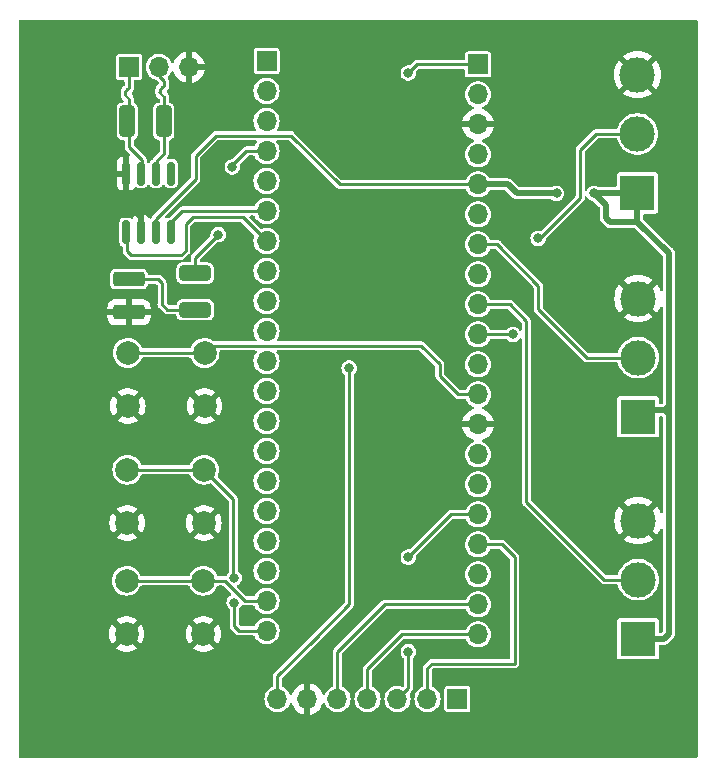
<source format=gtl>
G04 #@! TF.GenerationSoftware,KiCad,Pcbnew,7.0.6*
G04 #@! TF.CreationDate,2024-04-12T16:48:43+03:00*
G04 #@! TF.ProjectId,ecu-emulator,6563752d-656d-4756-9c61-746f722e6b69,rev?*
G04 #@! TF.SameCoordinates,Original*
G04 #@! TF.FileFunction,Copper,L1,Top*
G04 #@! TF.FilePolarity,Positive*
%FSLAX46Y46*%
G04 Gerber Fmt 4.6, Leading zero omitted, Abs format (unit mm)*
G04 Created by KiCad (PCBNEW 7.0.6) date 2024-04-12 16:48:43*
%MOMM*%
%LPD*%
G01*
G04 APERTURE LIST*
G04 Aperture macros list*
%AMRoundRect*
0 Rectangle with rounded corners*
0 $1 Rounding radius*
0 $2 $3 $4 $5 $6 $7 $8 $9 X,Y pos of 4 corners*
0 Add a 4 corners polygon primitive as box body*
4,1,4,$2,$3,$4,$5,$6,$7,$8,$9,$2,$3,0*
0 Add four circle primitives for the rounded corners*
1,1,$1+$1,$2,$3*
1,1,$1+$1,$4,$5*
1,1,$1+$1,$6,$7*
1,1,$1+$1,$8,$9*
0 Add four rect primitives between the rounded corners*
20,1,$1+$1,$2,$3,$4,$5,0*
20,1,$1+$1,$4,$5,$6,$7,0*
20,1,$1+$1,$6,$7,$8,$9,0*
20,1,$1+$1,$8,$9,$2,$3,0*%
G04 Aperture macros list end*
G04 #@! TA.AperFunction,SMDPad,CuDef*
%ADD10RoundRect,0.150000X0.150000X-0.825000X0.150000X0.825000X-0.150000X0.825000X-0.150000X-0.825000X0*%
G04 #@! TD*
G04 #@! TA.AperFunction,SMDPad,CuDef*
%ADD11RoundRect,0.250000X-0.400000X-1.075000X0.400000X-1.075000X0.400000X1.075000X-0.400000X1.075000X0*%
G04 #@! TD*
G04 #@! TA.AperFunction,ComponentPad*
%ADD12R,3.000000X3.000000*%
G04 #@! TD*
G04 #@! TA.AperFunction,ComponentPad*
%ADD13C,3.000000*%
G04 #@! TD*
G04 #@! TA.AperFunction,ComponentPad*
%ADD14C,2.000000*%
G04 #@! TD*
G04 #@! TA.AperFunction,SMDPad,CuDef*
%ADD15RoundRect,0.250000X1.075000X-0.375000X1.075000X0.375000X-1.075000X0.375000X-1.075000X-0.375000X0*%
G04 #@! TD*
G04 #@! TA.AperFunction,ComponentPad*
%ADD16R,1.700000X1.700000*%
G04 #@! TD*
G04 #@! TA.AperFunction,ComponentPad*
%ADD17O,1.700000X1.700000*%
G04 #@! TD*
G04 #@! TA.AperFunction,SMDPad,CuDef*
%ADD18RoundRect,0.250000X-1.075000X0.400000X-1.075000X-0.400000X1.075000X-0.400000X1.075000X0.400000X0*%
G04 #@! TD*
G04 #@! TA.AperFunction,ViaPad*
%ADD19C,0.800000*%
G04 #@! TD*
G04 #@! TA.AperFunction,ViaPad*
%ADD20C,4.500000*%
G04 #@! TD*
G04 #@! TA.AperFunction,Conductor*
%ADD21C,0.250000*%
G04 #@! TD*
G04 #@! TA.AperFunction,Conductor*
%ADD22C,0.500000*%
G04 #@! TD*
G04 APERTURE END LIST*
D10*
X111095000Y-67475000D03*
X112365000Y-67475000D03*
X113635000Y-67475000D03*
X114905000Y-67475000D03*
X114905000Y-62525000D03*
X113635000Y-62525000D03*
X112365000Y-62525000D03*
X111095000Y-62525000D03*
D11*
X111200000Y-58100000D03*
X114300000Y-58100000D03*
D12*
X154450000Y-101900000D03*
D13*
X154450000Y-96900000D03*
X154450000Y-91900000D03*
D14*
X111150000Y-97000000D03*
X117650000Y-97000000D03*
X111150000Y-101500000D03*
X117650000Y-101500000D03*
X111250000Y-77700000D03*
X117750000Y-77700000D03*
X111250000Y-82200000D03*
X117750000Y-82200000D03*
D15*
X111350000Y-74250000D03*
X111350000Y-71450000D03*
D12*
X154400000Y-64150000D03*
D13*
X154400000Y-59150000D03*
X154400000Y-54150000D03*
D16*
X139160000Y-107000000D03*
D17*
X136620000Y-107000000D03*
X134080000Y-107000000D03*
X131540000Y-107000000D03*
X129000000Y-107000000D03*
X126460000Y-107000000D03*
X123920000Y-107000000D03*
D12*
X154450000Y-83100000D03*
D13*
X154450000Y-78100000D03*
X154450000Y-73100000D03*
D16*
X123000000Y-52980000D03*
D17*
X123000000Y-55520000D03*
X123000000Y-58060000D03*
X123000000Y-60600000D03*
X123000000Y-63140000D03*
X123000000Y-65680000D03*
X123000000Y-68220000D03*
X123000000Y-70760000D03*
X123000000Y-73300000D03*
X123000000Y-75840000D03*
X123000000Y-78380000D03*
X123000000Y-80920000D03*
X123000000Y-83460000D03*
X123000000Y-86000000D03*
X123000000Y-88540000D03*
X123000000Y-91080000D03*
X123000000Y-93620000D03*
X123000000Y-96160000D03*
X123000000Y-98700000D03*
X123000000Y-101240000D03*
D18*
X116950000Y-70950000D03*
X116950000Y-74050000D03*
D16*
X140900000Y-53280000D03*
D17*
X140900000Y-55820000D03*
X140900000Y-58360000D03*
X140900000Y-60900000D03*
X140900000Y-63440000D03*
X140900000Y-65980000D03*
X140900000Y-68520000D03*
X140900000Y-71060000D03*
X140900000Y-73600000D03*
X140900000Y-76140000D03*
X140900000Y-78680000D03*
X140900000Y-81220000D03*
X140900000Y-83760000D03*
X140900000Y-86300000D03*
X140900000Y-88840000D03*
X140900000Y-91380000D03*
X140900000Y-93920000D03*
X140900000Y-96460000D03*
X140900000Y-99000000D03*
X140900000Y-101540000D03*
D16*
X111360000Y-53500000D03*
D17*
X113900000Y-53500000D03*
X116440000Y-53500000D03*
D14*
X111200000Y-87600000D03*
X117700000Y-87600000D03*
X111200000Y-92100000D03*
X117700000Y-92100000D03*
D19*
X143860000Y-76140000D03*
X146000000Y-68000000D03*
D20*
X106000000Y-109000000D03*
X154000000Y-109000000D03*
D19*
X118650000Y-61300000D03*
D20*
X106000000Y-53000000D03*
D19*
X135000000Y-54000000D03*
X130000000Y-79000000D03*
X147550000Y-64200000D03*
X150750000Y-64200000D03*
X135000000Y-95000000D03*
X135000000Y-103000000D03*
X120100000Y-61950000D03*
X118900000Y-67700000D03*
X120250000Y-96750000D03*
X120262701Y-98837299D03*
D21*
X112365000Y-66365000D02*
X111000000Y-65000000D01*
X111000000Y-65000000D02*
X110000000Y-65000000D01*
X112365000Y-67475000D02*
X112365000Y-66365000D01*
X137680000Y-78680000D02*
X136100000Y-77100000D01*
X139220000Y-81220000D02*
X137680000Y-79680000D01*
X137680000Y-79680000D02*
X137680000Y-78680000D01*
X136100000Y-77100000D02*
X118350000Y-77100000D01*
X140900000Y-81220000D02*
X139220000Y-81220000D01*
X118350000Y-77100000D02*
X117750000Y-77700000D01*
X143860000Y-76140000D02*
X140900000Y-76140000D01*
X146150000Y-68000000D02*
X149550000Y-64600000D01*
X146000000Y-68000000D02*
X146150000Y-68000000D01*
X146000000Y-68150000D02*
X146000000Y-68000000D01*
X143600000Y-73600000D02*
X145000000Y-75000000D01*
X145000000Y-75000000D02*
X145000000Y-78000000D01*
X140900000Y-73600000D02*
X143600000Y-73600000D01*
X145000000Y-78000000D02*
X145000000Y-77500000D01*
X145000000Y-90300000D02*
X145000000Y-78000000D01*
X142520000Y-68520000D02*
X140900000Y-68520000D01*
X146000000Y-74000000D02*
X146000000Y-72000000D01*
X146000000Y-72000000D02*
X142520000Y-68520000D01*
X150100000Y-78100000D02*
X146000000Y-74000000D01*
X154450000Y-78100000D02*
X150100000Y-78100000D01*
X116950000Y-74050000D02*
X114600000Y-74050000D01*
X114150000Y-73600000D02*
X114150000Y-71800000D01*
X114600000Y-74050000D02*
X114150000Y-73600000D01*
X114150000Y-71800000D02*
X113800000Y-71450000D01*
X113800000Y-71450000D02*
X111350000Y-71450000D01*
X116150000Y-69050000D02*
X116150000Y-66800000D01*
X111550000Y-69450000D02*
X115750000Y-69450000D01*
X116150000Y-66800000D02*
X116750000Y-66200000D01*
X111195000Y-69095000D02*
X111550000Y-69450000D01*
X111195000Y-68050000D02*
X111195000Y-69095000D01*
X116750000Y-66200000D02*
X120980000Y-66200000D01*
X122483604Y-68220000D02*
X123000000Y-68220000D01*
X115750000Y-69450000D02*
X116150000Y-69050000D01*
X120980000Y-66200000D02*
X123000000Y-68220000D01*
X130000000Y-99000000D02*
X130000000Y-79000000D01*
X127000000Y-102000000D02*
X130000000Y-99000000D01*
X135720000Y-53280000D02*
X140900000Y-53280000D01*
X123920000Y-107000000D02*
X123920000Y-105080000D01*
X123920000Y-105080000D02*
X127000000Y-102000000D01*
X135000000Y-54000000D02*
X135720000Y-53280000D01*
X123000000Y-65680000D02*
X115870000Y-65680000D01*
X115005000Y-66545000D02*
X115005000Y-68050000D01*
X115870000Y-65680000D02*
X115005000Y-66545000D01*
X140900000Y-63440000D02*
X129190000Y-63440000D01*
D22*
X144200000Y-64200000D02*
X143440000Y-63440000D01*
X152050000Y-66600000D02*
X154400000Y-66600000D01*
X157050000Y-69250000D02*
X157050000Y-82000000D01*
X156700000Y-82550000D02*
X155100000Y-82550000D01*
X150750000Y-64200000D02*
X151700000Y-65150000D01*
X147550000Y-64200000D02*
X144200000Y-64200000D01*
X157050000Y-82200000D02*
X156700000Y-82550000D01*
D21*
X129190000Y-63440000D02*
X125050000Y-59300000D01*
D22*
X155100000Y-82550000D02*
X155050000Y-82500000D01*
X154400000Y-66600000D02*
X157050000Y-69250000D01*
X157050000Y-101500000D02*
X156650000Y-101900000D01*
D21*
X113635000Y-66365000D02*
X113635000Y-67475000D01*
D22*
X157050000Y-82000000D02*
X157050000Y-83050000D01*
X157050000Y-82900000D02*
X156700000Y-82550000D01*
D21*
X125050000Y-59300000D02*
X118700000Y-59300000D01*
D22*
X151700000Y-66250000D02*
X152050000Y-66600000D01*
D21*
X155050000Y-82500000D02*
X154450000Y-83100000D01*
D22*
X156650000Y-101900000D02*
X154450000Y-101900000D01*
X157050000Y-83050000D02*
X157050000Y-82900000D01*
X154400000Y-64150000D02*
X154400000Y-66600000D01*
X157050000Y-82000000D02*
X157050000Y-82200000D01*
X143440000Y-63440000D02*
X140900000Y-63440000D01*
D21*
X118700000Y-59300000D02*
X117000000Y-61000000D01*
D22*
X151700000Y-65150000D02*
X151700000Y-66250000D01*
X157050000Y-83050000D02*
X157050000Y-101500000D01*
D21*
X117000000Y-61000000D02*
X117000000Y-63000000D01*
D22*
X150800000Y-64150000D02*
X150750000Y-64200000D01*
D21*
X117000000Y-63000000D02*
X113635000Y-66365000D01*
D22*
X154400000Y-64150000D02*
X150800000Y-64150000D01*
D21*
X114350000Y-55062252D02*
X114350000Y-54850000D01*
X114300000Y-58100000D02*
X114350000Y-58150000D01*
X114156126Y-55856126D02*
X114156125Y-55856126D01*
X113735000Y-61415000D02*
X114350000Y-60800000D01*
X114350000Y-54700000D02*
X113900000Y-54250000D01*
X114350000Y-54850000D02*
X114350000Y-54700000D01*
X113900000Y-54250000D02*
X113900000Y-53500000D01*
X114350000Y-60800000D02*
X114350000Y-56050000D01*
X114156125Y-55256126D02*
X114156126Y-55256126D01*
X113735000Y-62650000D02*
X113735000Y-61415000D01*
X113962251Y-55662252D02*
X113962251Y-55450000D01*
X114349974Y-56050000D02*
G75*
G03*
X114156126Y-55856126I-193874J0D01*
G01*
X113962274Y-55662252D02*
G75*
G03*
X114156125Y-55856126I193826J-48D01*
G01*
X114156125Y-55256151D02*
G75*
G03*
X113962251Y-55450000I-25J-193849D01*
G01*
X114156126Y-55256200D02*
G75*
G03*
X114350000Y-55062252I-26J193900D01*
G01*
X111016349Y-55856350D02*
X111016349Y-55600000D01*
X111188175Y-56028175D02*
X111188174Y-56028175D01*
X111360000Y-60260000D02*
X111360000Y-56200000D01*
X111360000Y-55000000D02*
X111360000Y-53500000D01*
X112465000Y-62650000D02*
X112465000Y-61365000D01*
X112465000Y-61365000D02*
X111360000Y-60260000D01*
X111360000Y-55256350D02*
X111360000Y-55000000D01*
X111188174Y-55428175D02*
X111188175Y-55428175D01*
X111188175Y-55428200D02*
G75*
G03*
X111360000Y-55256350I25J171800D01*
G01*
X111188174Y-55428149D02*
G75*
G03*
X111016349Y-55600000I26J-171851D01*
G01*
X111016425Y-55856350D02*
G75*
G03*
X111188174Y-56028175I171775J-50D01*
G01*
X111360025Y-56200000D02*
G75*
G03*
X111188175Y-56028175I-171825J0D01*
G01*
X149550000Y-60500000D02*
X150900000Y-59150000D01*
X149550000Y-64600000D02*
X149550000Y-60500000D01*
X150900000Y-59150000D02*
X154400000Y-59150000D01*
X151600000Y-96900000D02*
X145000000Y-90300000D01*
X154450000Y-96900000D02*
X151600000Y-96900000D01*
X111250000Y-77700000D02*
X117750000Y-77700000D01*
X135000000Y-106080000D02*
X135000000Y-103000000D01*
X134080000Y-107000000D02*
X135000000Y-106080000D01*
X138620000Y-91380000D02*
X140900000Y-91380000D01*
X135000000Y-95000000D02*
X138620000Y-91380000D01*
X142920000Y-93920000D02*
X140900000Y-93920000D01*
X144000000Y-104000000D02*
X144000000Y-95000000D01*
X144000000Y-95000000D02*
X142920000Y-93920000D01*
X136620000Y-104380000D02*
X137000000Y-104000000D01*
X137000000Y-104000000D02*
X144000000Y-104000000D01*
X136620000Y-107000000D02*
X136620000Y-104380000D01*
X129000000Y-107000000D02*
X129000000Y-103000000D01*
X133000000Y-99000000D02*
X140900000Y-99000000D01*
X129000000Y-103000000D02*
X133000000Y-99000000D01*
X134460000Y-101540000D02*
X140900000Y-101540000D01*
X131540000Y-107000000D02*
X131540000Y-104460000D01*
X131540000Y-104460000D02*
X134460000Y-101540000D01*
X120100000Y-61800000D02*
X121300000Y-60600000D01*
X120100000Y-61950000D02*
X120100000Y-61800000D01*
X121300000Y-60600000D02*
X123000000Y-60600000D01*
X116950000Y-69650000D02*
X116950000Y-70950000D01*
X118900000Y-67700000D02*
X116950000Y-69650000D01*
X119450000Y-97000000D02*
X121150000Y-98700000D01*
X111150000Y-97000000D02*
X117650000Y-97000000D01*
X117650000Y-97000000D02*
X119450000Y-97000000D01*
X121150000Y-98700000D02*
X123000000Y-98700000D01*
X120200000Y-90100000D02*
X117700000Y-87600000D01*
X111200000Y-87600000D02*
X117700000Y-87600000D01*
X120262701Y-100812701D02*
X120690000Y-101240000D01*
X120690000Y-101240000D02*
X123000000Y-101240000D01*
X120262701Y-98837299D02*
X120262701Y-100812701D01*
X120250000Y-96750000D02*
X120200000Y-96700000D01*
X120200000Y-96700000D02*
X120200000Y-90100000D01*
G04 #@! TA.AperFunction,Conductor*
G36*
X159442539Y-49520185D02*
G01*
X159488294Y-49572989D01*
X159499500Y-49624500D01*
X159499500Y-111875500D01*
X159479815Y-111942539D01*
X159427011Y-111988294D01*
X159375500Y-111999500D01*
X102124500Y-111999500D01*
X102057461Y-111979815D01*
X102011706Y-111927011D01*
X102000500Y-111875500D01*
X102000500Y-107000000D01*
X122810768Y-107000000D01*
X122829654Y-107203816D01*
X122885673Y-107400704D01*
X122976912Y-107583935D01*
X123100269Y-107747287D01*
X123251537Y-107885185D01*
X123251539Y-107885187D01*
X123425569Y-107992942D01*
X123425575Y-107992945D01*
X123466010Y-108008609D01*
X123616444Y-108066888D01*
X123817653Y-108104500D01*
X123817656Y-108104500D01*
X124022344Y-108104500D01*
X124022347Y-108104500D01*
X124223556Y-108066888D01*
X124414427Y-107992944D01*
X124588462Y-107885186D01*
X124739732Y-107747285D01*
X124863088Y-107583935D01*
X124948380Y-107412645D01*
X124995883Y-107361408D01*
X125063545Y-107343987D01*
X125129886Y-107365912D01*
X125173841Y-107420224D01*
X125179155Y-107435823D01*
X125186567Y-107463485D01*
X125186570Y-107463492D01*
X125286399Y-107677578D01*
X125421894Y-107871082D01*
X125588917Y-108038105D01*
X125782421Y-108173600D01*
X125996507Y-108273429D01*
X125996516Y-108273433D01*
X126210000Y-108330634D01*
X126210000Y-107435501D01*
X126317685Y-107484680D01*
X126424237Y-107500000D01*
X126495763Y-107500000D01*
X126602315Y-107484680D01*
X126710000Y-107435501D01*
X126710000Y-108330633D01*
X126923483Y-108273433D01*
X126923492Y-108273429D01*
X127137578Y-108173600D01*
X127331082Y-108038105D01*
X127498105Y-107871082D01*
X127633600Y-107677578D01*
X127733429Y-107463492D01*
X127733435Y-107463478D01*
X127740844Y-107435826D01*
X127777207Y-107376165D01*
X127840054Y-107345634D01*
X127909429Y-107353928D01*
X127963308Y-107398412D01*
X127971619Y-107412645D01*
X128056912Y-107583935D01*
X128180269Y-107747287D01*
X128331537Y-107885185D01*
X128331539Y-107885187D01*
X128505569Y-107992942D01*
X128505575Y-107992945D01*
X128546010Y-108008609D01*
X128696444Y-108066888D01*
X128897653Y-108104500D01*
X128897656Y-108104500D01*
X129102344Y-108104500D01*
X129102347Y-108104500D01*
X129303556Y-108066888D01*
X129494427Y-107992944D01*
X129668462Y-107885186D01*
X129819732Y-107747285D01*
X129943088Y-107583935D01*
X130034328Y-107400701D01*
X130090345Y-107203821D01*
X130109232Y-107000000D01*
X130430768Y-107000000D01*
X130449654Y-107203816D01*
X130505673Y-107400704D01*
X130596912Y-107583935D01*
X130720269Y-107747287D01*
X130871537Y-107885185D01*
X130871539Y-107885187D01*
X131045569Y-107992942D01*
X131045575Y-107992945D01*
X131086010Y-108008609D01*
X131236444Y-108066888D01*
X131437653Y-108104500D01*
X131437656Y-108104500D01*
X131642344Y-108104500D01*
X131642347Y-108104500D01*
X131843556Y-108066888D01*
X132034427Y-107992944D01*
X132208462Y-107885186D01*
X132359732Y-107747285D01*
X132483088Y-107583935D01*
X132574328Y-107400701D01*
X132630345Y-107203821D01*
X132649232Y-107000000D01*
X132970768Y-107000000D01*
X132989654Y-107203816D01*
X133045673Y-107400704D01*
X133136912Y-107583935D01*
X133260269Y-107747287D01*
X133411537Y-107885185D01*
X133411539Y-107885187D01*
X133585569Y-107992942D01*
X133585575Y-107992945D01*
X133626010Y-108008609D01*
X133776444Y-108066888D01*
X133977653Y-108104500D01*
X133977656Y-108104500D01*
X134182344Y-108104500D01*
X134182347Y-108104500D01*
X134383556Y-108066888D01*
X134574427Y-107992944D01*
X134748462Y-107885186D01*
X134899732Y-107747285D01*
X135023088Y-107583935D01*
X135114328Y-107400701D01*
X135170345Y-107203821D01*
X135189232Y-107000000D01*
X135510768Y-107000000D01*
X135529654Y-107203816D01*
X135585673Y-107400704D01*
X135676912Y-107583935D01*
X135800269Y-107747287D01*
X135951537Y-107885185D01*
X135951539Y-107885187D01*
X136125569Y-107992942D01*
X136125575Y-107992945D01*
X136166010Y-108008609D01*
X136316444Y-108066888D01*
X136517653Y-108104500D01*
X136517656Y-108104500D01*
X136722344Y-108104500D01*
X136722347Y-108104500D01*
X136923556Y-108066888D01*
X137114427Y-107992944D01*
X137288462Y-107885186D01*
X137299566Y-107875063D01*
X138055500Y-107875063D01*
X138070266Y-107949301D01*
X138126515Y-108033484D01*
X138160234Y-108056014D01*
X138210699Y-108089734D01*
X138210702Y-108089734D01*
X138210703Y-108089735D01*
X138235666Y-108094700D01*
X138284933Y-108104500D01*
X140035066Y-108104499D01*
X140109301Y-108089734D01*
X140193484Y-108033484D01*
X140249734Y-107949301D01*
X140264500Y-107875067D01*
X140264499Y-106124934D01*
X140249734Y-106050699D01*
X140213449Y-105996395D01*
X140193484Y-105966515D01*
X140143019Y-105932796D01*
X140109301Y-105910266D01*
X140109299Y-105910265D01*
X140109296Y-105910264D01*
X140035069Y-105895500D01*
X138284936Y-105895500D01*
X138210698Y-105910266D01*
X138126515Y-105966515D01*
X138070266Y-106050699D01*
X138070264Y-106050703D01*
X138055500Y-106124928D01*
X138055500Y-107875063D01*
X137299566Y-107875063D01*
X137439732Y-107747285D01*
X137563088Y-107583935D01*
X137654328Y-107400701D01*
X137710345Y-107203821D01*
X137729232Y-107000000D01*
X137710345Y-106796179D01*
X137654328Y-106599299D01*
X137563088Y-106416065D01*
X137495160Y-106326114D01*
X137439730Y-106252712D01*
X137288463Y-106114815D01*
X137288462Y-106114814D01*
X137219620Y-106072189D01*
X137114428Y-106007056D01*
X137078705Y-105993217D01*
X137023304Y-105950644D01*
X136999714Y-105884877D01*
X136999500Y-105877591D01*
X136999500Y-104588556D01*
X137019185Y-104521517D01*
X137035819Y-104500875D01*
X137120875Y-104415819D01*
X137182198Y-104382334D01*
X137208556Y-104379500D01*
X143981747Y-104379500D01*
X143986862Y-104379711D01*
X144031772Y-104383433D01*
X144075458Y-104372369D01*
X144080471Y-104371317D01*
X144124927Y-104363900D01*
X144125413Y-104363636D01*
X144154011Y-104352477D01*
X144154551Y-104352341D01*
X144192308Y-104327672D01*
X144196670Y-104325073D01*
X144236316Y-104303619D01*
X144236694Y-104303207D01*
X144260113Y-104283374D01*
X144260582Y-104283068D01*
X144288269Y-104247494D01*
X144291572Y-104243594D01*
X144322097Y-104210437D01*
X144322322Y-104209922D01*
X144338032Y-104183559D01*
X144338375Y-104183119D01*
X144353015Y-104140470D01*
X144354869Y-104135722D01*
X144371886Y-104096930D01*
X144372974Y-104094450D01*
X144373020Y-104093885D01*
X144379315Y-104063864D01*
X144379500Y-104063327D01*
X144379500Y-104018251D01*
X144379712Y-104013129D01*
X144383433Y-103968227D01*
X144383294Y-103967677D01*
X144379500Y-103937239D01*
X144379500Y-95052220D01*
X144382139Y-95026775D01*
X144382801Y-95023611D01*
X144384419Y-95015900D01*
X144380803Y-94986888D01*
X144379977Y-94980260D01*
X144379500Y-94972584D01*
X144379500Y-94968557D01*
X144375616Y-94945281D01*
X144371585Y-94912944D01*
X144368752Y-94890218D01*
X144368751Y-94890216D01*
X144368751Y-94890214D01*
X144366489Y-94882618D01*
X144363898Y-94875068D01*
X144337499Y-94826289D01*
X144327183Y-94805187D01*
X144313126Y-94776432D01*
X144313123Y-94776429D01*
X144313123Y-94776428D01*
X144308541Y-94770009D01*
X144303620Y-94763686D01*
X144303619Y-94763684D01*
X144262813Y-94726119D01*
X143225270Y-93688576D01*
X143209143Y-93668716D01*
X143203070Y-93659421D01*
X143203069Y-93659420D01*
X143203068Y-93659418D01*
X143174718Y-93637352D01*
X143168972Y-93632278D01*
X143166113Y-93629419D01*
X143163721Y-93627711D01*
X143146906Y-93615704D01*
X143103123Y-93581628D01*
X143103122Y-93581627D01*
X143103119Y-93581625D01*
X143103114Y-93581623D01*
X143096127Y-93577841D01*
X143088981Y-93574348D01*
X143088979Y-93574347D01*
X143076782Y-93570715D01*
X143035817Y-93558519D01*
X142983328Y-93540499D01*
X142975516Y-93539196D01*
X142967586Y-93538207D01*
X142914075Y-93540421D01*
X142912175Y-93540500D01*
X142021663Y-93540500D01*
X141954624Y-93520815D01*
X141910663Y-93471772D01*
X141870981Y-93392081D01*
X141843088Y-93336065D01*
X141719732Y-93172715D01*
X141719730Y-93172712D01*
X141568462Y-93034814D01*
X141568460Y-93034812D01*
X141394430Y-92927057D01*
X141394424Y-92927054D01*
X141243993Y-92868777D01*
X141203556Y-92853112D01*
X141002347Y-92815500D01*
X140797653Y-92815500D01*
X140596444Y-92853112D01*
X140596441Y-92853112D01*
X140596441Y-92853113D01*
X140405575Y-92927054D01*
X140405569Y-92927057D01*
X140231539Y-93034812D01*
X140231537Y-93034814D01*
X140080269Y-93172712D01*
X139956912Y-93336064D01*
X139865673Y-93519295D01*
X139846464Y-93586807D01*
X139817509Y-93688577D01*
X139809654Y-93716183D01*
X139790768Y-93919999D01*
X139790768Y-93920000D01*
X139809654Y-94123816D01*
X139809654Y-94123818D01*
X139809655Y-94123821D01*
X139865241Y-94319185D01*
X139865673Y-94320704D01*
X139956912Y-94503935D01*
X140080269Y-94667287D01*
X140231537Y-94805185D01*
X140231539Y-94805187D01*
X140405569Y-94912942D01*
X140405575Y-94912945D01*
X140446010Y-94928609D01*
X140596444Y-94986888D01*
X140797653Y-95024500D01*
X140797656Y-95024500D01*
X141002344Y-95024500D01*
X141002347Y-95024500D01*
X141203556Y-94986888D01*
X141394427Y-94912944D01*
X141568462Y-94805186D01*
X141719732Y-94667285D01*
X141843088Y-94503935D01*
X141882507Y-94424769D01*
X141910663Y-94368228D01*
X141958166Y-94316991D01*
X142021663Y-94299500D01*
X142711444Y-94299500D01*
X142778483Y-94319185D01*
X142799125Y-94335819D01*
X143584181Y-95120874D01*
X143617666Y-95182197D01*
X143620500Y-95208555D01*
X143620500Y-103496500D01*
X143600815Y-103563539D01*
X143548011Y-103609294D01*
X143496500Y-103620500D01*
X137052215Y-103620500D01*
X137026770Y-103617861D01*
X137015901Y-103615582D01*
X137015897Y-103615582D01*
X136980266Y-103620023D01*
X136972590Y-103620500D01*
X136968556Y-103620500D01*
X136945274Y-103624385D01*
X136890213Y-103631248D01*
X136882594Y-103633516D01*
X136875077Y-103636097D01*
X136826295Y-103662496D01*
X136776432Y-103686873D01*
X136769976Y-103691482D01*
X136763685Y-103696379D01*
X136726119Y-103737186D01*
X136388576Y-104074728D01*
X136368725Y-104090850D01*
X136359419Y-104096930D01*
X136337359Y-104125272D01*
X136332281Y-104131024D01*
X136329424Y-104133881D01*
X136329420Y-104133885D01*
X136329419Y-104133887D01*
X136315705Y-104153093D01*
X136307355Y-104163822D01*
X136281623Y-104196883D01*
X136277849Y-104203857D01*
X136274345Y-104211023D01*
X136258520Y-104264182D01*
X136240500Y-104316670D01*
X136239195Y-104324487D01*
X136238207Y-104332413D01*
X136240500Y-104387824D01*
X136240500Y-105877591D01*
X136220815Y-105944630D01*
X136168011Y-105990385D01*
X136161295Y-105993217D01*
X136125571Y-106007056D01*
X135951536Y-106114815D01*
X135800269Y-106252712D01*
X135676912Y-106416064D01*
X135585673Y-106599295D01*
X135529654Y-106796183D01*
X135510768Y-106999999D01*
X135510768Y-107000000D01*
X135189232Y-107000000D01*
X135170345Y-106796179D01*
X135114328Y-106599299D01*
X135114325Y-106599294D01*
X135112798Y-106593925D01*
X135113384Y-106524057D01*
X135144381Y-106472311D01*
X135231425Y-106385267D01*
X135251279Y-106369145D01*
X135260582Y-106363068D01*
X135282640Y-106334726D01*
X135287722Y-106328970D01*
X135290580Y-106326114D01*
X135304293Y-106306906D01*
X135338375Y-106263119D01*
X135338376Y-106263113D01*
X135342168Y-106256109D01*
X135345651Y-106248984D01*
X135345651Y-106248981D01*
X135345653Y-106248980D01*
X135361478Y-106195820D01*
X135379500Y-106143327D01*
X135379500Y-106143324D01*
X135380801Y-106135532D01*
X135381791Y-106127588D01*
X135379500Y-106072189D01*
X135379500Y-103594002D01*
X135399185Y-103526963D01*
X135421273Y-103501187D01*
X135423403Y-103499300D01*
X135493498Y-103437201D01*
X135583787Y-103306395D01*
X135640149Y-103157782D01*
X135659307Y-103000000D01*
X135651617Y-102936670D01*
X135640149Y-102842218D01*
X135635902Y-102831021D01*
X135583787Y-102693605D01*
X135493498Y-102562799D01*
X135493495Y-102562796D01*
X135493493Y-102562794D01*
X135374530Y-102457401D01*
X135233791Y-102383536D01*
X135079472Y-102345500D01*
X135079471Y-102345500D01*
X134920529Y-102345500D01*
X134920528Y-102345500D01*
X134766208Y-102383536D01*
X134625469Y-102457401D01*
X134506506Y-102562794D01*
X134506500Y-102562801D01*
X134416214Y-102693602D01*
X134359850Y-102842218D01*
X134340693Y-102999999D01*
X134340693Y-103000000D01*
X134359850Y-103157781D01*
X134379107Y-103208555D01*
X134416213Y-103306395D01*
X134506502Y-103437201D01*
X134506504Y-103437203D01*
X134506506Y-103437205D01*
X134578727Y-103501187D01*
X134615854Y-103560376D01*
X134620500Y-103594002D01*
X134620500Y-105843886D01*
X134600815Y-105910925D01*
X134548011Y-105956680D01*
X134478853Y-105966624D01*
X134451707Y-105959513D01*
X134383561Y-105933113D01*
X134383556Y-105933112D01*
X134182347Y-105895500D01*
X133977653Y-105895500D01*
X133776444Y-105933112D01*
X133776441Y-105933112D01*
X133776441Y-105933113D01*
X133585575Y-106007054D01*
X133585569Y-106007057D01*
X133411539Y-106114812D01*
X133411537Y-106114814D01*
X133260269Y-106252712D01*
X133136912Y-106416064D01*
X133045673Y-106599295D01*
X132989654Y-106796183D01*
X132970768Y-106999999D01*
X132970768Y-107000000D01*
X132649232Y-107000000D01*
X132630345Y-106796179D01*
X132574328Y-106599299D01*
X132483088Y-106416065D01*
X132415160Y-106326114D01*
X132359730Y-106252712D01*
X132208463Y-106114815D01*
X132208462Y-106114814D01*
X132139620Y-106072189D01*
X132034428Y-106007056D01*
X132034426Y-106007055D01*
X131998705Y-105993217D01*
X131943303Y-105950644D01*
X131919713Y-105884878D01*
X131919499Y-105877622D01*
X131919499Y-104668554D01*
X131939184Y-104601516D01*
X131955813Y-104580879D01*
X134580874Y-101955819D01*
X134642198Y-101922334D01*
X134668556Y-101919500D01*
X139778337Y-101919500D01*
X139845376Y-101939185D01*
X139889337Y-101988228D01*
X139956912Y-102123935D01*
X140080269Y-102287287D01*
X140231537Y-102425185D01*
X140231539Y-102425187D01*
X140405569Y-102532942D01*
X140405575Y-102532945D01*
X140446010Y-102548609D01*
X140596444Y-102606888D01*
X140797653Y-102644500D01*
X140797656Y-102644500D01*
X141002344Y-102644500D01*
X141002347Y-102644500D01*
X141203556Y-102606888D01*
X141394427Y-102532944D01*
X141568462Y-102425186D01*
X141713380Y-102293076D01*
X141719730Y-102287287D01*
X141723534Y-102282250D01*
X141843088Y-102123935D01*
X141934328Y-101940701D01*
X141990345Y-101743821D01*
X142009232Y-101540000D01*
X142007842Y-101525005D01*
X142002015Y-101462114D01*
X141990345Y-101336179D01*
X141934328Y-101139299D01*
X141843088Y-100956065D01*
X141776144Y-100867417D01*
X141719730Y-100792712D01*
X141568462Y-100654814D01*
X141568460Y-100654812D01*
X141394430Y-100547057D01*
X141394424Y-100547054D01*
X141243993Y-100488777D01*
X141203556Y-100473112D01*
X141002347Y-100435500D01*
X140797653Y-100435500D01*
X140596444Y-100473112D01*
X140596441Y-100473112D01*
X140596441Y-100473113D01*
X140405575Y-100547054D01*
X140405569Y-100547057D01*
X140231539Y-100654812D01*
X140231537Y-100654814D01*
X140080269Y-100792712D01*
X139956912Y-100956064D01*
X139889337Y-101091772D01*
X139841834Y-101143009D01*
X139778337Y-101160500D01*
X134512220Y-101160500D01*
X134486775Y-101157861D01*
X134475901Y-101155581D01*
X134475897Y-101155581D01*
X134440260Y-101160023D01*
X134432584Y-101160500D01*
X134428557Y-101160500D01*
X134420798Y-101161794D01*
X134405280Y-101164383D01*
X134350222Y-101171246D01*
X134342608Y-101173513D01*
X134335073Y-101176100D01*
X134286289Y-101202500D01*
X134236434Y-101226872D01*
X134229969Y-101231487D01*
X134223685Y-101236379D01*
X134186119Y-101277186D01*
X131308576Y-104154728D01*
X131288725Y-104170850D01*
X131279419Y-104176930D01*
X131257359Y-104205272D01*
X131252281Y-104211024D01*
X131249424Y-104213881D01*
X131249420Y-104213885D01*
X131249419Y-104213887D01*
X131235705Y-104233093D01*
X131224494Y-104247498D01*
X131201623Y-104276883D01*
X131197849Y-104283857D01*
X131194345Y-104291023D01*
X131178520Y-104344182D01*
X131160500Y-104396670D01*
X131159195Y-104404487D01*
X131158207Y-104412413D01*
X131160500Y-104467824D01*
X131160500Y-105877591D01*
X131140815Y-105944630D01*
X131088011Y-105990385D01*
X131081295Y-105993217D01*
X131045571Y-106007056D01*
X130871536Y-106114815D01*
X130720269Y-106252712D01*
X130596912Y-106416064D01*
X130505673Y-106599295D01*
X130449654Y-106796183D01*
X130430768Y-106999999D01*
X130430768Y-107000000D01*
X130109232Y-107000000D01*
X130090345Y-106796179D01*
X130034328Y-106599299D01*
X129943088Y-106416065D01*
X129875160Y-106326114D01*
X129819730Y-106252712D01*
X129668463Y-106114815D01*
X129668462Y-106114814D01*
X129599620Y-106072189D01*
X129494428Y-106007056D01*
X129494426Y-106007055D01*
X129458705Y-105993217D01*
X129403303Y-105950644D01*
X129379713Y-105884878D01*
X129379499Y-105877624D01*
X129379499Y-103208554D01*
X129399184Y-103141516D01*
X129415813Y-103120879D01*
X133120874Y-99415819D01*
X133182198Y-99382334D01*
X133208556Y-99379500D01*
X139778337Y-99379500D01*
X139845376Y-99399185D01*
X139889337Y-99448228D01*
X139956912Y-99583935D01*
X140080269Y-99747287D01*
X140231537Y-99885185D01*
X140231539Y-99885187D01*
X140405569Y-99992942D01*
X140405575Y-99992945D01*
X140446010Y-100008609D01*
X140596444Y-100066888D01*
X140797653Y-100104500D01*
X140797656Y-100104500D01*
X141002344Y-100104500D01*
X141002347Y-100104500D01*
X141203556Y-100066888D01*
X141394427Y-99992944D01*
X141568462Y-99885186D01*
X141719732Y-99747285D01*
X141843088Y-99583935D01*
X141934328Y-99400701D01*
X141990345Y-99203821D01*
X142009232Y-99000000D01*
X141990345Y-98796179D01*
X141934328Y-98599299D01*
X141843088Y-98416065D01*
X141719732Y-98252715D01*
X141719730Y-98252712D01*
X141568462Y-98114814D01*
X141568460Y-98114812D01*
X141394430Y-98007057D01*
X141394424Y-98007054D01*
X141243993Y-97948777D01*
X141203556Y-97933112D01*
X141002347Y-97895500D01*
X140797653Y-97895500D01*
X140596444Y-97933112D01*
X140596441Y-97933112D01*
X140596441Y-97933113D01*
X140405575Y-98007054D01*
X140405569Y-98007057D01*
X140231539Y-98114812D01*
X140231537Y-98114814D01*
X140080269Y-98252712D01*
X139956912Y-98416064D01*
X139889337Y-98551772D01*
X139841834Y-98603009D01*
X139778337Y-98620500D01*
X133052215Y-98620500D01*
X133026770Y-98617861D01*
X133015901Y-98615582D01*
X133015897Y-98615582D01*
X132980266Y-98620023D01*
X132972590Y-98620500D01*
X132968556Y-98620500D01*
X132945274Y-98624385D01*
X132890213Y-98631248D01*
X132882594Y-98633516D01*
X132875077Y-98636097D01*
X132826295Y-98662496D01*
X132776432Y-98686873D01*
X132769976Y-98691482D01*
X132763685Y-98696379D01*
X132726119Y-98737186D01*
X128768576Y-102694728D01*
X128748725Y-102710850D01*
X128739419Y-102716930D01*
X128717359Y-102745272D01*
X128712281Y-102751024D01*
X128709424Y-102753881D01*
X128709420Y-102753885D01*
X128709419Y-102753887D01*
X128695705Y-102773093D01*
X128673992Y-102800990D01*
X128661623Y-102816883D01*
X128657849Y-102823857D01*
X128654345Y-102831023D01*
X128638520Y-102884182D01*
X128620500Y-102936670D01*
X128619195Y-102944487D01*
X128618207Y-102952413D01*
X128620500Y-103007824D01*
X128620500Y-105877591D01*
X128600815Y-105944630D01*
X128548011Y-105990385D01*
X128541295Y-105993217D01*
X128505571Y-106007056D01*
X128331536Y-106114815D01*
X128180269Y-106252712D01*
X128056912Y-106416064D01*
X127971619Y-106587354D01*
X127924116Y-106638591D01*
X127856453Y-106656012D01*
X127790112Y-106634086D01*
X127746158Y-106579775D01*
X127740844Y-106564174D01*
X127733434Y-106536518D01*
X127733429Y-106536507D01*
X127633600Y-106322422D01*
X127633599Y-106322420D01*
X127498113Y-106128926D01*
X127498108Y-106128920D01*
X127331082Y-105961894D01*
X127137578Y-105826399D01*
X126923492Y-105726570D01*
X126923486Y-105726567D01*
X126710000Y-105669364D01*
X126710000Y-106564498D01*
X126602315Y-106515320D01*
X126495763Y-106500000D01*
X126424237Y-106500000D01*
X126317685Y-106515320D01*
X126210000Y-106564498D01*
X126210000Y-105669364D01*
X126209999Y-105669364D01*
X125996513Y-105726567D01*
X125996507Y-105726570D01*
X125782422Y-105826399D01*
X125782420Y-105826400D01*
X125588926Y-105961886D01*
X125588920Y-105961891D01*
X125421891Y-106128920D01*
X125421886Y-106128926D01*
X125286400Y-106322420D01*
X125286399Y-106322422D01*
X125186570Y-106536507D01*
X125186564Y-106536522D01*
X125179154Y-106564177D01*
X125142788Y-106623837D01*
X125079941Y-106654365D01*
X125010566Y-106646070D01*
X124956688Y-106601583D01*
X124948380Y-106587354D01*
X124936838Y-106564174D01*
X124863088Y-106416065D01*
X124795160Y-106326114D01*
X124739730Y-106252712D01*
X124588463Y-106114815D01*
X124588462Y-106114814D01*
X124519620Y-106072189D01*
X124414428Y-106007056D01*
X124378705Y-105993217D01*
X124323304Y-105950644D01*
X124299714Y-105884877D01*
X124299500Y-105877591D01*
X124299500Y-105288556D01*
X124319185Y-105221517D01*
X124335819Y-105200875D01*
X127349140Y-102187554D01*
X127349153Y-102187539D01*
X130231425Y-99305267D01*
X130251279Y-99289145D01*
X130260582Y-99283068D01*
X130282640Y-99254726D01*
X130287729Y-99248963D01*
X130290581Y-99246113D01*
X130304294Y-99226906D01*
X130338375Y-99183119D01*
X130338376Y-99183113D01*
X130342159Y-99176126D01*
X130345653Y-99168978D01*
X130361479Y-99115818D01*
X130367189Y-99099185D01*
X130379500Y-99063327D01*
X130379500Y-99063324D01*
X130380802Y-99055521D01*
X130381792Y-99047587D01*
X130379500Y-98992164D01*
X130379500Y-96460000D01*
X139790768Y-96460000D01*
X139809654Y-96663816D01*
X139809654Y-96663818D01*
X139809655Y-96663821D01*
X139865672Y-96860701D01*
X139865673Y-96860704D01*
X139956912Y-97043935D01*
X140080269Y-97207287D01*
X140231537Y-97345185D01*
X140231539Y-97345187D01*
X140405569Y-97452942D01*
X140405575Y-97452945D01*
X140446010Y-97468609D01*
X140596444Y-97526888D01*
X140797653Y-97564500D01*
X140797656Y-97564500D01*
X141002344Y-97564500D01*
X141002347Y-97564500D01*
X141203556Y-97526888D01*
X141394427Y-97452944D01*
X141568462Y-97345186D01*
X141707239Y-97218674D01*
X141719730Y-97207287D01*
X141719732Y-97207285D01*
X141843088Y-97043935D01*
X141934328Y-96860701D01*
X141990345Y-96663821D01*
X142009232Y-96460000D01*
X142007712Y-96443602D01*
X142000925Y-96370354D01*
X141990345Y-96256179D01*
X141934328Y-96059299D01*
X141843088Y-95876065D01*
X141719732Y-95712715D01*
X141719730Y-95712712D01*
X141568462Y-95574814D01*
X141568460Y-95574812D01*
X141394430Y-95467057D01*
X141394424Y-95467054D01*
X141243993Y-95408777D01*
X141203556Y-95393112D01*
X141002347Y-95355500D01*
X140797653Y-95355500D01*
X140596444Y-95393112D01*
X140596441Y-95393112D01*
X140596441Y-95393113D01*
X140405575Y-95467054D01*
X140405569Y-95467057D01*
X140231539Y-95574812D01*
X140231537Y-95574814D01*
X140080269Y-95712712D01*
X139956912Y-95876064D01*
X139865673Y-96059295D01*
X139865671Y-96059299D01*
X139865672Y-96059299D01*
X139823534Y-96207401D01*
X139809654Y-96256183D01*
X139790768Y-96459999D01*
X139790768Y-96460000D01*
X130379500Y-96460000D01*
X130379500Y-95000000D01*
X134340693Y-95000000D01*
X134359850Y-95157781D01*
X134416214Y-95306397D01*
X134492343Y-95416689D01*
X134506502Y-95437201D01*
X134506504Y-95437203D01*
X134506506Y-95437205D01*
X134625469Y-95542598D01*
X134625471Y-95542599D01*
X134766207Y-95616463D01*
X134843367Y-95635481D01*
X134920528Y-95654500D01*
X134920529Y-95654500D01*
X135079472Y-95654500D01*
X135130911Y-95641821D01*
X135233793Y-95616463D01*
X135374529Y-95542599D01*
X135493498Y-95437201D01*
X135583787Y-95306395D01*
X135640149Y-95157782D01*
X135659307Y-95000000D01*
X135653308Y-94950595D01*
X135664768Y-94881674D01*
X135688720Y-94847972D01*
X138740875Y-91795819D01*
X138802199Y-91762334D01*
X138828557Y-91759500D01*
X139778337Y-91759500D01*
X139845376Y-91779185D01*
X139889337Y-91828228D01*
X139956912Y-91963935D01*
X140080269Y-92127287D01*
X140231537Y-92265185D01*
X140231539Y-92265187D01*
X140405569Y-92372942D01*
X140405575Y-92372945D01*
X140446010Y-92388609D01*
X140596444Y-92446888D01*
X140797653Y-92484500D01*
X140797656Y-92484500D01*
X141002344Y-92484500D01*
X141002347Y-92484500D01*
X141203556Y-92446888D01*
X141394427Y-92372944D01*
X141568462Y-92265186D01*
X141719732Y-92127285D01*
X141843088Y-91963935D01*
X141934328Y-91780701D01*
X141990345Y-91583821D01*
X142009232Y-91380000D01*
X141990345Y-91176179D01*
X141934328Y-90979299D01*
X141843088Y-90796065D01*
X141719732Y-90632715D01*
X141719730Y-90632712D01*
X141568462Y-90494814D01*
X141568460Y-90494812D01*
X141394430Y-90387057D01*
X141394424Y-90387054D01*
X141220662Y-90319739D01*
X141203556Y-90313112D01*
X141002347Y-90275500D01*
X140797653Y-90275500D01*
X140596444Y-90313112D01*
X140596441Y-90313112D01*
X140596441Y-90313113D01*
X140405575Y-90387054D01*
X140405569Y-90387057D01*
X140231539Y-90494812D01*
X140231537Y-90494814D01*
X140080269Y-90632712D01*
X139956912Y-90796064D01*
X139889337Y-90931772D01*
X139841834Y-90983009D01*
X139778337Y-91000500D01*
X138672220Y-91000500D01*
X138646775Y-90997861D01*
X138635901Y-90995581D01*
X138635897Y-90995581D01*
X138600260Y-91000023D01*
X138592584Y-91000500D01*
X138588557Y-91000500D01*
X138571102Y-91003412D01*
X138565283Y-91004383D01*
X138510217Y-91011247D01*
X138502601Y-91013514D01*
X138495077Y-91016097D01*
X138446295Y-91042496D01*
X138396432Y-91066873D01*
X138389976Y-91071482D01*
X138383685Y-91076379D01*
X138346119Y-91117186D01*
X135154124Y-94309181D01*
X135092801Y-94342666D01*
X135066443Y-94345500D01*
X134920528Y-94345500D01*
X134766208Y-94383536D01*
X134625469Y-94457401D01*
X134506506Y-94562794D01*
X134506500Y-94562801D01*
X134416214Y-94693602D01*
X134359850Y-94842218D01*
X134340693Y-94999999D01*
X134340693Y-95000000D01*
X130379500Y-95000000D01*
X130379500Y-89423935D01*
X130379500Y-88840000D01*
X139790768Y-88840000D01*
X139809654Y-89043816D01*
X139809654Y-89043818D01*
X139809655Y-89043821D01*
X139865672Y-89240701D01*
X139865673Y-89240704D01*
X139956912Y-89423935D01*
X140080269Y-89587287D01*
X140231537Y-89725185D01*
X140231539Y-89725187D01*
X140405569Y-89832942D01*
X140405575Y-89832945D01*
X140446010Y-89848609D01*
X140596444Y-89906888D01*
X140797653Y-89944500D01*
X140797656Y-89944500D01*
X141002344Y-89944500D01*
X141002347Y-89944500D01*
X141203556Y-89906888D01*
X141394427Y-89832944D01*
X141568462Y-89725186D01*
X141719732Y-89587285D01*
X141843088Y-89423935D01*
X141934328Y-89240701D01*
X141990345Y-89043821D01*
X142009232Y-88840000D01*
X141990345Y-88636179D01*
X141934328Y-88439299D01*
X141843088Y-88256065D01*
X141731544Y-88108357D01*
X141719730Y-88092712D01*
X141568462Y-87954814D01*
X141568460Y-87954812D01*
X141394430Y-87847057D01*
X141394424Y-87847054D01*
X141243993Y-87788777D01*
X141203556Y-87773112D01*
X141002347Y-87735500D01*
X140797653Y-87735500D01*
X140596444Y-87773112D01*
X140596441Y-87773112D01*
X140596441Y-87773113D01*
X140405575Y-87847054D01*
X140405569Y-87847057D01*
X140231539Y-87954812D01*
X140231537Y-87954814D01*
X140080269Y-88092712D01*
X139956912Y-88256064D01*
X139865673Y-88439295D01*
X139809654Y-88636183D01*
X139790768Y-88839999D01*
X139790768Y-88840000D01*
X130379500Y-88840000D01*
X130379499Y-79594001D01*
X130399184Y-79526963D01*
X130421270Y-79501188D01*
X130493498Y-79437201D01*
X130583787Y-79306395D01*
X130640149Y-79157782D01*
X130659307Y-79000000D01*
X130640149Y-78842218D01*
X130583787Y-78693605D01*
X130493498Y-78562799D01*
X130493495Y-78562796D01*
X130493493Y-78562794D01*
X130374530Y-78457401D01*
X130233791Y-78383536D01*
X130079472Y-78345500D01*
X130079471Y-78345500D01*
X129920529Y-78345500D01*
X129920528Y-78345500D01*
X129766208Y-78383536D01*
X129625469Y-78457401D01*
X129506506Y-78562794D01*
X129506500Y-78562801D01*
X129416214Y-78693602D01*
X129359850Y-78842218D01*
X129340693Y-78999999D01*
X129340693Y-79000000D01*
X129359850Y-79157781D01*
X129416214Y-79306397D01*
X129462149Y-79372945D01*
X129506502Y-79437201D01*
X129578727Y-79501188D01*
X129615853Y-79560377D01*
X129620499Y-79594002D01*
X129620499Y-98791442D01*
X129600814Y-98858481D01*
X129584180Y-98879123D01*
X126717848Y-101745455D01*
X126717844Y-101745461D01*
X123688577Y-104774727D01*
X123668727Y-104790848D01*
X123659419Y-104796929D01*
X123637359Y-104825272D01*
X123632281Y-104831024D01*
X123629424Y-104833881D01*
X123629420Y-104833885D01*
X123629419Y-104833887D01*
X123615705Y-104853093D01*
X123593992Y-104880990D01*
X123581623Y-104896883D01*
X123577849Y-104903857D01*
X123574345Y-104911023D01*
X123558520Y-104964182D01*
X123540500Y-105016670D01*
X123539192Y-105024509D01*
X123538207Y-105032408D01*
X123540499Y-105087824D01*
X123540499Y-105877591D01*
X123520814Y-105944630D01*
X123468010Y-105990385D01*
X123461295Y-105993217D01*
X123425569Y-106007057D01*
X123251536Y-106114815D01*
X123100269Y-106252712D01*
X122976912Y-106416064D01*
X122885673Y-106599295D01*
X122829654Y-106796183D01*
X122810768Y-106999999D01*
X122810768Y-107000000D01*
X102000500Y-107000000D01*
X102000500Y-101500005D01*
X109644858Y-101500005D01*
X109665385Y-101747729D01*
X109665387Y-101747738D01*
X109726412Y-101988717D01*
X109826266Y-102216364D01*
X109926564Y-102369882D01*
X110624070Y-101672376D01*
X110626884Y-101685915D01*
X110696442Y-101820156D01*
X110799638Y-101930652D01*
X110928819Y-102009209D01*
X110980002Y-102023549D01*
X110279942Y-102723609D01*
X110326768Y-102760055D01*
X110326770Y-102760056D01*
X110545385Y-102878364D01*
X110545396Y-102878369D01*
X110780506Y-102959083D01*
X111025707Y-103000000D01*
X111274293Y-103000000D01*
X111519493Y-102959083D01*
X111754603Y-102878369D01*
X111754614Y-102878364D01*
X111973228Y-102760057D01*
X111973231Y-102760055D01*
X112020056Y-102723609D01*
X111321568Y-102025121D01*
X111438458Y-101974349D01*
X111555739Y-101878934D01*
X111642928Y-101755415D01*
X111673355Y-101669801D01*
X112373434Y-102369882D01*
X112473731Y-102216369D01*
X112573587Y-101988717D01*
X112634612Y-101747738D01*
X112634614Y-101747729D01*
X112655141Y-101500005D01*
X116144858Y-101500005D01*
X116165385Y-101747729D01*
X116165387Y-101747738D01*
X116226412Y-101988717D01*
X116326266Y-102216364D01*
X116426564Y-102369882D01*
X117124070Y-101672376D01*
X117126884Y-101685915D01*
X117196442Y-101820156D01*
X117299638Y-101930652D01*
X117428819Y-102009209D01*
X117480002Y-102023549D01*
X116779942Y-102723609D01*
X116826768Y-102760055D01*
X116826770Y-102760056D01*
X117045385Y-102878364D01*
X117045396Y-102878369D01*
X117280506Y-102959083D01*
X117525707Y-103000000D01*
X117774293Y-103000000D01*
X118019493Y-102959083D01*
X118254603Y-102878369D01*
X118254614Y-102878364D01*
X118473228Y-102760057D01*
X118473231Y-102760055D01*
X118520056Y-102723609D01*
X117821568Y-102025121D01*
X117938458Y-101974349D01*
X118055739Y-101878934D01*
X118142928Y-101755415D01*
X118173355Y-101669801D01*
X118873434Y-102369882D01*
X118973731Y-102216369D01*
X119073587Y-101988717D01*
X119134612Y-101747738D01*
X119134614Y-101747729D01*
X119155141Y-101500005D01*
X119155141Y-101499994D01*
X119134614Y-101252270D01*
X119134612Y-101252261D01*
X119073587Y-101011282D01*
X118973731Y-100783630D01*
X118873434Y-100630116D01*
X118175928Y-101327621D01*
X118173116Y-101314085D01*
X118103558Y-101179844D01*
X118000362Y-101069348D01*
X117871181Y-100990791D01*
X117819997Y-100976450D01*
X118520057Y-100276390D01*
X118520056Y-100276389D01*
X118473229Y-100239943D01*
X118254614Y-100121635D01*
X118254603Y-100121630D01*
X118019493Y-100040916D01*
X117774293Y-100000000D01*
X117525707Y-100000000D01*
X117280506Y-100040916D01*
X117045396Y-100121630D01*
X117045390Y-100121632D01*
X116826761Y-100239949D01*
X116779942Y-100276388D01*
X116779942Y-100276390D01*
X117478431Y-100974878D01*
X117361542Y-101025651D01*
X117244261Y-101121066D01*
X117157072Y-101244585D01*
X117126645Y-101330197D01*
X116426564Y-100630116D01*
X116326267Y-100783632D01*
X116226412Y-101011282D01*
X116165387Y-101252261D01*
X116165385Y-101252270D01*
X116144858Y-101499994D01*
X116144858Y-101500005D01*
X112655141Y-101500005D01*
X112655141Y-101499994D01*
X112634614Y-101252270D01*
X112634612Y-101252261D01*
X112573587Y-101011282D01*
X112473731Y-100783630D01*
X112373434Y-100630116D01*
X111675928Y-101327621D01*
X111673116Y-101314085D01*
X111603558Y-101179844D01*
X111500362Y-101069348D01*
X111371181Y-100990791D01*
X111319997Y-100976450D01*
X112020057Y-100276390D01*
X112020056Y-100276389D01*
X111973229Y-100239943D01*
X111754614Y-100121635D01*
X111754603Y-100121630D01*
X111519493Y-100040916D01*
X111274293Y-100000000D01*
X111025707Y-100000000D01*
X110780506Y-100040916D01*
X110545396Y-100121630D01*
X110545390Y-100121632D01*
X110326761Y-100239949D01*
X110279942Y-100276388D01*
X110279942Y-100276390D01*
X110978431Y-100974878D01*
X110861542Y-101025651D01*
X110744261Y-101121066D01*
X110657072Y-101244585D01*
X110626645Y-101330197D01*
X109926564Y-100630116D01*
X109826267Y-100783632D01*
X109726412Y-101011282D01*
X109665387Y-101252261D01*
X109665385Y-101252270D01*
X109644858Y-101499994D01*
X109644858Y-101500005D01*
X102000500Y-101500005D01*
X102000500Y-97000002D01*
X109890708Y-97000002D01*
X109908842Y-97207287D01*
X109909839Y-97218674D01*
X109966653Y-97430703D01*
X109966654Y-97430706D01*
X109966655Y-97430708D01*
X110059419Y-97629642D01*
X110059423Y-97629650D01*
X110185322Y-97809452D01*
X110185327Y-97809458D01*
X110340541Y-97964672D01*
X110340547Y-97964677D01*
X110520349Y-98090576D01*
X110520351Y-98090577D01*
X110520354Y-98090579D01*
X110719297Y-98183347D01*
X110931326Y-98240161D01*
X111074823Y-98252715D01*
X111149998Y-98259292D01*
X111150000Y-98259292D01*
X111150002Y-98259292D01*
X111225177Y-98252715D01*
X111368674Y-98240161D01*
X111580703Y-98183347D01*
X111779646Y-98090579D01*
X111959457Y-97964674D01*
X112114674Y-97809457D01*
X112240579Y-97629646D01*
X112315365Y-97469266D01*
X112323838Y-97451096D01*
X112370010Y-97398656D01*
X112436220Y-97379500D01*
X116363780Y-97379500D01*
X116430819Y-97399185D01*
X116476162Y-97451096D01*
X116559419Y-97629642D01*
X116559423Y-97629650D01*
X116685322Y-97809452D01*
X116685327Y-97809458D01*
X116840541Y-97964672D01*
X116840547Y-97964677D01*
X117020349Y-98090576D01*
X117020351Y-98090577D01*
X117020354Y-98090579D01*
X117219297Y-98183347D01*
X117431326Y-98240161D01*
X117574823Y-98252715D01*
X117649998Y-98259292D01*
X117650000Y-98259292D01*
X117650002Y-98259292D01*
X117725177Y-98252715D01*
X117868674Y-98240161D01*
X118080703Y-98183347D01*
X118279646Y-98090579D01*
X118459457Y-97964674D01*
X118614674Y-97809457D01*
X118740579Y-97629646D01*
X118815365Y-97469266D01*
X118823838Y-97451096D01*
X118870010Y-97398656D01*
X118936220Y-97379500D01*
X119241444Y-97379500D01*
X119308483Y-97399185D01*
X119329125Y-97415819D01*
X119978758Y-98065453D01*
X120012243Y-98126776D01*
X120007259Y-98196468D01*
X119965387Y-98252401D01*
X119948703Y-98262930D01*
X119888173Y-98294698D01*
X119888171Y-98294700D01*
X119769207Y-98400093D01*
X119769201Y-98400100D01*
X119678915Y-98530901D01*
X119622551Y-98679517D01*
X119603394Y-98837298D01*
X119603394Y-98837299D01*
X119622551Y-98995080D01*
X119678915Y-99143696D01*
X119696366Y-99168978D01*
X119769203Y-99274500D01*
X119769205Y-99274502D01*
X119769207Y-99274504D01*
X119841428Y-99338486D01*
X119878555Y-99397675D01*
X119883201Y-99431301D01*
X119883201Y-100760480D01*
X119880562Y-100785928D01*
X119878281Y-100796801D01*
X119882724Y-100832440D01*
X119883201Y-100840117D01*
X119883201Y-100844144D01*
X119885930Y-100860500D01*
X119887084Y-100867417D01*
X119893949Y-100922488D01*
X119896206Y-100930068D01*
X119898800Y-100937624D01*
X119898801Y-100937628D01*
X119898802Y-100937631D01*
X119898803Y-100937632D01*
X119925197Y-100986405D01*
X119949576Y-101036271D01*
X119954173Y-101042709D01*
X119959083Y-101049018D01*
X119999887Y-101086582D01*
X120384728Y-101471422D01*
X120400852Y-101491277D01*
X120406932Y-101500582D01*
X120435285Y-101522650D01*
X120441036Y-101527730D01*
X120443887Y-101530581D01*
X120443890Y-101530583D01*
X120463093Y-101544294D01*
X120478360Y-101556177D01*
X120506881Y-101578375D01*
X120506885Y-101578376D01*
X120513877Y-101582160D01*
X120521018Y-101585651D01*
X120521021Y-101585653D01*
X120574182Y-101601479D01*
X120626673Y-101619500D01*
X120626676Y-101619500D01*
X120634481Y-101620803D01*
X120642407Y-101621791D01*
X120642410Y-101621792D01*
X120642412Y-101621791D01*
X120642413Y-101621792D01*
X120683971Y-101620073D01*
X120697825Y-101619500D01*
X121878337Y-101619500D01*
X121945376Y-101639185D01*
X121989337Y-101688228D01*
X122056912Y-101823935D01*
X122180269Y-101987287D01*
X122331537Y-102125185D01*
X122331539Y-102125187D01*
X122505569Y-102232942D01*
X122505575Y-102232945D01*
X122507715Y-102233774D01*
X122696444Y-102306888D01*
X122897653Y-102344500D01*
X122897656Y-102344500D01*
X123102344Y-102344500D01*
X123102347Y-102344500D01*
X123303556Y-102306888D01*
X123494427Y-102232944D01*
X123668462Y-102125186D01*
X123819732Y-101987285D01*
X123943088Y-101823935D01*
X124034328Y-101640701D01*
X124090345Y-101443821D01*
X124109232Y-101240000D01*
X124108896Y-101236379D01*
X124100244Y-101143009D01*
X124090345Y-101036179D01*
X124034328Y-100839299D01*
X123943088Y-100656065D01*
X123819732Y-100492715D01*
X123819730Y-100492712D01*
X123668462Y-100354814D01*
X123668460Y-100354812D01*
X123494430Y-100247057D01*
X123494424Y-100247054D01*
X123343993Y-100188777D01*
X123303556Y-100173112D01*
X123102347Y-100135500D01*
X122897653Y-100135500D01*
X122696444Y-100173112D01*
X122696441Y-100173112D01*
X122696441Y-100173113D01*
X122505575Y-100247054D01*
X122505569Y-100247057D01*
X122331539Y-100354812D01*
X122331537Y-100354814D01*
X122180269Y-100492712D01*
X122056912Y-100656064D01*
X121989337Y-100791772D01*
X121941834Y-100843009D01*
X121878337Y-100860500D01*
X120898556Y-100860500D01*
X120831517Y-100840815D01*
X120810880Y-100824185D01*
X120678518Y-100691823D01*
X120645035Y-100630502D01*
X120642201Y-100604144D01*
X120642201Y-99431301D01*
X120661886Y-99364262D01*
X120683974Y-99338486D01*
X120756199Y-99274500D01*
X120846488Y-99143694D01*
X120852680Y-99127365D01*
X120894856Y-99071666D01*
X120960453Y-99047608D01*
X121004003Y-99052494D01*
X121013386Y-99055288D01*
X121034184Y-99061480D01*
X121050632Y-99067126D01*
X121086673Y-99079500D01*
X121086675Y-99079500D01*
X121094481Y-99080803D01*
X121102407Y-99081791D01*
X121102410Y-99081792D01*
X121102412Y-99081791D01*
X121102413Y-99081792D01*
X121143971Y-99080073D01*
X121157825Y-99079500D01*
X121878337Y-99079500D01*
X121945376Y-99099185D01*
X121989337Y-99148228D01*
X122056912Y-99283935D01*
X122180269Y-99447287D01*
X122331537Y-99585185D01*
X122331539Y-99585187D01*
X122505569Y-99692942D01*
X122505575Y-99692945D01*
X122546010Y-99708609D01*
X122696444Y-99766888D01*
X122897653Y-99804500D01*
X122897656Y-99804500D01*
X123102344Y-99804500D01*
X123102347Y-99804500D01*
X123303556Y-99766888D01*
X123494427Y-99692944D01*
X123668462Y-99585186D01*
X123819732Y-99447285D01*
X123943088Y-99283935D01*
X124034328Y-99100701D01*
X124090345Y-98903821D01*
X124109232Y-98700000D01*
X124108896Y-98696379D01*
X124100244Y-98603009D01*
X124090345Y-98496179D01*
X124034328Y-98299299D01*
X123943088Y-98116065D01*
X123828763Y-97964674D01*
X123819730Y-97952712D01*
X123668462Y-97814814D01*
X123668460Y-97814812D01*
X123494430Y-97707057D01*
X123494424Y-97707054D01*
X123343993Y-97648777D01*
X123303556Y-97633112D01*
X123102347Y-97595500D01*
X122897653Y-97595500D01*
X122696444Y-97633112D01*
X122696441Y-97633112D01*
X122696441Y-97633113D01*
X122505575Y-97707054D01*
X122505569Y-97707057D01*
X122331539Y-97814812D01*
X122331537Y-97814814D01*
X122180269Y-97952712D01*
X122056912Y-98116064D01*
X121989337Y-98251772D01*
X121941834Y-98303009D01*
X121878337Y-98320500D01*
X121358556Y-98320500D01*
X121291517Y-98300815D01*
X121270875Y-98284181D01*
X120517283Y-97530589D01*
X120483798Y-97469266D01*
X120488782Y-97399574D01*
X120530654Y-97343641D01*
X120547334Y-97333113D01*
X120624529Y-97292599D01*
X120743498Y-97187201D01*
X120833787Y-97056395D01*
X120890149Y-96907782D01*
X120909307Y-96750000D01*
X120890149Y-96592218D01*
X120833787Y-96443605D01*
X120743498Y-96312799D01*
X120743496Y-96312797D01*
X120621272Y-96204515D01*
X120593351Y-96160000D01*
X121890768Y-96160000D01*
X121909654Y-96363816D01*
X121909654Y-96363818D01*
X121909655Y-96363821D01*
X121965672Y-96560701D01*
X121965673Y-96560704D01*
X122056912Y-96743935D01*
X122180269Y-96907287D01*
X122331537Y-97045185D01*
X122331539Y-97045187D01*
X122505569Y-97152942D01*
X122505575Y-97152945D01*
X122546010Y-97168609D01*
X122696444Y-97226888D01*
X122897653Y-97264500D01*
X122897656Y-97264500D01*
X123102344Y-97264500D01*
X123102347Y-97264500D01*
X123303556Y-97226888D01*
X123494427Y-97152944D01*
X123668462Y-97045186D01*
X123819732Y-96907285D01*
X123943088Y-96743935D01*
X124034328Y-96560701D01*
X124090345Y-96363821D01*
X124109232Y-96160000D01*
X124090345Y-95956179D01*
X124034328Y-95759299D01*
X123943088Y-95576065D01*
X123819732Y-95412715D01*
X123819730Y-95412712D01*
X123668462Y-95274814D01*
X123668460Y-95274812D01*
X123494430Y-95167057D01*
X123494424Y-95167054D01*
X123343993Y-95108777D01*
X123303556Y-95093112D01*
X123102347Y-95055500D01*
X122897653Y-95055500D01*
X122696444Y-95093112D01*
X122696441Y-95093112D01*
X122696441Y-95093113D01*
X122505575Y-95167054D01*
X122505569Y-95167057D01*
X122331539Y-95274812D01*
X122331537Y-95274814D01*
X122180269Y-95412712D01*
X122056912Y-95576064D01*
X121965673Y-95759295D01*
X121909654Y-95956183D01*
X121890768Y-96159999D01*
X121890768Y-96160000D01*
X120593351Y-96160000D01*
X120584146Y-96145325D01*
X120579500Y-96111700D01*
X120579500Y-93620000D01*
X121890768Y-93620000D01*
X121909654Y-93823816D01*
X121909654Y-93823818D01*
X121909655Y-93823821D01*
X121937020Y-93919999D01*
X121965673Y-94020704D01*
X122056912Y-94203935D01*
X122180269Y-94367287D01*
X122331537Y-94505185D01*
X122331539Y-94505187D01*
X122505569Y-94612942D01*
X122505575Y-94612945D01*
X122546010Y-94628609D01*
X122696444Y-94686888D01*
X122897653Y-94724500D01*
X122897656Y-94724500D01*
X123102344Y-94724500D01*
X123102347Y-94724500D01*
X123303556Y-94686888D01*
X123494427Y-94612944D01*
X123668462Y-94505186D01*
X123819732Y-94367285D01*
X123943088Y-94203935D01*
X124034328Y-94020701D01*
X124090345Y-93823821D01*
X124109232Y-93620000D01*
X124090345Y-93416179D01*
X124034328Y-93219299D01*
X123943088Y-93036065D01*
X123819732Y-92872715D01*
X123819730Y-92872712D01*
X123668462Y-92734814D01*
X123668460Y-92734812D01*
X123494430Y-92627057D01*
X123494424Y-92627054D01*
X123343006Y-92568395D01*
X123303556Y-92553112D01*
X123102347Y-92515500D01*
X122897653Y-92515500D01*
X122696444Y-92553112D01*
X122696441Y-92553112D01*
X122696441Y-92553113D01*
X122505575Y-92627054D01*
X122505569Y-92627057D01*
X122331539Y-92734812D01*
X122331537Y-92734814D01*
X122180269Y-92872712D01*
X122056912Y-93036064D01*
X121965673Y-93219295D01*
X121909654Y-93416183D01*
X121890768Y-93619999D01*
X121890768Y-93620000D01*
X120579500Y-93620000D01*
X120579500Y-91080000D01*
X121890768Y-91080000D01*
X121909654Y-91283816D01*
X121909654Y-91283818D01*
X121909655Y-91283821D01*
X121935854Y-91375901D01*
X121965673Y-91480704D01*
X122056912Y-91663935D01*
X122180269Y-91827287D01*
X122331537Y-91965185D01*
X122331539Y-91965187D01*
X122505569Y-92072942D01*
X122505575Y-92072945D01*
X122546010Y-92088609D01*
X122696444Y-92146888D01*
X122897653Y-92184500D01*
X122897656Y-92184500D01*
X123102344Y-92184500D01*
X123102347Y-92184500D01*
X123303556Y-92146888D01*
X123494427Y-92072944D01*
X123668462Y-91965186D01*
X123819732Y-91827285D01*
X123943088Y-91663935D01*
X124034328Y-91480701D01*
X124090345Y-91283821D01*
X124109232Y-91080000D01*
X124108896Y-91076379D01*
X124100244Y-90983009D01*
X124090345Y-90876179D01*
X124034328Y-90679299D01*
X123943088Y-90496065D01*
X123860767Y-90387054D01*
X123819730Y-90332712D01*
X123668462Y-90194814D01*
X123668460Y-90194812D01*
X123494430Y-90087057D01*
X123494424Y-90087054D01*
X123343993Y-90028777D01*
X123303556Y-90013112D01*
X123102347Y-89975500D01*
X122897653Y-89975500D01*
X122696444Y-90013112D01*
X122696441Y-90013112D01*
X122696441Y-90013113D01*
X122505575Y-90087054D01*
X122505569Y-90087057D01*
X122331539Y-90194812D01*
X122331537Y-90194814D01*
X122180269Y-90332712D01*
X122056912Y-90496064D01*
X121965673Y-90679295D01*
X121909654Y-90876183D01*
X121890768Y-91079999D01*
X121890768Y-91080000D01*
X120579500Y-91080000D01*
X120579500Y-90152220D01*
X120582139Y-90126775D01*
X120584020Y-90117802D01*
X120584419Y-90115900D01*
X120582312Y-90098999D01*
X120579977Y-90080260D01*
X120579500Y-90072584D01*
X120579500Y-90068560D01*
X120579498Y-90068547D01*
X120575616Y-90045285D01*
X120575616Y-90045284D01*
X120568752Y-89990217D01*
X120568750Y-89990213D01*
X120566484Y-89982598D01*
X120563901Y-89975075D01*
X120537502Y-89926294D01*
X120513126Y-89876432D01*
X120508541Y-89870009D01*
X120503620Y-89863686D01*
X120503619Y-89863684D01*
X120462813Y-89826119D01*
X119176694Y-88540000D01*
X121890768Y-88540000D01*
X121909654Y-88743816D01*
X121909654Y-88743818D01*
X121909655Y-88743821D01*
X121920901Y-88783345D01*
X121965673Y-88940704D01*
X122056912Y-89123935D01*
X122180269Y-89287287D01*
X122331537Y-89425185D01*
X122331539Y-89425187D01*
X122505569Y-89532942D01*
X122505575Y-89532945D01*
X122546010Y-89548609D01*
X122696444Y-89606888D01*
X122897653Y-89644500D01*
X122897656Y-89644500D01*
X123102344Y-89644500D01*
X123102347Y-89644500D01*
X123303556Y-89606888D01*
X123494427Y-89532944D01*
X123668462Y-89425186D01*
X123819732Y-89287285D01*
X123943088Y-89123935D01*
X124034328Y-88940701D01*
X124090345Y-88743821D01*
X124109232Y-88540000D01*
X124090345Y-88336179D01*
X124034328Y-88139299D01*
X123943088Y-87956065D01*
X123819732Y-87792715D01*
X123819730Y-87792712D01*
X123668462Y-87654814D01*
X123668460Y-87654812D01*
X123494430Y-87547057D01*
X123494424Y-87547054D01*
X123343993Y-87488777D01*
X123303556Y-87473112D01*
X123102347Y-87435500D01*
X122897653Y-87435500D01*
X122696444Y-87473112D01*
X122696441Y-87473112D01*
X122696441Y-87473113D01*
X122505575Y-87547054D01*
X122505569Y-87547057D01*
X122331539Y-87654812D01*
X122331537Y-87654814D01*
X122180269Y-87792712D01*
X122056912Y-87956064D01*
X121965673Y-88139295D01*
X121909654Y-88336183D01*
X121890768Y-88539999D01*
X121890768Y-88540000D01*
X119176694Y-88540000D01*
X118876066Y-88239372D01*
X118842581Y-88178049D01*
X118847565Y-88108357D01*
X118851348Y-88099325D01*
X118883347Y-88030703D01*
X118940161Y-87818674D01*
X118959292Y-87600000D01*
X118940161Y-87381326D01*
X118883347Y-87169297D01*
X118790579Y-86970354D01*
X118790577Y-86970351D01*
X118790576Y-86970349D01*
X118664677Y-86790547D01*
X118664672Y-86790541D01*
X118509458Y-86635327D01*
X118509452Y-86635322D01*
X118329650Y-86509423D01*
X118329642Y-86509419D01*
X118130708Y-86416655D01*
X118130706Y-86416654D01*
X118130703Y-86416653D01*
X117979885Y-86376240D01*
X117918675Y-86359839D01*
X117918668Y-86359838D01*
X117700002Y-86340708D01*
X117699998Y-86340708D01*
X117481331Y-86359838D01*
X117481324Y-86359839D01*
X117358902Y-86392642D01*
X117269297Y-86416653D01*
X117269295Y-86416653D01*
X117269291Y-86416655D01*
X117070357Y-86509419D01*
X117070349Y-86509423D01*
X116890547Y-86635322D01*
X116890541Y-86635327D01*
X116735327Y-86790541D01*
X116735322Y-86790547D01*
X116609423Y-86970349D01*
X116609419Y-86970357D01*
X116526162Y-87148904D01*
X116479990Y-87201344D01*
X116413780Y-87220500D01*
X112486220Y-87220500D01*
X112419181Y-87200815D01*
X112373838Y-87148904D01*
X112290580Y-86970357D01*
X112290579Y-86970354D01*
X112290577Y-86970351D01*
X112290576Y-86970349D01*
X112164677Y-86790547D01*
X112164672Y-86790541D01*
X112009458Y-86635327D01*
X112009452Y-86635322D01*
X111829650Y-86509423D01*
X111829642Y-86509419D01*
X111630708Y-86416655D01*
X111630706Y-86416654D01*
X111630703Y-86416653D01*
X111479885Y-86376240D01*
X111418675Y-86359839D01*
X111418668Y-86359838D01*
X111200002Y-86340708D01*
X111199998Y-86340708D01*
X110981331Y-86359838D01*
X110981324Y-86359839D01*
X110858902Y-86392642D01*
X110769297Y-86416653D01*
X110769295Y-86416653D01*
X110769291Y-86416655D01*
X110570357Y-86509419D01*
X110570349Y-86509423D01*
X110390547Y-86635322D01*
X110390541Y-86635327D01*
X110235327Y-86790541D01*
X110235322Y-86790547D01*
X110109423Y-86970349D01*
X110109419Y-86970357D01*
X110016655Y-87169291D01*
X110016653Y-87169295D01*
X110016653Y-87169297D01*
X110008208Y-87200815D01*
X109959839Y-87381324D01*
X109959838Y-87381331D01*
X109940708Y-87599997D01*
X109940708Y-87600002D01*
X109959838Y-87818668D01*
X109959839Y-87818675D01*
X109967444Y-87847056D01*
X110016653Y-88030703D01*
X110016654Y-88030706D01*
X110016655Y-88030708D01*
X110109419Y-88229642D01*
X110109423Y-88229650D01*
X110235322Y-88409452D01*
X110235327Y-88409458D01*
X110390541Y-88564672D01*
X110390547Y-88564677D01*
X110570349Y-88690576D01*
X110570351Y-88690577D01*
X110570354Y-88690579D01*
X110769297Y-88783347D01*
X110981326Y-88840161D01*
X111137521Y-88853826D01*
X111199998Y-88859292D01*
X111200000Y-88859292D01*
X111200002Y-88859292D01*
X111254668Y-88854509D01*
X111418674Y-88840161D01*
X111630703Y-88783347D01*
X111829646Y-88690579D01*
X112009457Y-88564674D01*
X112164674Y-88409457D01*
X112290579Y-88229646D01*
X112373837Y-88051096D01*
X112420010Y-87998656D01*
X112486220Y-87979500D01*
X116413780Y-87979500D01*
X116480819Y-87999185D01*
X116526162Y-88051096D01*
X116609419Y-88229642D01*
X116609423Y-88229650D01*
X116735322Y-88409452D01*
X116735327Y-88409458D01*
X116890541Y-88564672D01*
X116890547Y-88564677D01*
X117070349Y-88690576D01*
X117070351Y-88690577D01*
X117070354Y-88690579D01*
X117269297Y-88783347D01*
X117481326Y-88840161D01*
X117637521Y-88853826D01*
X117699998Y-88859292D01*
X117700000Y-88859292D01*
X117700002Y-88859292D01*
X117754668Y-88854509D01*
X117918674Y-88840161D01*
X118130703Y-88783347D01*
X118199291Y-88751364D01*
X118268362Y-88740873D01*
X118332147Y-88769392D01*
X118339372Y-88776066D01*
X119784181Y-90220875D01*
X119817666Y-90282198D01*
X119820500Y-90308556D01*
X119820500Y-96200293D01*
X119800815Y-96267332D01*
X119778729Y-96293107D01*
X119756503Y-96312797D01*
X119756500Y-96312801D01*
X119666214Y-96443603D01*
X119666212Y-96443606D01*
X119629932Y-96539265D01*
X119587753Y-96594967D01*
X119522155Y-96619023D01*
X119498659Y-96618340D01*
X119497595Y-96618207D01*
X119444922Y-96620386D01*
X119442175Y-96620500D01*
X118936220Y-96620500D01*
X118869181Y-96600815D01*
X118823838Y-96548904D01*
X118765637Y-96424092D01*
X118740579Y-96370354D01*
X118740577Y-96370351D01*
X118740576Y-96370349D01*
X118614677Y-96190547D01*
X118614672Y-96190541D01*
X118459458Y-96035327D01*
X118459452Y-96035322D01*
X118279650Y-95909423D01*
X118279642Y-95909419D01*
X118080708Y-95816655D01*
X118080706Y-95816654D01*
X118080703Y-95816653D01*
X117929885Y-95776240D01*
X117868675Y-95759839D01*
X117868668Y-95759838D01*
X117650002Y-95740708D01*
X117649998Y-95740708D01*
X117431331Y-95759838D01*
X117431324Y-95759839D01*
X117308902Y-95792642D01*
X117219297Y-95816653D01*
X117219295Y-95816653D01*
X117219291Y-95816655D01*
X117020357Y-95909419D01*
X117020349Y-95909423D01*
X116840547Y-96035322D01*
X116840541Y-96035327D01*
X116685327Y-96190541D01*
X116685322Y-96190547D01*
X116559423Y-96370349D01*
X116559419Y-96370357D01*
X116476162Y-96548904D01*
X116429990Y-96601344D01*
X116363780Y-96620500D01*
X112436220Y-96620500D01*
X112369181Y-96600815D01*
X112323838Y-96548904D01*
X112265637Y-96424092D01*
X112240579Y-96370354D01*
X112240577Y-96370351D01*
X112240576Y-96370349D01*
X112114677Y-96190547D01*
X112114672Y-96190541D01*
X111959458Y-96035327D01*
X111959452Y-96035322D01*
X111779650Y-95909423D01*
X111779642Y-95909419D01*
X111580708Y-95816655D01*
X111580706Y-95816654D01*
X111580703Y-95816653D01*
X111429885Y-95776240D01*
X111368675Y-95759839D01*
X111368668Y-95759838D01*
X111150002Y-95740708D01*
X111149998Y-95740708D01*
X110931331Y-95759838D01*
X110931324Y-95759839D01*
X110808902Y-95792642D01*
X110719297Y-95816653D01*
X110719295Y-95816653D01*
X110719291Y-95816655D01*
X110520357Y-95909419D01*
X110520349Y-95909423D01*
X110340547Y-96035322D01*
X110340541Y-96035327D01*
X110185327Y-96190541D01*
X110185322Y-96190547D01*
X110059423Y-96370349D01*
X110059419Y-96370357D01*
X109966655Y-96569291D01*
X109966653Y-96569295D01*
X109966653Y-96569297D01*
X109945147Y-96649556D01*
X109909839Y-96781324D01*
X109909838Y-96781331D01*
X109890708Y-96999997D01*
X109890708Y-97000002D01*
X102000500Y-97000002D01*
X102000500Y-92100005D01*
X109694858Y-92100005D01*
X109715385Y-92347729D01*
X109715387Y-92347738D01*
X109776412Y-92588717D01*
X109876266Y-92816364D01*
X109976564Y-92969882D01*
X110674070Y-92272376D01*
X110676884Y-92285915D01*
X110746442Y-92420156D01*
X110849638Y-92530652D01*
X110978819Y-92609209D01*
X111030002Y-92623549D01*
X110329942Y-93323609D01*
X110376768Y-93360055D01*
X110376770Y-93360056D01*
X110595385Y-93478364D01*
X110595396Y-93478369D01*
X110830506Y-93559083D01*
X111075707Y-93600000D01*
X111324293Y-93600000D01*
X111569493Y-93559083D01*
X111804603Y-93478369D01*
X111804614Y-93478364D01*
X112023228Y-93360057D01*
X112023231Y-93360055D01*
X112070056Y-93323609D01*
X111371568Y-92625121D01*
X111488458Y-92574349D01*
X111605739Y-92478934D01*
X111692928Y-92355415D01*
X111723354Y-92269802D01*
X112423434Y-92969882D01*
X112523731Y-92816369D01*
X112623587Y-92588717D01*
X112684612Y-92347738D01*
X112684614Y-92347729D01*
X112705141Y-92100005D01*
X116194858Y-92100005D01*
X116215385Y-92347729D01*
X116215387Y-92347738D01*
X116276412Y-92588717D01*
X116376266Y-92816364D01*
X116476564Y-92969882D01*
X117174070Y-92272375D01*
X117176884Y-92285915D01*
X117246442Y-92420156D01*
X117349638Y-92530652D01*
X117478819Y-92609209D01*
X117530002Y-92623549D01*
X116829942Y-93323609D01*
X116876768Y-93360055D01*
X116876770Y-93360056D01*
X117095385Y-93478364D01*
X117095396Y-93478369D01*
X117330506Y-93559083D01*
X117575707Y-93600000D01*
X117824293Y-93600000D01*
X118069493Y-93559083D01*
X118304603Y-93478369D01*
X118304614Y-93478364D01*
X118523228Y-93360057D01*
X118523231Y-93360055D01*
X118570056Y-93323609D01*
X117871568Y-92625121D01*
X117988458Y-92574349D01*
X118105739Y-92478934D01*
X118192928Y-92355415D01*
X118223354Y-92269802D01*
X118923434Y-92969882D01*
X119023731Y-92816369D01*
X119123587Y-92588717D01*
X119184612Y-92347738D01*
X119184614Y-92347729D01*
X119205141Y-92100005D01*
X119205141Y-92099994D01*
X119184614Y-91852270D01*
X119184612Y-91852261D01*
X119123587Y-91611282D01*
X119023731Y-91383630D01*
X118923434Y-91230116D01*
X118225928Y-91927621D01*
X118223116Y-91914085D01*
X118153558Y-91779844D01*
X118050362Y-91669348D01*
X117921181Y-91590791D01*
X117869997Y-91576450D01*
X118570057Y-90876390D01*
X118570056Y-90876389D01*
X118523229Y-90839943D01*
X118304614Y-90721635D01*
X118304603Y-90721630D01*
X118069493Y-90640916D01*
X117824293Y-90600000D01*
X117575707Y-90600000D01*
X117330506Y-90640916D01*
X117095396Y-90721630D01*
X117095390Y-90721632D01*
X116876761Y-90839949D01*
X116829942Y-90876388D01*
X116829942Y-90876390D01*
X117528431Y-91574878D01*
X117411542Y-91625651D01*
X117294261Y-91721066D01*
X117207072Y-91844585D01*
X117176645Y-91930197D01*
X116476564Y-91230116D01*
X116376267Y-91383632D01*
X116276412Y-91611282D01*
X116215387Y-91852261D01*
X116215385Y-91852270D01*
X116194858Y-92099994D01*
X116194858Y-92100005D01*
X112705141Y-92100005D01*
X112705141Y-92099994D01*
X112684614Y-91852270D01*
X112684612Y-91852261D01*
X112623587Y-91611282D01*
X112523731Y-91383630D01*
X112423434Y-91230116D01*
X111725928Y-91927621D01*
X111723116Y-91914085D01*
X111653558Y-91779844D01*
X111550362Y-91669348D01*
X111421181Y-91590791D01*
X111369997Y-91576450D01*
X112070057Y-90876390D01*
X112070056Y-90876389D01*
X112023229Y-90839943D01*
X111804614Y-90721635D01*
X111804603Y-90721630D01*
X111569493Y-90640916D01*
X111324293Y-90600000D01*
X111075707Y-90600000D01*
X110830506Y-90640916D01*
X110595396Y-90721630D01*
X110595390Y-90721632D01*
X110376761Y-90839949D01*
X110329942Y-90876388D01*
X110329942Y-90876390D01*
X111028431Y-91574878D01*
X110911542Y-91625651D01*
X110794261Y-91721066D01*
X110707072Y-91844585D01*
X110676645Y-91930197D01*
X109976564Y-91230116D01*
X109876267Y-91383632D01*
X109776412Y-91611282D01*
X109715387Y-91852261D01*
X109715385Y-91852270D01*
X109694858Y-92099994D01*
X109694858Y-92100005D01*
X102000500Y-92100005D01*
X102000500Y-86000000D01*
X121890768Y-86000000D01*
X121909654Y-86203816D01*
X121965673Y-86400704D01*
X122056912Y-86583935D01*
X122180269Y-86747287D01*
X122331537Y-86885185D01*
X122331539Y-86885187D01*
X122505569Y-86992942D01*
X122505575Y-86992945D01*
X122546010Y-87008609D01*
X122696444Y-87066888D01*
X122897653Y-87104500D01*
X122897656Y-87104500D01*
X123102344Y-87104500D01*
X123102347Y-87104500D01*
X123303556Y-87066888D01*
X123494427Y-86992944D01*
X123668462Y-86885186D01*
X123819732Y-86747285D01*
X123943088Y-86583935D01*
X124034328Y-86400701D01*
X124090345Y-86203821D01*
X124109232Y-86000000D01*
X124090345Y-85796179D01*
X124034328Y-85599299D01*
X123943088Y-85416065D01*
X123819732Y-85252715D01*
X123819730Y-85252712D01*
X123668462Y-85114814D01*
X123668460Y-85114812D01*
X123494430Y-85007057D01*
X123494424Y-85007054D01*
X123343993Y-84948777D01*
X123303556Y-84933112D01*
X123102347Y-84895500D01*
X122897653Y-84895500D01*
X122696444Y-84933112D01*
X122696441Y-84933112D01*
X122696441Y-84933113D01*
X122505575Y-85007054D01*
X122505569Y-85007057D01*
X122331539Y-85114812D01*
X122331537Y-85114814D01*
X122180269Y-85252712D01*
X122056912Y-85416064D01*
X121965673Y-85599295D01*
X121909654Y-85796183D01*
X121890768Y-85999999D01*
X121890768Y-86000000D01*
X102000500Y-86000000D01*
X102000500Y-82200005D01*
X109744858Y-82200005D01*
X109765385Y-82447729D01*
X109765387Y-82447738D01*
X109826412Y-82688717D01*
X109926266Y-82916364D01*
X110026564Y-83069882D01*
X110724070Y-82372376D01*
X110726884Y-82385915D01*
X110796442Y-82520156D01*
X110899638Y-82630652D01*
X111028819Y-82709209D01*
X111080002Y-82723549D01*
X110379942Y-83423609D01*
X110426768Y-83460055D01*
X110426770Y-83460056D01*
X110645385Y-83578364D01*
X110645396Y-83578369D01*
X110880506Y-83659083D01*
X111125707Y-83700000D01*
X111374293Y-83700000D01*
X111619493Y-83659083D01*
X111854603Y-83578369D01*
X111854614Y-83578364D01*
X112073228Y-83460057D01*
X112073231Y-83460055D01*
X112120056Y-83423609D01*
X111421568Y-82725121D01*
X111538458Y-82674349D01*
X111655739Y-82578934D01*
X111742928Y-82455415D01*
X111773354Y-82369802D01*
X112473434Y-83069882D01*
X112573731Y-82916369D01*
X112673587Y-82688717D01*
X112734612Y-82447738D01*
X112734614Y-82447729D01*
X112755141Y-82200005D01*
X116244858Y-82200005D01*
X116265385Y-82447729D01*
X116265387Y-82447738D01*
X116326412Y-82688717D01*
X116426266Y-82916364D01*
X116526564Y-83069882D01*
X117224070Y-82372376D01*
X117226884Y-82385915D01*
X117296442Y-82520156D01*
X117399638Y-82630652D01*
X117528819Y-82709209D01*
X117580002Y-82723549D01*
X116879942Y-83423609D01*
X116926768Y-83460055D01*
X116926770Y-83460056D01*
X117145385Y-83578364D01*
X117145396Y-83578369D01*
X117380506Y-83659083D01*
X117625707Y-83700000D01*
X117874293Y-83700000D01*
X118119493Y-83659083D01*
X118354603Y-83578369D01*
X118354614Y-83578364D01*
X118573228Y-83460057D01*
X118573231Y-83460055D01*
X118573302Y-83460000D01*
X121890768Y-83460000D01*
X121909654Y-83663816D01*
X121965673Y-83860704D01*
X122056912Y-84043935D01*
X122180269Y-84207287D01*
X122331537Y-84345185D01*
X122331539Y-84345187D01*
X122505569Y-84452942D01*
X122505575Y-84452945D01*
X122546010Y-84468609D01*
X122696444Y-84526888D01*
X122897653Y-84564500D01*
X122897656Y-84564500D01*
X123102344Y-84564500D01*
X123102347Y-84564500D01*
X123303556Y-84526888D01*
X123494427Y-84452944D01*
X123668462Y-84345186D01*
X123819732Y-84207285D01*
X123943088Y-84043935D01*
X124034328Y-83860701D01*
X124090345Y-83663821D01*
X124109232Y-83460000D01*
X124090345Y-83256179D01*
X124034328Y-83059299D01*
X123943088Y-82876065D01*
X123826664Y-82721894D01*
X123819730Y-82712712D01*
X123668462Y-82574814D01*
X123668460Y-82574812D01*
X123494430Y-82467057D01*
X123494424Y-82467054D01*
X123343993Y-82408777D01*
X123303556Y-82393112D01*
X123102347Y-82355500D01*
X122897653Y-82355500D01*
X122696444Y-82393112D01*
X122696441Y-82393112D01*
X122696441Y-82393113D01*
X122505575Y-82467054D01*
X122505569Y-82467057D01*
X122331539Y-82574812D01*
X122331537Y-82574814D01*
X122180269Y-82712712D01*
X122056912Y-82876064D01*
X121965673Y-83059295D01*
X121909654Y-83256183D01*
X121890768Y-83459999D01*
X121890768Y-83460000D01*
X118573302Y-83460000D01*
X118620056Y-83423609D01*
X117921568Y-82725121D01*
X118038458Y-82674349D01*
X118155739Y-82578934D01*
X118242928Y-82455415D01*
X118273354Y-82369802D01*
X118973434Y-83069882D01*
X119073731Y-82916369D01*
X119173587Y-82688717D01*
X119234612Y-82447738D01*
X119234614Y-82447729D01*
X119255141Y-82200005D01*
X119255141Y-82199994D01*
X119234614Y-81952270D01*
X119234612Y-81952261D01*
X119173587Y-81711282D01*
X119073731Y-81483630D01*
X118973434Y-81330116D01*
X118275929Y-82027622D01*
X118273116Y-82014085D01*
X118203558Y-81879844D01*
X118100362Y-81769348D01*
X117971181Y-81690791D01*
X117919997Y-81676450D01*
X118620057Y-80976390D01*
X118620056Y-80976389D01*
X118573229Y-80939943D01*
X118536377Y-80920000D01*
X121890768Y-80920000D01*
X121909654Y-81123816D01*
X121965673Y-81320704D01*
X122056912Y-81503935D01*
X122180269Y-81667287D01*
X122331537Y-81805185D01*
X122331539Y-81805187D01*
X122505569Y-81912942D01*
X122505575Y-81912945D01*
X122546010Y-81928609D01*
X122696444Y-81986888D01*
X122897653Y-82024500D01*
X122897656Y-82024500D01*
X123102344Y-82024500D01*
X123102347Y-82024500D01*
X123303556Y-81986888D01*
X123494427Y-81912944D01*
X123668462Y-81805186D01*
X123819732Y-81667285D01*
X123943088Y-81503935D01*
X124034328Y-81320701D01*
X124090345Y-81123821D01*
X124109232Y-80920000D01*
X124090345Y-80716179D01*
X124034328Y-80519299D01*
X123943088Y-80336065D01*
X123819732Y-80172715D01*
X123819730Y-80172712D01*
X123668462Y-80034814D01*
X123668460Y-80034812D01*
X123494430Y-79927057D01*
X123494424Y-79927054D01*
X123343993Y-79868777D01*
X123303556Y-79853112D01*
X123102347Y-79815500D01*
X122897653Y-79815500D01*
X122696444Y-79853112D01*
X122696441Y-79853112D01*
X122696441Y-79853113D01*
X122505575Y-79927054D01*
X122505569Y-79927057D01*
X122331539Y-80034812D01*
X122331537Y-80034814D01*
X122180269Y-80172712D01*
X122056912Y-80336064D01*
X121965673Y-80519295D01*
X121909654Y-80716183D01*
X121890768Y-80919999D01*
X121890768Y-80920000D01*
X118536377Y-80920000D01*
X118354614Y-80821635D01*
X118354603Y-80821630D01*
X118119493Y-80740916D01*
X117874293Y-80700000D01*
X117625707Y-80700000D01*
X117380506Y-80740916D01*
X117145396Y-80821630D01*
X117145390Y-80821632D01*
X116926761Y-80939949D01*
X116879942Y-80976388D01*
X116879942Y-80976390D01*
X117578431Y-81674878D01*
X117461542Y-81725651D01*
X117344261Y-81821066D01*
X117257072Y-81944585D01*
X117226645Y-82030197D01*
X116526564Y-81330116D01*
X116426267Y-81483632D01*
X116326412Y-81711282D01*
X116265387Y-81952261D01*
X116265385Y-81952270D01*
X116244858Y-82199994D01*
X116244858Y-82200005D01*
X112755141Y-82200005D01*
X112755141Y-82199994D01*
X112734614Y-81952270D01*
X112734612Y-81952261D01*
X112673587Y-81711282D01*
X112573731Y-81483630D01*
X112473434Y-81330116D01*
X111775929Y-82027622D01*
X111773116Y-82014085D01*
X111703558Y-81879844D01*
X111600362Y-81769348D01*
X111471181Y-81690791D01*
X111419996Y-81676449D01*
X112120056Y-80976389D01*
X112073229Y-80939943D01*
X111854614Y-80821635D01*
X111854603Y-80821630D01*
X111619493Y-80740916D01*
X111374293Y-80700000D01*
X111125707Y-80700000D01*
X110880506Y-80740916D01*
X110645396Y-80821630D01*
X110645390Y-80821632D01*
X110426761Y-80939949D01*
X110379942Y-80976388D01*
X110379942Y-80976390D01*
X111078430Y-81674879D01*
X110961542Y-81725651D01*
X110844261Y-81821066D01*
X110757072Y-81944585D01*
X110726645Y-82030196D01*
X110026563Y-81330116D01*
X109926267Y-81483632D01*
X109826412Y-81711282D01*
X109765387Y-81952261D01*
X109765385Y-81952270D01*
X109744858Y-82199994D01*
X109744858Y-82200005D01*
X102000500Y-82200005D01*
X102000500Y-77700002D01*
X109990708Y-77700002D01*
X110009838Y-77918668D01*
X110009839Y-77918675D01*
X110013601Y-77932715D01*
X110066653Y-78130703D01*
X110066654Y-78130706D01*
X110066655Y-78130708D01*
X110159419Y-78329642D01*
X110159423Y-78329650D01*
X110285322Y-78509452D01*
X110285327Y-78509458D01*
X110440541Y-78664672D01*
X110440547Y-78664677D01*
X110620349Y-78790576D01*
X110620351Y-78790577D01*
X110620354Y-78790579D01*
X110819297Y-78883347D01*
X111031326Y-78940161D01*
X111187521Y-78953825D01*
X111249998Y-78959292D01*
X111250000Y-78959292D01*
X111250002Y-78959292D01*
X111304668Y-78954509D01*
X111468674Y-78940161D01*
X111680703Y-78883347D01*
X111879646Y-78790579D01*
X112059457Y-78664674D01*
X112214674Y-78509457D01*
X112340579Y-78329646D01*
X112400053Y-78202101D01*
X112423838Y-78151096D01*
X112470010Y-78098656D01*
X112536220Y-78079500D01*
X116463780Y-78079500D01*
X116530819Y-78099185D01*
X116576162Y-78151096D01*
X116659419Y-78329642D01*
X116659423Y-78329650D01*
X116785322Y-78509452D01*
X116785327Y-78509458D01*
X116940541Y-78664672D01*
X116940547Y-78664677D01*
X117120349Y-78790576D01*
X117120351Y-78790577D01*
X117120354Y-78790579D01*
X117319297Y-78883347D01*
X117531326Y-78940161D01*
X117687521Y-78953826D01*
X117749998Y-78959292D01*
X117750000Y-78959292D01*
X117750002Y-78959292D01*
X117804668Y-78954509D01*
X117968674Y-78940161D01*
X118180703Y-78883347D01*
X118379646Y-78790579D01*
X118559457Y-78664674D01*
X118714674Y-78509457D01*
X118840579Y-78329646D01*
X118933347Y-78130703D01*
X118990161Y-77918674D01*
X119007499Y-77720500D01*
X119009292Y-77700002D01*
X119009292Y-77699998D01*
X119001795Y-77614307D01*
X119015562Y-77545807D01*
X119064177Y-77495624D01*
X119125323Y-77479500D01*
X122046945Y-77479500D01*
X122113984Y-77499185D01*
X122159739Y-77551989D01*
X122169683Y-77621147D01*
X122145899Y-77678227D01*
X122056912Y-77796064D01*
X121965673Y-77979295D01*
X121909654Y-78176183D01*
X121890768Y-78379999D01*
X121890768Y-78380000D01*
X121909654Y-78583816D01*
X121909654Y-78583818D01*
X121909655Y-78583821D01*
X121951877Y-78732215D01*
X121965673Y-78780704D01*
X122056912Y-78963935D01*
X122180269Y-79127287D01*
X122331537Y-79265185D01*
X122331539Y-79265187D01*
X122505569Y-79372942D01*
X122505575Y-79372945D01*
X122546010Y-79388609D01*
X122696444Y-79446888D01*
X122897653Y-79484500D01*
X122897656Y-79484500D01*
X123102344Y-79484500D01*
X123102347Y-79484500D01*
X123303556Y-79446888D01*
X123494427Y-79372944D01*
X123668462Y-79265186D01*
X123819732Y-79127285D01*
X123943088Y-78963935D01*
X124034328Y-78780701D01*
X124090345Y-78583821D01*
X124109232Y-78380000D01*
X124090345Y-78176179D01*
X124034328Y-77979299D01*
X123943088Y-77796065D01*
X123854100Y-77678226D01*
X123829409Y-77612865D01*
X123843974Y-77544531D01*
X123893172Y-77494918D01*
X123953055Y-77479500D01*
X135891444Y-77479500D01*
X135958483Y-77499185D01*
X135979124Y-77515818D01*
X137264182Y-78800876D01*
X137297666Y-78862197D01*
X137300500Y-78888555D01*
X137300500Y-79627779D01*
X137297861Y-79653227D01*
X137295580Y-79664100D01*
X137300023Y-79699739D01*
X137300500Y-79707416D01*
X137300500Y-79711443D01*
X137303412Y-79728897D01*
X137304383Y-79734716D01*
X137311248Y-79789787D01*
X137313505Y-79797367D01*
X137316099Y-79804923D01*
X137316100Y-79804927D01*
X137316101Y-79804930D01*
X137316102Y-79804931D01*
X137342496Y-79853704D01*
X137366875Y-79903570D01*
X137371472Y-79910008D01*
X137376382Y-79916317D01*
X137417186Y-79953881D01*
X138914728Y-81451422D01*
X138930852Y-81471277D01*
X138936932Y-81480582D01*
X138965285Y-81502650D01*
X138971036Y-81507730D01*
X138973887Y-81510581D01*
X138993093Y-81524294D01*
X139036881Y-81558375D01*
X139036885Y-81558376D01*
X139043877Y-81562160D01*
X139051018Y-81565651D01*
X139051021Y-81565653D01*
X139104182Y-81581479D01*
X139156673Y-81599500D01*
X139156676Y-81599500D01*
X139164481Y-81600803D01*
X139172407Y-81601791D01*
X139172410Y-81601792D01*
X139172412Y-81601791D01*
X139172413Y-81601792D01*
X139213971Y-81600073D01*
X139227825Y-81599500D01*
X139778337Y-81599500D01*
X139845376Y-81619185D01*
X139889337Y-81668228D01*
X139956912Y-81803935D01*
X140080269Y-81967287D01*
X140231537Y-82105185D01*
X140231539Y-82105187D01*
X140405569Y-82212942D01*
X140405571Y-82212943D01*
X140405573Y-82212944D01*
X140405576Y-82212945D01*
X140405578Y-82212946D01*
X140481737Y-82242450D01*
X140537139Y-82285023D01*
X140560730Y-82350789D01*
X140545019Y-82418870D01*
X140494996Y-82467649D01*
X140469040Y-82477851D01*
X140436519Y-82486565D01*
X140436507Y-82486570D01*
X140222422Y-82586399D01*
X140222420Y-82586400D01*
X140028926Y-82721886D01*
X140028920Y-82721891D01*
X139861891Y-82888920D01*
X139861886Y-82888926D01*
X139726400Y-83082420D01*
X139726399Y-83082422D01*
X139626570Y-83296507D01*
X139626567Y-83296513D01*
X139569364Y-83509999D01*
X139569364Y-83510000D01*
X140466314Y-83510000D01*
X140440507Y-83550156D01*
X140400000Y-83688111D01*
X140400000Y-83831889D01*
X140440507Y-83969844D01*
X140466314Y-84010000D01*
X139569364Y-84010000D01*
X139626567Y-84223486D01*
X139626570Y-84223492D01*
X139726399Y-84437578D01*
X139861894Y-84631082D01*
X140028917Y-84798105D01*
X140222421Y-84933600D01*
X140436507Y-85033429D01*
X140436516Y-85033433D01*
X140469037Y-85042147D01*
X140528698Y-85078512D01*
X140559227Y-85141358D01*
X140550933Y-85210734D01*
X140506448Y-85264612D01*
X140481739Y-85277548D01*
X140405581Y-85307052D01*
X140405569Y-85307057D01*
X140231539Y-85414812D01*
X140231537Y-85414814D01*
X140080269Y-85552712D01*
X139956912Y-85716064D01*
X139865673Y-85899295D01*
X139809654Y-86096183D01*
X139790768Y-86299999D01*
X139790768Y-86300000D01*
X139809654Y-86503816D01*
X139809654Y-86503818D01*
X139809655Y-86503821D01*
X139847072Y-86635327D01*
X139865673Y-86700704D01*
X139956912Y-86883935D01*
X140080269Y-87047287D01*
X140231537Y-87185185D01*
X140231539Y-87185187D01*
X140405569Y-87292942D01*
X140405575Y-87292945D01*
X140446010Y-87308609D01*
X140596444Y-87366888D01*
X140797653Y-87404500D01*
X140797656Y-87404500D01*
X141002344Y-87404500D01*
X141002347Y-87404500D01*
X141203556Y-87366888D01*
X141394427Y-87292944D01*
X141568462Y-87185186D01*
X141719732Y-87047285D01*
X141843088Y-86883935D01*
X141934328Y-86700701D01*
X141990345Y-86503821D01*
X142009232Y-86300000D01*
X141990345Y-86096179D01*
X141934328Y-85899299D01*
X141843088Y-85716065D01*
X141719732Y-85552715D01*
X141719730Y-85552712D01*
X141568462Y-85414814D01*
X141568460Y-85414812D01*
X141394430Y-85307057D01*
X141394424Y-85307054D01*
X141318261Y-85277549D01*
X141262859Y-85234976D01*
X141239269Y-85169209D01*
X141254980Y-85101129D01*
X141305004Y-85052350D01*
X141330963Y-85042147D01*
X141363481Y-85033434D01*
X141363492Y-85033429D01*
X141577578Y-84933600D01*
X141771082Y-84798105D01*
X141938105Y-84631082D01*
X142073600Y-84437578D01*
X142173429Y-84223492D01*
X142173432Y-84223486D01*
X142230636Y-84010000D01*
X141333686Y-84010000D01*
X141359493Y-83969844D01*
X141400000Y-83831889D01*
X141400000Y-83688111D01*
X141359493Y-83550156D01*
X141333686Y-83510000D01*
X142230636Y-83510000D01*
X142230635Y-83509999D01*
X142173432Y-83296513D01*
X142173429Y-83296507D01*
X142073600Y-83082422D01*
X142073599Y-83082420D01*
X141938113Y-82888926D01*
X141938108Y-82888920D01*
X141771082Y-82721894D01*
X141577578Y-82586399D01*
X141363492Y-82486570D01*
X141363477Y-82486564D01*
X141330960Y-82477851D01*
X141271300Y-82441486D01*
X141240772Y-82378638D01*
X141249067Y-82309263D01*
X141293553Y-82255386D01*
X141318257Y-82242452D01*
X141394427Y-82212944D01*
X141568462Y-82105186D01*
X141719732Y-81967285D01*
X141843088Y-81803935D01*
X141934328Y-81620701D01*
X141990345Y-81423821D01*
X142009232Y-81220000D01*
X141990345Y-81016179D01*
X141934328Y-80819299D01*
X141843088Y-80636065D01*
X141719732Y-80472715D01*
X141719730Y-80472712D01*
X141568462Y-80334814D01*
X141568460Y-80334812D01*
X141394430Y-80227057D01*
X141394424Y-80227054D01*
X141243993Y-80168777D01*
X141203556Y-80153112D01*
X141002347Y-80115500D01*
X140797653Y-80115500D01*
X140596444Y-80153112D01*
X140596441Y-80153112D01*
X140596441Y-80153113D01*
X140405575Y-80227054D01*
X140405569Y-80227057D01*
X140231539Y-80334812D01*
X140231537Y-80334814D01*
X140080269Y-80472712D01*
X139956912Y-80636064D01*
X139889337Y-80771772D01*
X139841834Y-80823009D01*
X139778337Y-80840500D01*
X139428556Y-80840500D01*
X139361517Y-80820815D01*
X139340875Y-80804181D01*
X138095819Y-79559125D01*
X138062334Y-79497802D01*
X138059500Y-79471444D01*
X138059500Y-78732215D01*
X138062139Y-78706770D01*
X138062763Y-78703792D01*
X138064418Y-78695900D01*
X138062436Y-78680000D01*
X139790768Y-78680000D01*
X139809654Y-78883816D01*
X139809654Y-78883818D01*
X139809655Y-78883821D01*
X139842711Y-79000000D01*
X139865673Y-79080704D01*
X139956912Y-79263935D01*
X140080269Y-79427287D01*
X140231537Y-79565185D01*
X140231539Y-79565187D01*
X140405569Y-79672942D01*
X140405575Y-79672945D01*
X140446010Y-79688609D01*
X140596444Y-79746888D01*
X140797653Y-79784500D01*
X140797656Y-79784500D01*
X141002344Y-79784500D01*
X141002347Y-79784500D01*
X141203556Y-79746888D01*
X141394427Y-79672944D01*
X141568462Y-79565186D01*
X141719732Y-79427285D01*
X141843088Y-79263935D01*
X141934328Y-79080701D01*
X141990345Y-78883821D01*
X142009232Y-78680000D01*
X141990345Y-78476179D01*
X141934328Y-78279299D01*
X141843088Y-78096065D01*
X141719732Y-77932715D01*
X141719730Y-77932712D01*
X141568462Y-77794814D01*
X141568460Y-77794812D01*
X141394430Y-77687057D01*
X141394424Y-77687054D01*
X141243993Y-77628777D01*
X141203556Y-77613112D01*
X141002347Y-77575500D01*
X140797653Y-77575500D01*
X140596444Y-77613112D01*
X140596441Y-77613112D01*
X140596441Y-77613113D01*
X140405575Y-77687054D01*
X140405569Y-77687057D01*
X140231539Y-77794812D01*
X140231537Y-77794814D01*
X140080269Y-77932712D01*
X139956912Y-78096064D01*
X139865673Y-78279295D01*
X139865671Y-78279299D01*
X139865672Y-78279299D01*
X139813838Y-78461479D01*
X139809654Y-78476183D01*
X139790768Y-78679999D01*
X139790768Y-78680000D01*
X138062436Y-78680000D01*
X138062161Y-78677793D01*
X138059977Y-78660266D01*
X138059500Y-78652589D01*
X138059500Y-78648559D01*
X138059499Y-78648550D01*
X138055614Y-78625275D01*
X138055614Y-78625274D01*
X138048752Y-78570217D01*
X138048751Y-78570214D01*
X138046486Y-78562604D01*
X138043901Y-78555075D01*
X138017502Y-78506294D01*
X137993126Y-78456432D01*
X137988541Y-78450009D01*
X137983620Y-78443686D01*
X137983619Y-78443684D01*
X137942813Y-78406119D01*
X136405271Y-76868577D01*
X136389143Y-76848716D01*
X136383070Y-76839421D01*
X136383069Y-76839420D01*
X136383068Y-76839418D01*
X136354718Y-76817352D01*
X136348972Y-76812278D01*
X136346113Y-76809419D01*
X136343721Y-76807711D01*
X136326906Y-76795704D01*
X136283123Y-76761628D01*
X136283122Y-76761627D01*
X136283119Y-76761625D01*
X136283114Y-76761623D01*
X136276127Y-76757841D01*
X136268981Y-76754348D01*
X136268979Y-76754347D01*
X136256782Y-76750715D01*
X136215817Y-76738519D01*
X136163328Y-76720499D01*
X136155516Y-76719196D01*
X136147586Y-76718207D01*
X136094075Y-76720421D01*
X136092175Y-76720500D01*
X123968158Y-76720500D01*
X123901119Y-76700815D01*
X123855364Y-76648011D01*
X123845420Y-76578853D01*
X123869204Y-76521773D01*
X123943088Y-76423935D01*
X124034328Y-76240701D01*
X124062980Y-76140000D01*
X139790768Y-76140000D01*
X139809654Y-76343816D01*
X139809654Y-76343818D01*
X139809655Y-76343821D01*
X139865241Y-76539185D01*
X139865673Y-76540704D01*
X139956912Y-76723935D01*
X140080269Y-76887287D01*
X140231537Y-77025185D01*
X140231539Y-77025187D01*
X140405569Y-77132942D01*
X140405575Y-77132945D01*
X140446010Y-77148609D01*
X140596444Y-77206888D01*
X140797653Y-77244500D01*
X140797656Y-77244500D01*
X141002344Y-77244500D01*
X141002347Y-77244500D01*
X141203556Y-77206888D01*
X141394427Y-77132944D01*
X141568462Y-77025186D01*
X141716158Y-76890543D01*
X141719730Y-76887287D01*
X141719732Y-76887285D01*
X141843088Y-76723935D01*
X141882507Y-76644769D01*
X141910663Y-76588228D01*
X141958166Y-76536991D01*
X142021663Y-76519500D01*
X143261594Y-76519500D01*
X143328633Y-76539185D01*
X143363645Y-76573062D01*
X143366499Y-76577197D01*
X143366506Y-76577205D01*
X143485469Y-76682598D01*
X143485471Y-76682599D01*
X143626207Y-76756463D01*
X143703368Y-76775481D01*
X143780528Y-76794500D01*
X143780529Y-76794500D01*
X143939472Y-76794500D01*
X143990911Y-76781820D01*
X144093793Y-76756463D01*
X144234529Y-76682599D01*
X144353498Y-76577201D01*
X144394451Y-76517869D01*
X144448732Y-76473881D01*
X144518181Y-76466221D01*
X144580746Y-76497324D01*
X144616563Y-76557315D01*
X144620500Y-76588311D01*
X144620500Y-90247779D01*
X144617861Y-90273227D01*
X144615580Y-90284100D01*
X144620023Y-90319739D01*
X144620500Y-90327416D01*
X144620500Y-90331443D01*
X144623412Y-90348897D01*
X144624383Y-90354716D01*
X144631248Y-90409787D01*
X144633505Y-90417367D01*
X144636099Y-90424923D01*
X144636100Y-90424927D01*
X144636101Y-90424930D01*
X144636102Y-90424931D01*
X144662496Y-90473704D01*
X144686875Y-90523570D01*
X144691472Y-90530008D01*
X144696382Y-90536317D01*
X144737186Y-90573881D01*
X151294728Y-97131422D01*
X151310852Y-97151277D01*
X151316932Y-97160582D01*
X151345285Y-97182650D01*
X151351036Y-97187730D01*
X151353887Y-97190581D01*
X151373093Y-97204294D01*
X151416881Y-97238375D01*
X151416885Y-97238376D01*
X151423877Y-97242160D01*
X151431018Y-97245651D01*
X151431021Y-97245653D01*
X151484182Y-97261479D01*
X151536673Y-97279500D01*
X151536676Y-97279500D01*
X151544482Y-97280803D01*
X151552407Y-97281791D01*
X151552410Y-97281792D01*
X151552412Y-97281791D01*
X151552413Y-97281792D01*
X151607836Y-97279500D01*
X152638111Y-97279500D01*
X152705150Y-97299185D01*
X152750905Y-97351989D01*
X152759002Y-97375908D01*
X152768742Y-97418584D01*
X152768744Y-97418593D01*
X152768746Y-97418598D01*
X152864817Y-97663384D01*
X152996299Y-97891117D01*
X153160254Y-98096710D01*
X153353020Y-98275570D01*
X153570290Y-98423702D01*
X153807212Y-98537798D01*
X154058492Y-98615308D01*
X154058493Y-98615308D01*
X154058496Y-98615309D01*
X154318510Y-98654499D01*
X154318515Y-98654499D01*
X154318518Y-98654500D01*
X154318519Y-98654500D01*
X154581481Y-98654500D01*
X154581482Y-98654500D01*
X154581489Y-98654499D01*
X154841503Y-98615309D01*
X154841504Y-98615308D01*
X154841508Y-98615308D01*
X155092788Y-98537798D01*
X155329710Y-98423702D01*
X155546980Y-98275570D01*
X155739746Y-98096710D01*
X155903701Y-97891117D01*
X156035183Y-97663384D01*
X156131254Y-97418598D01*
X156189769Y-97162228D01*
X156189770Y-97162218D01*
X156209420Y-96900004D01*
X156209420Y-96899995D01*
X156189770Y-96637781D01*
X156189769Y-96637776D01*
X156189769Y-96637772D01*
X156131254Y-96381402D01*
X156035183Y-96136616D01*
X155903701Y-95908883D01*
X155739746Y-95703290D01*
X155546980Y-95524430D01*
X155329710Y-95376298D01*
X155329707Y-95376297D01*
X155329705Y-95376295D01*
X155092788Y-95262202D01*
X154841509Y-95184692D01*
X154841503Y-95184690D01*
X154581489Y-95145500D01*
X154581482Y-95145500D01*
X154318518Y-95145500D01*
X154318510Y-95145500D01*
X154058496Y-95184690D01*
X154058490Y-95184692D01*
X153807211Y-95262202D01*
X153570294Y-95376295D01*
X153353019Y-95524430D01*
X153160256Y-95703288D01*
X153160254Y-95703290D01*
X152996299Y-95908883D01*
X152864817Y-96136615D01*
X152768748Y-96381396D01*
X152768742Y-96381415D01*
X152759002Y-96424092D01*
X152724894Y-96485071D01*
X152663233Y-96517929D01*
X152638111Y-96520500D01*
X151808556Y-96520500D01*
X151741517Y-96500815D01*
X151720875Y-96484181D01*
X145415819Y-90179125D01*
X145382334Y-90117802D01*
X145379500Y-90091444D01*
X145379500Y-75052220D01*
X145382139Y-75026775D01*
X145382801Y-75023611D01*
X145384419Y-75015900D01*
X145382312Y-74998999D01*
X145379977Y-74980260D01*
X145379500Y-74972584D01*
X145379500Y-74968560D01*
X145379498Y-74968547D01*
X145377153Y-74954498D01*
X145375616Y-74945284D01*
X145368752Y-74890217D01*
X145368750Y-74890213D01*
X145366484Y-74882598D01*
X145363901Y-74875075D01*
X145337502Y-74826294D01*
X145313126Y-74776432D01*
X145308541Y-74770009D01*
X145303620Y-74763686D01*
X145303619Y-74763684D01*
X145262813Y-74726119D01*
X143905271Y-73368577D01*
X143889143Y-73348716D01*
X143883070Y-73339421D01*
X143883069Y-73339420D01*
X143883068Y-73339418D01*
X143854718Y-73317352D01*
X143848972Y-73312278D01*
X143846113Y-73309419D01*
X143843721Y-73307711D01*
X143826906Y-73295704D01*
X143783123Y-73261628D01*
X143783122Y-73261627D01*
X143783119Y-73261625D01*
X143783114Y-73261623D01*
X143776127Y-73257841D01*
X143768981Y-73254348D01*
X143768979Y-73254347D01*
X143756782Y-73250715D01*
X143715817Y-73238519D01*
X143663328Y-73220499D01*
X143655516Y-73219196D01*
X143647586Y-73218207D01*
X143594075Y-73220421D01*
X143592175Y-73220500D01*
X142021663Y-73220500D01*
X141954624Y-73200815D01*
X141910663Y-73151772D01*
X141870981Y-73072081D01*
X141843088Y-73016065D01*
X141719732Y-72852715D01*
X141719730Y-72852712D01*
X141568462Y-72714814D01*
X141568460Y-72714812D01*
X141394430Y-72607057D01*
X141394424Y-72607054D01*
X141243993Y-72548777D01*
X141203556Y-72533112D01*
X141002347Y-72495500D01*
X140797653Y-72495500D01*
X140596444Y-72533112D01*
X140596441Y-72533112D01*
X140596441Y-72533113D01*
X140405575Y-72607054D01*
X140405569Y-72607057D01*
X140231539Y-72714812D01*
X140231537Y-72714814D01*
X140080269Y-72852712D01*
X139956912Y-73016064D01*
X139865673Y-73199295D01*
X139849360Y-73256631D01*
X139817509Y-73368577D01*
X139809654Y-73396183D01*
X139790768Y-73599999D01*
X139790768Y-73600000D01*
X139809654Y-73803816D01*
X139809654Y-73803818D01*
X139809655Y-73803821D01*
X139865241Y-73999185D01*
X139865673Y-74000704D01*
X139956912Y-74183935D01*
X140080269Y-74347287D01*
X140231537Y-74485185D01*
X140231539Y-74485187D01*
X140405569Y-74592942D01*
X140405575Y-74592945D01*
X140446010Y-74608609D01*
X140596444Y-74666888D01*
X140797653Y-74704500D01*
X140797656Y-74704500D01*
X141002344Y-74704500D01*
X141002347Y-74704500D01*
X141203556Y-74666888D01*
X141394427Y-74592944D01*
X141568462Y-74485186D01*
X141719732Y-74347285D01*
X141843088Y-74183935D01*
X141907432Y-74054716D01*
X141910663Y-74048228D01*
X141958166Y-73996991D01*
X142021663Y-73979500D01*
X143391444Y-73979500D01*
X143458483Y-73999185D01*
X143479125Y-74015819D01*
X144584181Y-75120875D01*
X144617666Y-75182198D01*
X144620500Y-75208556D01*
X144620500Y-75691688D01*
X144600815Y-75758727D01*
X144548011Y-75804482D01*
X144478853Y-75814426D01*
X144415297Y-75785401D01*
X144394450Y-75762128D01*
X144353499Y-75702801D01*
X144353498Y-75702799D01*
X144353495Y-75702796D01*
X144353493Y-75702794D01*
X144234530Y-75597401D01*
X144093791Y-75523536D01*
X143939472Y-75485500D01*
X143939471Y-75485500D01*
X143780529Y-75485500D01*
X143780528Y-75485500D01*
X143626208Y-75523536D01*
X143485469Y-75597401D01*
X143366506Y-75702794D01*
X143366499Y-75702802D01*
X143363645Y-75706938D01*
X143309363Y-75750930D01*
X143261594Y-75760500D01*
X142021663Y-75760500D01*
X141954624Y-75740815D01*
X141910663Y-75691772D01*
X141863671Y-75597401D01*
X141843088Y-75556065D01*
X141719732Y-75392715D01*
X141719730Y-75392712D01*
X141568462Y-75254814D01*
X141568460Y-75254812D01*
X141394430Y-75147057D01*
X141394424Y-75147054D01*
X141233465Y-75084699D01*
X141203556Y-75073112D01*
X141002347Y-75035500D01*
X140797653Y-75035500D01*
X140596444Y-75073112D01*
X140596441Y-75073112D01*
X140596441Y-75073113D01*
X140405575Y-75147054D01*
X140405569Y-75147057D01*
X140231539Y-75254812D01*
X140231537Y-75254814D01*
X140080269Y-75392712D01*
X139956912Y-75556064D01*
X139865673Y-75739295D01*
X139809654Y-75936183D01*
X139790768Y-76139999D01*
X139790768Y-76140000D01*
X124062980Y-76140000D01*
X124090345Y-76043821D01*
X124109232Y-75840000D01*
X124090345Y-75636179D01*
X124034328Y-75439299D01*
X123943088Y-75256065D01*
X123860767Y-75147054D01*
X123819730Y-75092712D01*
X123668462Y-74954814D01*
X123668460Y-74954812D01*
X123494430Y-74847057D01*
X123494424Y-74847054D01*
X123315373Y-74777690D01*
X123303556Y-74773112D01*
X123102347Y-74735500D01*
X122897653Y-74735500D01*
X122696444Y-74773112D01*
X122696441Y-74773112D01*
X122696441Y-74773113D01*
X122505575Y-74847054D01*
X122505569Y-74847057D01*
X122331539Y-74954812D01*
X122331537Y-74954814D01*
X122180269Y-75092712D01*
X122056912Y-75256064D01*
X121965673Y-75439295D01*
X121909654Y-75636183D01*
X121890768Y-75839999D01*
X121890768Y-75840000D01*
X121909654Y-76043816D01*
X121909654Y-76043818D01*
X121909655Y-76043821D01*
X121965672Y-76240701D01*
X122056912Y-76423935D01*
X122129079Y-76519500D01*
X122130796Y-76521773D01*
X122155488Y-76587134D01*
X122140923Y-76655469D01*
X122091726Y-76705082D01*
X122031842Y-76720500D01*
X118577381Y-76720500D01*
X118510342Y-76700815D01*
X118506258Y-76698075D01*
X118379650Y-76609423D01*
X118379642Y-76609419D01*
X118180708Y-76516655D01*
X118180706Y-76516654D01*
X118180703Y-76516653D01*
X117992492Y-76466221D01*
X117968675Y-76459839D01*
X117968668Y-76459838D01*
X117750002Y-76440708D01*
X117749998Y-76440708D01*
X117531331Y-76459838D01*
X117531324Y-76459839D01*
X117408902Y-76492642D01*
X117319297Y-76516653D01*
X117319295Y-76516653D01*
X117319291Y-76516655D01*
X117120357Y-76609419D01*
X117120349Y-76609423D01*
X116940547Y-76735322D01*
X116940541Y-76735327D01*
X116785327Y-76890541D01*
X116785322Y-76890547D01*
X116659423Y-77070349D01*
X116659419Y-77070357D01*
X116576162Y-77248904D01*
X116529990Y-77301344D01*
X116463780Y-77320500D01*
X112536220Y-77320500D01*
X112469181Y-77300815D01*
X112423838Y-77248904D01*
X112340580Y-77070357D01*
X112340579Y-77070354D01*
X112340577Y-77070351D01*
X112340576Y-77070349D01*
X112214677Y-76890547D01*
X112214672Y-76890541D01*
X112059458Y-76735327D01*
X112059452Y-76735322D01*
X111879650Y-76609423D01*
X111879642Y-76609419D01*
X111680708Y-76516655D01*
X111680706Y-76516654D01*
X111680703Y-76516653D01*
X111492492Y-76466221D01*
X111468675Y-76459839D01*
X111468668Y-76459838D01*
X111250002Y-76440708D01*
X111249998Y-76440708D01*
X111031331Y-76459838D01*
X111031324Y-76459839D01*
X110908902Y-76492642D01*
X110819297Y-76516653D01*
X110819295Y-76516653D01*
X110819291Y-76516655D01*
X110620357Y-76609419D01*
X110620349Y-76609423D01*
X110440547Y-76735322D01*
X110440541Y-76735327D01*
X110285327Y-76890541D01*
X110285322Y-76890547D01*
X110159423Y-77070349D01*
X110159419Y-77070357D01*
X110066655Y-77269291D01*
X110009839Y-77481324D01*
X110009838Y-77481331D01*
X109990708Y-77699997D01*
X109990708Y-77700002D01*
X102000500Y-77700002D01*
X102000500Y-74500000D01*
X109525001Y-74500000D01*
X109525001Y-74674986D01*
X109535494Y-74777697D01*
X109590641Y-74944119D01*
X109590643Y-74944124D01*
X109682684Y-75093345D01*
X109806654Y-75217315D01*
X109955875Y-75309356D01*
X109955880Y-75309358D01*
X110122302Y-75364505D01*
X110122309Y-75364506D01*
X110225019Y-75374999D01*
X111099999Y-75374999D01*
X111100000Y-75374998D01*
X111100000Y-74500000D01*
X111600000Y-74500000D01*
X111600000Y-75374999D01*
X112474972Y-75374999D01*
X112474986Y-75374998D01*
X112577697Y-75364505D01*
X112744119Y-75309358D01*
X112744124Y-75309356D01*
X112893345Y-75217315D01*
X113017315Y-75093345D01*
X113109356Y-74944124D01*
X113109358Y-74944119D01*
X113164505Y-74777697D01*
X113164506Y-74777690D01*
X113174999Y-74674986D01*
X113175000Y-74674973D01*
X113175000Y-74500000D01*
X111600000Y-74500000D01*
X111100000Y-74500000D01*
X109525001Y-74500000D01*
X102000500Y-74500000D01*
X102000500Y-74000000D01*
X109525000Y-74000000D01*
X111100000Y-74000000D01*
X111100000Y-73125000D01*
X111600000Y-73125000D01*
X111600000Y-74000000D01*
X113174999Y-74000000D01*
X113174999Y-73825028D01*
X113174998Y-73825013D01*
X113164505Y-73722302D01*
X113109358Y-73555880D01*
X113109356Y-73555875D01*
X113017315Y-73406654D01*
X112893345Y-73282684D01*
X112744124Y-73190643D01*
X112744119Y-73190641D01*
X112577697Y-73135494D01*
X112577690Y-73135493D01*
X112474986Y-73125000D01*
X111600000Y-73125000D01*
X111100000Y-73125000D01*
X110225028Y-73125000D01*
X110225012Y-73125001D01*
X110122302Y-73135494D01*
X109955880Y-73190641D01*
X109955875Y-73190643D01*
X109806654Y-73282684D01*
X109682684Y-73406654D01*
X109590643Y-73555875D01*
X109590641Y-73555880D01*
X109535494Y-73722302D01*
X109535493Y-73722309D01*
X109525000Y-73825013D01*
X109525000Y-74000000D01*
X102000500Y-74000000D01*
X102000500Y-71873251D01*
X109770500Y-71873251D01*
X109770501Y-71873257D01*
X109776960Y-71933344D01*
X109827655Y-72069261D01*
X109827656Y-72069264D01*
X109827658Y-72069267D01*
X109856747Y-72108126D01*
X109914595Y-72185404D01*
X109945522Y-72208555D01*
X110030733Y-72272342D01*
X110166658Y-72323040D01*
X110226745Y-72329500D01*
X112473254Y-72329499D01*
X112533342Y-72323040D01*
X112669267Y-72272342D01*
X112785404Y-72185404D01*
X112872342Y-72069267D01*
X112923040Y-71933342D01*
X112923040Y-71933332D01*
X112924824Y-71925792D01*
X112927977Y-71926537D01*
X112949027Y-71875704D01*
X113006416Y-71835850D01*
X113045587Y-71829500D01*
X113591444Y-71829500D01*
X113658483Y-71849185D01*
X113679125Y-71865819D01*
X113734181Y-71920875D01*
X113767666Y-71982198D01*
X113770500Y-72008556D01*
X113770500Y-73547779D01*
X113767861Y-73573227D01*
X113765580Y-73584100D01*
X113770023Y-73619739D01*
X113770500Y-73627416D01*
X113770500Y-73631443D01*
X113770957Y-73634181D01*
X113774383Y-73654716D01*
X113781248Y-73709787D01*
X113783505Y-73717367D01*
X113786099Y-73724923D01*
X113786100Y-73724927D01*
X113786101Y-73724930D01*
X113786102Y-73724931D01*
X113812496Y-73773704D01*
X113836875Y-73823570D01*
X113841472Y-73830008D01*
X113846382Y-73836317D01*
X113887185Y-73873880D01*
X114294730Y-74281425D01*
X114310854Y-74301280D01*
X114316932Y-74310582D01*
X114316936Y-74310585D01*
X114345269Y-74332638D01*
X114351034Y-74337729D01*
X114353886Y-74340581D01*
X114373104Y-74354302D01*
X114416881Y-74388375D01*
X114416883Y-74388375D01*
X114423878Y-74392161D01*
X114431020Y-74395653D01*
X114484186Y-74411481D01*
X114536673Y-74429500D01*
X114536674Y-74429500D01*
X114544483Y-74430803D01*
X114552407Y-74431791D01*
X114552410Y-74431792D01*
X114552412Y-74431791D01*
X114552413Y-74431792D01*
X114593971Y-74430073D01*
X114607825Y-74429500D01*
X115251725Y-74429500D01*
X115318764Y-74449185D01*
X115364519Y-74501989D01*
X115375015Y-74540248D01*
X115376960Y-74558344D01*
X115427655Y-74694261D01*
X115427656Y-74694264D01*
X115427658Y-74694267D01*
X115451502Y-74726119D01*
X115514595Y-74810404D01*
X115563555Y-74847054D01*
X115630733Y-74897342D01*
X115766658Y-74948040D01*
X115826745Y-74954500D01*
X118073254Y-74954499D01*
X118133342Y-74948040D01*
X118269267Y-74897342D01*
X118385404Y-74810404D01*
X118472342Y-74694267D01*
X118523040Y-74558342D01*
X118529099Y-74501989D01*
X118529499Y-74498271D01*
X118529499Y-74498264D01*
X118529500Y-74498255D01*
X118529499Y-73601746D01*
X118523040Y-73541658D01*
X118508927Y-73503821D01*
X118472344Y-73405738D01*
X118472343Y-73405737D01*
X118472342Y-73405733D01*
X118422700Y-73339418D01*
X118393193Y-73300000D01*
X121890768Y-73300000D01*
X121909654Y-73503816D01*
X121909654Y-73503818D01*
X121909655Y-73503821D01*
X121965473Y-73700000D01*
X121965673Y-73700704D01*
X122056912Y-73883935D01*
X122180269Y-74047287D01*
X122257144Y-74117367D01*
X122330287Y-74184046D01*
X122331537Y-74185185D01*
X122331539Y-74185187D01*
X122505569Y-74292942D01*
X122505575Y-74292945D01*
X122527098Y-74301283D01*
X122696444Y-74366888D01*
X122897653Y-74404500D01*
X122897656Y-74404500D01*
X123102344Y-74404500D01*
X123102347Y-74404500D01*
X123303556Y-74366888D01*
X123494427Y-74292944D01*
X123668462Y-74185186D01*
X123819732Y-74047285D01*
X123943088Y-73883935D01*
X124034328Y-73700701D01*
X124090345Y-73503821D01*
X124109232Y-73300000D01*
X124090345Y-73096179D01*
X124034328Y-72899299D01*
X123943088Y-72716065D01*
X123819732Y-72552715D01*
X123819730Y-72552712D01*
X123668462Y-72414814D01*
X123668460Y-72414812D01*
X123494430Y-72307057D01*
X123494424Y-72307054D01*
X123343993Y-72248777D01*
X123303556Y-72233112D01*
X123102347Y-72195500D01*
X122897653Y-72195500D01*
X122696444Y-72233112D01*
X122696441Y-72233112D01*
X122696441Y-72233113D01*
X122505575Y-72307054D01*
X122505569Y-72307057D01*
X122331539Y-72414812D01*
X122331537Y-72414814D01*
X122180269Y-72552712D01*
X122056912Y-72716064D01*
X121965673Y-72899295D01*
X121909654Y-73096183D01*
X121890768Y-73299999D01*
X121890768Y-73300000D01*
X118393193Y-73300000D01*
X118385404Y-73289595D01*
X118291359Y-73219196D01*
X118269267Y-73202658D01*
X118133342Y-73151960D01*
X118133338Y-73151959D01*
X118073262Y-73145500D01*
X115826748Y-73145500D01*
X115826742Y-73145501D01*
X115766655Y-73151960D01*
X115630738Y-73202655D01*
X115630730Y-73202660D01*
X115514595Y-73289595D01*
X115427660Y-73405730D01*
X115427658Y-73405733D01*
X115391075Y-73503816D01*
X115376959Y-73541661D01*
X115375014Y-73559756D01*
X115348276Y-73624307D01*
X115290884Y-73664155D01*
X115251725Y-73670500D01*
X114808556Y-73670500D01*
X114741517Y-73650815D01*
X114720879Y-73634185D01*
X114565818Y-73479124D01*
X114532334Y-73417801D01*
X114529500Y-73391443D01*
X114529500Y-72672075D01*
X114529500Y-71852210D01*
X114532138Y-71826776D01*
X114534419Y-71815900D01*
X114532105Y-71797339D01*
X114529977Y-71780260D01*
X114529500Y-71772584D01*
X114529500Y-71768557D01*
X114525616Y-71745281D01*
X114521268Y-71710404D01*
X114518752Y-71690218D01*
X114518751Y-71690216D01*
X114518751Y-71690214D01*
X114516489Y-71682618D01*
X114513898Y-71675068D01*
X114487499Y-71626289D01*
X114487498Y-71626289D01*
X114463126Y-71576432D01*
X114463123Y-71576429D01*
X114463123Y-71576428D01*
X114458541Y-71570009D01*
X114453620Y-71563686D01*
X114453619Y-71563684D01*
X114412813Y-71526119D01*
X114105270Y-71218576D01*
X114089143Y-71198716D01*
X114083070Y-71189421D01*
X114083069Y-71189420D01*
X114083068Y-71189418D01*
X114054718Y-71167352D01*
X114048972Y-71162278D01*
X114046113Y-71159419D01*
X114043721Y-71157711D01*
X114026906Y-71145704D01*
X113983123Y-71111628D01*
X113983122Y-71111627D01*
X113983119Y-71111625D01*
X113983114Y-71111623D01*
X113976127Y-71107841D01*
X113968981Y-71104348D01*
X113968979Y-71104347D01*
X113956782Y-71100715D01*
X113915817Y-71088519D01*
X113863328Y-71070499D01*
X113855516Y-71069196D01*
X113847586Y-71068207D01*
X113794075Y-71070421D01*
X113792175Y-71070500D01*
X113045588Y-71070500D01*
X112978549Y-71050815D01*
X112932794Y-70998011D01*
X112926174Y-70973890D01*
X112924825Y-70974209D01*
X112923040Y-70966657D01*
X112872344Y-70830738D01*
X112872343Y-70830737D01*
X112872342Y-70830733D01*
X112819392Y-70759999D01*
X112785404Y-70714595D01*
X112708126Y-70656747D01*
X112669267Y-70627658D01*
X112533342Y-70576960D01*
X112533338Y-70576959D01*
X112473262Y-70570500D01*
X110226748Y-70570500D01*
X110226742Y-70570501D01*
X110166655Y-70576960D01*
X110030738Y-70627655D01*
X110030730Y-70627660D01*
X109914595Y-70714595D01*
X109827660Y-70830730D01*
X109827658Y-70830733D01*
X109776960Y-70966658D01*
X109776959Y-70966662D01*
X109770500Y-71026728D01*
X109770500Y-71873251D01*
X102000500Y-71873251D01*
X102000500Y-68331839D01*
X110540500Y-68331839D01*
X110555500Y-68426552D01*
X110555502Y-68426555D01*
X110613674Y-68540723D01*
X110613676Y-68540725D01*
X110613678Y-68540728D01*
X110704271Y-68631321D01*
X110704273Y-68631322D01*
X110704277Y-68631326D01*
X110747796Y-68653500D01*
X110798591Y-68701474D01*
X110815500Y-68763984D01*
X110815500Y-69042779D01*
X110812861Y-69068227D01*
X110810580Y-69079100D01*
X110815023Y-69114739D01*
X110815500Y-69122416D01*
X110815500Y-69126443D01*
X110817263Y-69137010D01*
X110819383Y-69149716D01*
X110826248Y-69204787D01*
X110828505Y-69212367D01*
X110831099Y-69219923D01*
X110831100Y-69219927D01*
X110831101Y-69219930D01*
X110831102Y-69219931D01*
X110857496Y-69268704D01*
X110881875Y-69318570D01*
X110886472Y-69325008D01*
X110891382Y-69331317D01*
X110932186Y-69368881D01*
X111244728Y-69681422D01*
X111260852Y-69701277D01*
X111266932Y-69710582D01*
X111295285Y-69732650D01*
X111301036Y-69737730D01*
X111303887Y-69740581D01*
X111323093Y-69754294D01*
X111366881Y-69788375D01*
X111366885Y-69788376D01*
X111373877Y-69792160D01*
X111381018Y-69795651D01*
X111381021Y-69795653D01*
X111434182Y-69811479D01*
X111486673Y-69829500D01*
X111486676Y-69829500D01*
X111494482Y-69830803D01*
X111502407Y-69831791D01*
X111502410Y-69831792D01*
X111502412Y-69831791D01*
X111502413Y-69831792D01*
X111557836Y-69829500D01*
X115675811Y-69829500D01*
X115742850Y-69849185D01*
X115788605Y-69901989D01*
X115798549Y-69971147D01*
X115769524Y-70034703D01*
X115719146Y-70069681D01*
X115657902Y-70092524D01*
X115630733Y-70102658D01*
X115630730Y-70102659D01*
X115630730Y-70102660D01*
X115514595Y-70189595D01*
X115427660Y-70305730D01*
X115427658Y-70305733D01*
X115376960Y-70441658D01*
X115376959Y-70441662D01*
X115370500Y-70501728D01*
X115370500Y-71398251D01*
X115370501Y-71398257D01*
X115376960Y-71458344D01*
X115427655Y-71594261D01*
X115427656Y-71594264D01*
X115427658Y-71594267D01*
X115451629Y-71626289D01*
X115514595Y-71710404D01*
X115535590Y-71726120D01*
X115630733Y-71797342D01*
X115766658Y-71848040D01*
X115826745Y-71854500D01*
X118073254Y-71854499D01*
X118133342Y-71848040D01*
X118269267Y-71797342D01*
X118385404Y-71710404D01*
X118472342Y-71594267D01*
X118523040Y-71458342D01*
X118527894Y-71413196D01*
X118529499Y-71398271D01*
X118529499Y-71398264D01*
X118529500Y-71398255D01*
X118529499Y-70760000D01*
X121890768Y-70760000D01*
X121909654Y-70963816D01*
X121909654Y-70963818D01*
X121909655Y-70963821D01*
X121961405Y-71145704D01*
X121965673Y-71160704D01*
X122056912Y-71343935D01*
X122180269Y-71507287D01*
X122331537Y-71645185D01*
X122331539Y-71645187D01*
X122505569Y-71752942D01*
X122505575Y-71752945D01*
X122533288Y-71763681D01*
X122696444Y-71826888D01*
X122897653Y-71864500D01*
X122897656Y-71864500D01*
X123102344Y-71864500D01*
X123102347Y-71864500D01*
X123303556Y-71826888D01*
X123494427Y-71752944D01*
X123668462Y-71645186D01*
X123819732Y-71507285D01*
X123943088Y-71343935D01*
X124034328Y-71160701D01*
X124062980Y-71060000D01*
X139790768Y-71060000D01*
X139809654Y-71263816D01*
X139809654Y-71263818D01*
X139809655Y-71263821D01*
X139865672Y-71460701D01*
X139865673Y-71460704D01*
X139956912Y-71643935D01*
X140080269Y-71807287D01*
X140231537Y-71945185D01*
X140231539Y-71945187D01*
X140405569Y-72052942D01*
X140405575Y-72052945D01*
X140446010Y-72068609D01*
X140596444Y-72126888D01*
X140797653Y-72164500D01*
X140797656Y-72164500D01*
X141002344Y-72164500D01*
X141002347Y-72164500D01*
X141203556Y-72126888D01*
X141394427Y-72052944D01*
X141568462Y-71945186D01*
X141719732Y-71807285D01*
X141843088Y-71643935D01*
X141934328Y-71460701D01*
X141990345Y-71263821D01*
X142009232Y-71060000D01*
X141990345Y-70856179D01*
X141934328Y-70659299D01*
X141843088Y-70476065D01*
X141719732Y-70312715D01*
X141719730Y-70312712D01*
X141568462Y-70174814D01*
X141568460Y-70174812D01*
X141394430Y-70067057D01*
X141394424Y-70067054D01*
X141243993Y-70008777D01*
X141203556Y-69993112D01*
X141002347Y-69955500D01*
X140797653Y-69955500D01*
X140596444Y-69993112D01*
X140596441Y-69993112D01*
X140596441Y-69993113D01*
X140405575Y-70067054D01*
X140405569Y-70067057D01*
X140231539Y-70174812D01*
X140231537Y-70174814D01*
X140080269Y-70312712D01*
X139956912Y-70476064D01*
X139865673Y-70659295D01*
X139809654Y-70856183D01*
X139790768Y-71059999D01*
X139790768Y-71060000D01*
X124062980Y-71060000D01*
X124090345Y-70963821D01*
X124109232Y-70760000D01*
X124090345Y-70556179D01*
X124034328Y-70359299D01*
X123943088Y-70176065D01*
X123860767Y-70067054D01*
X123819730Y-70012712D01*
X123668462Y-69874814D01*
X123668460Y-69874812D01*
X123494430Y-69767057D01*
X123494424Y-69767054D01*
X123324640Y-69701280D01*
X123303556Y-69693112D01*
X123102347Y-69655500D01*
X122897653Y-69655500D01*
X122696444Y-69693112D01*
X122696441Y-69693112D01*
X122696441Y-69693113D01*
X122505575Y-69767054D01*
X122505569Y-69767057D01*
X122331539Y-69874812D01*
X122331537Y-69874814D01*
X122180269Y-70012712D01*
X122056912Y-70176064D01*
X121965673Y-70359295D01*
X121965671Y-70359299D01*
X121965672Y-70359299D01*
X121925143Y-70501746D01*
X121909654Y-70556183D01*
X121890768Y-70759999D01*
X121890768Y-70760000D01*
X118529499Y-70760000D01*
X118529499Y-70501746D01*
X118523040Y-70441658D01*
X118472342Y-70305733D01*
X118428707Y-70247443D01*
X118385404Y-70189595D01*
X118308126Y-70131747D01*
X118269267Y-70102658D01*
X118133342Y-70051960D01*
X118133338Y-70051959D01*
X118073271Y-70045500D01*
X118073255Y-70045500D01*
X117453500Y-70045500D01*
X117386461Y-70025815D01*
X117340706Y-69973011D01*
X117329500Y-69921502D01*
X117329500Y-69901989D01*
X117329500Y-69858553D01*
X117349182Y-69791517D01*
X117365813Y-69770879D01*
X118745874Y-68390818D01*
X118807197Y-68357334D01*
X118833555Y-68354500D01*
X118979472Y-68354500D01*
X119030911Y-68341820D01*
X119133793Y-68316463D01*
X119274529Y-68242599D01*
X119393498Y-68137201D01*
X119483787Y-68006395D01*
X119540149Y-67857782D01*
X119559307Y-67700000D01*
X119540149Y-67542218D01*
X119483787Y-67393605D01*
X119393498Y-67262799D01*
X119393495Y-67262796D01*
X119393493Y-67262794D01*
X119274530Y-67157401D01*
X119133791Y-67083536D01*
X118979472Y-67045500D01*
X118979471Y-67045500D01*
X118820529Y-67045500D01*
X118820528Y-67045500D01*
X118666208Y-67083536D01*
X118525469Y-67157401D01*
X118406506Y-67262794D01*
X118406500Y-67262801D01*
X118316214Y-67393602D01*
X118259850Y-67542218D01*
X118240693Y-67699999D01*
X118246691Y-67749401D01*
X118235230Y-67818325D01*
X118211276Y-67852028D01*
X116718577Y-69344727D01*
X116698727Y-69360848D01*
X116680824Y-69372547D01*
X116679949Y-69371208D01*
X116627689Y-69396997D01*
X116608903Y-69394869D01*
X116617577Y-69421422D01*
X116606879Y-69471056D01*
X116607278Y-69471175D01*
X116605741Y-69476334D01*
X116605036Y-69479610D01*
X116604347Y-69481018D01*
X116588520Y-69534182D01*
X116570500Y-69586670D01*
X116569195Y-69594487D01*
X116568207Y-69602413D01*
X116570500Y-69657824D01*
X116570500Y-69921500D01*
X116550815Y-69988539D01*
X116498011Y-70034294D01*
X116446500Y-70045500D01*
X115936630Y-70045500D01*
X115869591Y-70025815D01*
X115823836Y-69973011D01*
X115813892Y-69903853D01*
X115842917Y-69840297D01*
X115877606Y-69812449D01*
X115917271Y-69790984D01*
X115923706Y-69787502D01*
X115947551Y-69775844D01*
X115973568Y-69763126D01*
X115973569Y-69763124D01*
X115973571Y-69763124D01*
X115980001Y-69758533D01*
X115986309Y-69753622D01*
X115986316Y-69753619D01*
X116023880Y-69712813D01*
X116381425Y-69355267D01*
X116401279Y-69339145D01*
X116410582Y-69333068D01*
X116410582Y-69333066D01*
X116419189Y-69327445D01*
X116420065Y-69328786D01*
X116472299Y-69303004D01*
X116491097Y-69305131D01*
X116482423Y-69278565D01*
X116493120Y-69228947D01*
X116492721Y-69228829D01*
X116494263Y-69223647D01*
X116494968Y-69220380D01*
X116495648Y-69218986D01*
X116495653Y-69218980D01*
X116511478Y-69165820D01*
X116529500Y-69113327D01*
X116529500Y-69113324D01*
X116530801Y-69105532D01*
X116531791Y-69097588D01*
X116529500Y-69042189D01*
X116529500Y-67008556D01*
X116549185Y-66941517D01*
X116565819Y-66920875D01*
X116870875Y-66615819D01*
X116932198Y-66582334D01*
X116958556Y-66579500D01*
X120771444Y-66579500D01*
X120838483Y-66599185D01*
X120859125Y-66615819D01*
X121935615Y-67692309D01*
X121969100Y-67753632D01*
X121967201Y-67813923D01*
X121909654Y-68016181D01*
X121890768Y-68219999D01*
X121890768Y-68220000D01*
X121909654Y-68423816D01*
X121909654Y-68423818D01*
X121909655Y-68423821D01*
X121942918Y-68540728D01*
X121965673Y-68620704D01*
X122056912Y-68803935D01*
X122180269Y-68967287D01*
X122331537Y-69105185D01*
X122331539Y-69105187D01*
X122505569Y-69212942D01*
X122505575Y-69212945D01*
X122538033Y-69225519D01*
X122696444Y-69286888D01*
X122897653Y-69324500D01*
X122897656Y-69324500D01*
X123102344Y-69324500D01*
X123102347Y-69324500D01*
X123303556Y-69286888D01*
X123494427Y-69212944D01*
X123668462Y-69105186D01*
X123819732Y-68967285D01*
X123943088Y-68803935D01*
X124034328Y-68620701D01*
X124062980Y-68520000D01*
X139790768Y-68520000D01*
X139809654Y-68723816D01*
X139809654Y-68723818D01*
X139809655Y-68723821D01*
X139865124Y-68918774D01*
X139865673Y-68920704D01*
X139956912Y-69103935D01*
X140080269Y-69267287D01*
X140189575Y-69366932D01*
X140223996Y-69398311D01*
X140231537Y-69405185D01*
X140231539Y-69405187D01*
X140405569Y-69512942D01*
X140405575Y-69512945D01*
X140446010Y-69528609D01*
X140596444Y-69586888D01*
X140797653Y-69624500D01*
X140797656Y-69624500D01*
X141002344Y-69624500D01*
X141002347Y-69624500D01*
X141203556Y-69586888D01*
X141394427Y-69512944D01*
X141568462Y-69405186D01*
X141698812Y-69286356D01*
X141719730Y-69267287D01*
X141719732Y-69267285D01*
X141843088Y-69103935D01*
X141891987Y-69005733D01*
X141910663Y-68968228D01*
X141958166Y-68916991D01*
X142021663Y-68899500D01*
X142311444Y-68899500D01*
X142378483Y-68919185D01*
X142399125Y-68935818D01*
X145584182Y-72120876D01*
X145617666Y-72182197D01*
X145620500Y-72208555D01*
X145620500Y-73947779D01*
X145617861Y-73973227D01*
X145615580Y-73984100D01*
X145620023Y-74019739D01*
X145620500Y-74027416D01*
X145620500Y-74031443D01*
X145623143Y-74047285D01*
X145624383Y-74054716D01*
X145631248Y-74109787D01*
X145633505Y-74117367D01*
X145636099Y-74124923D01*
X145636100Y-74124927D01*
X145636101Y-74124930D01*
X145636102Y-74124931D01*
X145662496Y-74173704D01*
X145686875Y-74223570D01*
X145691472Y-74230008D01*
X145696382Y-74236317D01*
X145737186Y-74273881D01*
X149794728Y-78331422D01*
X149810852Y-78351277D01*
X149816932Y-78360582D01*
X149845285Y-78382650D01*
X149851036Y-78387730D01*
X149853887Y-78390581D01*
X149873093Y-78404294D01*
X149916881Y-78438375D01*
X149916885Y-78438376D01*
X149923877Y-78442160D01*
X149931018Y-78445651D01*
X149931021Y-78445653D01*
X149984182Y-78461479D01*
X150036673Y-78479500D01*
X150036676Y-78479500D01*
X150044482Y-78480803D01*
X150052407Y-78481791D01*
X150052410Y-78481792D01*
X150052412Y-78481791D01*
X150052413Y-78481792D01*
X150107836Y-78479500D01*
X152638111Y-78479500D01*
X152705150Y-78499185D01*
X152750905Y-78551989D01*
X152759002Y-78575908D01*
X152768742Y-78618584D01*
X152768744Y-78618593D01*
X152768746Y-78618598D01*
X152864817Y-78863384D01*
X152996299Y-79091117D01*
X153160254Y-79296710D01*
X153353020Y-79475570D01*
X153570290Y-79623702D01*
X153807212Y-79737798D01*
X154058492Y-79815308D01*
X154058493Y-79815308D01*
X154058496Y-79815309D01*
X154318510Y-79854499D01*
X154318515Y-79854499D01*
X154318518Y-79854500D01*
X154318519Y-79854500D01*
X154581481Y-79854500D01*
X154581482Y-79854500D01*
X154586757Y-79853705D01*
X154841503Y-79815309D01*
X154841504Y-79815308D01*
X154841508Y-79815308D01*
X155092788Y-79737798D01*
X155329710Y-79623702D01*
X155546980Y-79475570D01*
X155739746Y-79296710D01*
X155903701Y-79091117D01*
X156035183Y-78863384D01*
X156131254Y-78618598D01*
X156189769Y-78362228D01*
X156189770Y-78362218D01*
X156209420Y-78100004D01*
X156209420Y-78099995D01*
X156189770Y-77837781D01*
X156189769Y-77837776D01*
X156189769Y-77837772D01*
X156131254Y-77581402D01*
X156035183Y-77336616D01*
X155903701Y-77108883D01*
X155739746Y-76903290D01*
X155546980Y-76724430D01*
X155329710Y-76576298D01*
X155329707Y-76576297D01*
X155329705Y-76576295D01*
X155092788Y-76462202D01*
X154841509Y-76384692D01*
X154841503Y-76384690D01*
X154581489Y-76345500D01*
X154581482Y-76345500D01*
X154318518Y-76345500D01*
X154318510Y-76345500D01*
X154058496Y-76384690D01*
X154058490Y-76384692D01*
X153807211Y-76462202D01*
X153570294Y-76576295D01*
X153353019Y-76724430D01*
X153160256Y-76903288D01*
X153160254Y-76903290D01*
X152996299Y-77108883D01*
X152864817Y-77336615D01*
X152768748Y-77581396D01*
X152768742Y-77581415D01*
X152759002Y-77624092D01*
X152724894Y-77685071D01*
X152663233Y-77717929D01*
X152638111Y-77720500D01*
X150308556Y-77720500D01*
X150241517Y-77700815D01*
X150220875Y-77684181D01*
X146415819Y-73879125D01*
X146382334Y-73817802D01*
X146379500Y-73791444D01*
X146379500Y-72052215D01*
X146382139Y-72026770D01*
X146382600Y-72024566D01*
X146384418Y-72015900D01*
X146382161Y-71997793D01*
X146379977Y-71980266D01*
X146379500Y-71972589D01*
X146379500Y-71968559D01*
X146379499Y-71968550D01*
X146375614Y-71945275D01*
X146374126Y-71933337D01*
X146368752Y-71890217D01*
X146368751Y-71890214D01*
X146366486Y-71882604D01*
X146363901Y-71875075D01*
X146351532Y-71852220D01*
X146337502Y-71826294D01*
X146313126Y-71776432D01*
X146308541Y-71770009D01*
X146303620Y-71763686D01*
X146303619Y-71763684D01*
X146291953Y-71752945D01*
X146262814Y-71726120D01*
X142825271Y-68288577D01*
X142809143Y-68268716D01*
X142803070Y-68259421D01*
X142803069Y-68259420D01*
X142803068Y-68259418D01*
X142774718Y-68237352D01*
X142768972Y-68232278D01*
X142766113Y-68229419D01*
X142763721Y-68227711D01*
X142746906Y-68215704D01*
X142703123Y-68181628D01*
X142703122Y-68181627D01*
X142703119Y-68181625D01*
X142703114Y-68181623D01*
X142696127Y-68177841D01*
X142688981Y-68174348D01*
X142688979Y-68174347D01*
X142676782Y-68170715D01*
X142635817Y-68158519D01*
X142583328Y-68140499D01*
X142575516Y-68139196D01*
X142567586Y-68138207D01*
X142514075Y-68140421D01*
X142512175Y-68140500D01*
X142021663Y-68140500D01*
X141954624Y-68120815D01*
X141910663Y-68071772D01*
X141874924Y-68000000D01*
X145340693Y-68000000D01*
X145359850Y-68157781D01*
X145388101Y-68232271D01*
X145409455Y-68288577D01*
X145416214Y-68306397D01*
X145451374Y-68357334D01*
X145506502Y-68437201D01*
X145506504Y-68437203D01*
X145506506Y-68437205D01*
X145625469Y-68542598D01*
X145625471Y-68542599D01*
X145766207Y-68616463D01*
X145843367Y-68635481D01*
X145920528Y-68654500D01*
X145920529Y-68654500D01*
X146079472Y-68654500D01*
X146130911Y-68641821D01*
X146233793Y-68616463D01*
X146374529Y-68542599D01*
X146493498Y-68437201D01*
X146583787Y-68306395D01*
X146640149Y-68157782D01*
X146650364Y-68073647D01*
X146677985Y-68009471D01*
X146685768Y-68000925D01*
X149781426Y-64905267D01*
X149801284Y-64889142D01*
X149810582Y-64883068D01*
X149824212Y-64865555D01*
X149832638Y-64854730D01*
X149837735Y-64848959D01*
X149840581Y-64846114D01*
X149854302Y-64826895D01*
X149888375Y-64783119D01*
X149888376Y-64783113D01*
X149892150Y-64776142D01*
X149895646Y-64768988D01*
X149895653Y-64768980D01*
X149911481Y-64715813D01*
X149929500Y-64663327D01*
X149929500Y-64663321D01*
X149930803Y-64655517D01*
X149931792Y-64647588D01*
X149929500Y-64592176D01*
X149929500Y-64558463D01*
X149949185Y-64491424D01*
X150001989Y-64445669D01*
X150071147Y-64435725D01*
X150134703Y-64464750D01*
X150163299Y-64500841D01*
X150166210Y-64506388D01*
X150166213Y-64506395D01*
X150256502Y-64637201D01*
X150256504Y-64637203D01*
X150256506Y-64637205D01*
X150375469Y-64742598D01*
X150375471Y-64742599D01*
X150516207Y-64816463D01*
X150664172Y-64852933D01*
X150722178Y-64885649D01*
X151159181Y-65322652D01*
X151192666Y-65383975D01*
X151195500Y-65410333D01*
X151195500Y-66182432D01*
X151192667Y-66208783D01*
X151192547Y-66209338D01*
X151191610Y-66213642D01*
X151195342Y-66265806D01*
X151195500Y-66270230D01*
X151195500Y-66286082D01*
X151195501Y-66286096D01*
X151197755Y-66301779D01*
X151198227Y-66306173D01*
X151201960Y-66358344D01*
X151203695Y-66362995D01*
X151210251Y-66388679D01*
X151210957Y-66393595D01*
X151210958Y-66393598D01*
X151218119Y-66409277D01*
X151232255Y-66440232D01*
X151232687Y-66441176D01*
X151234372Y-66445246D01*
X151252657Y-66494267D01*
X151252658Y-66494269D01*
X151255634Y-66498244D01*
X151269158Y-66521037D01*
X151271223Y-66525558D01*
X151271224Y-66525560D01*
X151271226Y-66525562D01*
X151305471Y-66565083D01*
X151308245Y-66568525D01*
X151317750Y-66581221D01*
X151328964Y-66592435D01*
X151331970Y-66595664D01*
X151366220Y-66635191D01*
X151366222Y-66635194D01*
X151366224Y-66635195D01*
X151366225Y-66635196D01*
X151370405Y-66637882D01*
X151391044Y-66654515D01*
X151645484Y-66908955D01*
X151662117Y-66929594D01*
X151664803Y-66933773D01*
X151664803Y-66933774D01*
X151704335Y-66968029D01*
X151707562Y-66971033D01*
X151718779Y-66982250D01*
X151731470Y-66991750D01*
X151734909Y-66994521D01*
X151774442Y-67028777D01*
X151778960Y-67030840D01*
X151801754Y-67044364D01*
X151805733Y-67047343D01*
X151854766Y-67065631D01*
X151858792Y-67067298D01*
X151906404Y-67089042D01*
X151906405Y-67089042D01*
X151906407Y-67089043D01*
X151906406Y-67089043D01*
X151911317Y-67089749D01*
X151937008Y-67096305D01*
X151941658Y-67098040D01*
X151993845Y-67101772D01*
X151998195Y-67102239D01*
X152013917Y-67104500D01*
X152029769Y-67104500D01*
X152034191Y-67104657D01*
X152086360Y-67108389D01*
X152091210Y-67107333D01*
X152117567Y-67104500D01*
X154139667Y-67104500D01*
X154206706Y-67124185D01*
X154227348Y-67140819D01*
X156509181Y-69422652D01*
X156542666Y-69483975D01*
X156545500Y-69510333D01*
X156545500Y-72307920D01*
X156525815Y-72374959D01*
X156473011Y-72420714D01*
X156403853Y-72430658D01*
X156340297Y-72401633D01*
X156305318Y-72351254D01*
X156273908Y-72267042D01*
X156136808Y-72015961D01*
X156136807Y-72015960D01*
X156030115Y-71873436D01*
X155012772Y-72890778D01*
X154974099Y-72797412D01*
X154877925Y-72672075D01*
X154752588Y-72575901D01*
X154659219Y-72537226D01*
X155676562Y-71519883D01*
X155676561Y-71519882D01*
X155534046Y-71413196D01*
X155534038Y-71413191D01*
X155282957Y-71276091D01*
X155282958Y-71276091D01*
X155014895Y-71176109D01*
X154735362Y-71115300D01*
X154450001Y-71094891D01*
X154449999Y-71094891D01*
X154164637Y-71115300D01*
X153885104Y-71176109D01*
X153617041Y-71276091D01*
X153365961Y-71413191D01*
X153365953Y-71413196D01*
X153223437Y-71519882D01*
X153223436Y-71519883D01*
X154240780Y-72537226D01*
X154147412Y-72575901D01*
X154022075Y-72672075D01*
X153925901Y-72797411D01*
X153887226Y-72890779D01*
X152869882Y-71873436D01*
X152763196Y-72015953D01*
X152763191Y-72015961D01*
X152626091Y-72267041D01*
X152526109Y-72535104D01*
X152465300Y-72814637D01*
X152444891Y-73099998D01*
X152444891Y-73100001D01*
X152465300Y-73385362D01*
X152526109Y-73664895D01*
X152626091Y-73932958D01*
X152763191Y-74184038D01*
X152763196Y-74184046D01*
X152869882Y-74326561D01*
X152869883Y-74326562D01*
X153887226Y-73309218D01*
X153925901Y-73402588D01*
X154022075Y-73527925D01*
X154147412Y-73624099D01*
X154240779Y-73662772D01*
X153223436Y-74680115D01*
X153365960Y-74786807D01*
X153365961Y-74786808D01*
X153617042Y-74923908D01*
X153617041Y-74923908D01*
X153885104Y-75023890D01*
X154164637Y-75084699D01*
X154449999Y-75105109D01*
X154450001Y-75105109D01*
X154735362Y-75084699D01*
X155014895Y-75023890D01*
X155282958Y-74923908D01*
X155534047Y-74786803D01*
X155676561Y-74680116D01*
X155676562Y-74680115D01*
X154659220Y-73662772D01*
X154752588Y-73624099D01*
X154877925Y-73527925D01*
X154974099Y-73402589D01*
X155012773Y-73309220D01*
X156030115Y-74326562D01*
X156030116Y-74326561D01*
X156136803Y-74184047D01*
X156273908Y-73932957D01*
X156273910Y-73932953D01*
X156305318Y-73848746D01*
X156347189Y-73792812D01*
X156412654Y-73768395D01*
X156480927Y-73783247D01*
X156530332Y-73832652D01*
X156545500Y-73892079D01*
X156545500Y-81921500D01*
X156525815Y-81988539D01*
X156473011Y-82034294D01*
X156421500Y-82045500D01*
X156328499Y-82045500D01*
X156261460Y-82025815D01*
X156215705Y-81973011D01*
X156204499Y-81921500D01*
X156204499Y-81574936D01*
X156204499Y-81574934D01*
X156189734Y-81500699D01*
X156156808Y-81451422D01*
X156133484Y-81416515D01*
X156083019Y-81382796D01*
X156049301Y-81360266D01*
X156049299Y-81360265D01*
X156049296Y-81360264D01*
X155975069Y-81345500D01*
X152924936Y-81345500D01*
X152850698Y-81360266D01*
X152766515Y-81416515D01*
X152710266Y-81500699D01*
X152710264Y-81500703D01*
X152695500Y-81574928D01*
X152695500Y-84625063D01*
X152710266Y-84699301D01*
X152766515Y-84783484D01*
X152800234Y-84806014D01*
X152850699Y-84839734D01*
X152850702Y-84839734D01*
X152850703Y-84839735D01*
X152875666Y-84844700D01*
X152924933Y-84854500D01*
X155975066Y-84854499D01*
X156049301Y-84839734D01*
X156133484Y-84783484D01*
X156189734Y-84699301D01*
X156204500Y-84625067D01*
X156204499Y-83178499D01*
X156224184Y-83111461D01*
X156276987Y-83065706D01*
X156328499Y-83054500D01*
X156421500Y-83054500D01*
X156488539Y-83074185D01*
X156534294Y-83126989D01*
X156545500Y-83178500D01*
X156545500Y-91107920D01*
X156525815Y-91174959D01*
X156473011Y-91220714D01*
X156403853Y-91230658D01*
X156340297Y-91201633D01*
X156305318Y-91151254D01*
X156273908Y-91067042D01*
X156136808Y-90815961D01*
X156136807Y-90815960D01*
X156030115Y-90673436D01*
X155012772Y-91690778D01*
X154974099Y-91597412D01*
X154877925Y-91472075D01*
X154752588Y-91375901D01*
X154659219Y-91337226D01*
X155676562Y-90319883D01*
X155676561Y-90319882D01*
X155534046Y-90213196D01*
X155534038Y-90213191D01*
X155282957Y-90076091D01*
X155282958Y-90076091D01*
X155014895Y-89976109D01*
X154735362Y-89915300D01*
X154450001Y-89894891D01*
X154449999Y-89894891D01*
X154164637Y-89915300D01*
X153885104Y-89976109D01*
X153617041Y-90076091D01*
X153365961Y-90213191D01*
X153365953Y-90213196D01*
X153223437Y-90319882D01*
X153223436Y-90319883D01*
X154240780Y-91337226D01*
X154147412Y-91375901D01*
X154022075Y-91472075D01*
X153925901Y-91597411D01*
X153887226Y-91690779D01*
X152869882Y-90673436D01*
X152763196Y-90815953D01*
X152763191Y-90815961D01*
X152626091Y-91067041D01*
X152526109Y-91335104D01*
X152465300Y-91614637D01*
X152444891Y-91899998D01*
X152444891Y-91900001D01*
X152465300Y-92185362D01*
X152526109Y-92464895D01*
X152626091Y-92732958D01*
X152763191Y-92984038D01*
X152763196Y-92984046D01*
X152869882Y-93126561D01*
X152869883Y-93126562D01*
X153887226Y-92109218D01*
X153925901Y-92202588D01*
X154022075Y-92327925D01*
X154147412Y-92424099D01*
X154240779Y-92462772D01*
X153223436Y-93480115D01*
X153365960Y-93586807D01*
X153365961Y-93586808D01*
X153617042Y-93723908D01*
X153617041Y-93723908D01*
X153885104Y-93823890D01*
X154164637Y-93884699D01*
X154449999Y-93905109D01*
X154450001Y-93905109D01*
X154735362Y-93884699D01*
X155014895Y-93823890D01*
X155282958Y-93723908D01*
X155534047Y-93586803D01*
X155676561Y-93480116D01*
X155676562Y-93480115D01*
X154659220Y-92462772D01*
X154752588Y-92424099D01*
X154877925Y-92327925D01*
X154974099Y-92202589D01*
X155012773Y-92109220D01*
X156030115Y-93126562D01*
X156030116Y-93126561D01*
X156136803Y-92984047D01*
X156273908Y-92732957D01*
X156273910Y-92732953D01*
X156305318Y-92648746D01*
X156347189Y-92592812D01*
X156412654Y-92568395D01*
X156480927Y-92583247D01*
X156530332Y-92632652D01*
X156545500Y-92692079D01*
X156545500Y-101239665D01*
X156525815Y-101306704D01*
X156509183Y-101327345D01*
X156477349Y-101359180D01*
X156416026Y-101392666D01*
X156389666Y-101395500D01*
X156328499Y-101395500D01*
X156261460Y-101375815D01*
X156215705Y-101323011D01*
X156204499Y-101271500D01*
X156204499Y-100374936D01*
X156204499Y-100374934D01*
X156189734Y-100300699D01*
X156153891Y-100247057D01*
X156133484Y-100216515D01*
X156083019Y-100182796D01*
X156049301Y-100160266D01*
X156049299Y-100160265D01*
X156049296Y-100160264D01*
X155975069Y-100145500D01*
X152924936Y-100145500D01*
X152850698Y-100160266D01*
X152766515Y-100216515D01*
X152710266Y-100300699D01*
X152710264Y-100300703D01*
X152695500Y-100374928D01*
X152695500Y-103425063D01*
X152710266Y-103499301D01*
X152766515Y-103583484D01*
X152782257Y-103594002D01*
X152850699Y-103639734D01*
X152850702Y-103639734D01*
X152850703Y-103639735D01*
X152875666Y-103644700D01*
X152924933Y-103654500D01*
X155975066Y-103654499D01*
X156049301Y-103639734D01*
X156133484Y-103583484D01*
X156189734Y-103499301D01*
X156204500Y-103425067D01*
X156204500Y-102528499D01*
X156224185Y-102461461D01*
X156276989Y-102415706D01*
X156328500Y-102404500D01*
X156582433Y-102404500D01*
X156608789Y-102407333D01*
X156613640Y-102408389D01*
X156665808Y-102404657D01*
X156670231Y-102404500D01*
X156686082Y-102404500D01*
X156686083Y-102404500D01*
X156701804Y-102402239D01*
X156706156Y-102401772D01*
X156758342Y-102398040D01*
X156762987Y-102396307D01*
X156788691Y-102389747D01*
X156789008Y-102389701D01*
X156793596Y-102389042D01*
X156841189Y-102367306D01*
X156845239Y-102365628D01*
X156894267Y-102347343D01*
X156898236Y-102344371D01*
X156921047Y-102330837D01*
X156921297Y-102330722D01*
X156925558Y-102328777D01*
X156965083Y-102294526D01*
X156968533Y-102291747D01*
X156981221Y-102282250D01*
X156992441Y-102271028D01*
X156995645Y-102268044D01*
X157035196Y-102233775D01*
X157037875Y-102229604D01*
X157054511Y-102208958D01*
X157358958Y-101904511D01*
X157379604Y-101887875D01*
X157383775Y-101885196D01*
X157418044Y-101845645D01*
X157421028Y-101842441D01*
X157432250Y-101831221D01*
X157441752Y-101818526D01*
X157444512Y-101815100D01*
X157478777Y-101775558D01*
X157480839Y-101771041D01*
X157494372Y-101748234D01*
X157497342Y-101744268D01*
X157515631Y-101695229D01*
X157517304Y-101691193D01*
X157539042Y-101643596D01*
X157539746Y-101638691D01*
X157546308Y-101612984D01*
X157546320Y-101612953D01*
X157548040Y-101608342D01*
X157551772Y-101556156D01*
X157552239Y-101551804D01*
X157554500Y-101536083D01*
X157554500Y-101520230D01*
X157554658Y-101515806D01*
X157558389Y-101463642D01*
X157558057Y-101462114D01*
X157557332Y-101458783D01*
X157554500Y-101432432D01*
X157554500Y-82967567D01*
X157557334Y-82941209D01*
X157558389Y-82936360D01*
X157554657Y-82884191D01*
X157554500Y-82879769D01*
X157554500Y-82220230D01*
X157554658Y-82215806D01*
X157555788Y-82200001D01*
X157558389Y-82163640D01*
X157557333Y-82158784D01*
X157554500Y-82132429D01*
X157554500Y-69317568D01*
X157557334Y-69291210D01*
X157558389Y-69286360D01*
X157558389Y-69286356D01*
X157554658Y-69234193D01*
X157554500Y-69229769D01*
X157554500Y-69213920D01*
X157554500Y-69213917D01*
X157552239Y-69198195D01*
X157551772Y-69193845D01*
X157548040Y-69141658D01*
X157546305Y-69137008D01*
X157539749Y-69111317D01*
X157539043Y-69106407D01*
X157539042Y-69106404D01*
X157517298Y-69058792D01*
X157515631Y-69054766D01*
X157497343Y-69005733D01*
X157494364Y-69001754D01*
X157480839Y-68978958D01*
X157478777Y-68974442D01*
X157444521Y-68934909D01*
X157441750Y-68931470D01*
X157433691Y-68920704D01*
X157432250Y-68918779D01*
X157421033Y-68907562D01*
X157418029Y-68904335D01*
X157408038Y-68892805D01*
X157383775Y-68864804D01*
X157379593Y-68862116D01*
X157358955Y-68845484D01*
X154940819Y-66427347D01*
X154907334Y-66366024D01*
X154904500Y-66339666D01*
X154904500Y-66028499D01*
X154924185Y-65961460D01*
X154976989Y-65915705D01*
X155028500Y-65904499D01*
X155925064Y-65904499D01*
X155925066Y-65904499D01*
X155999301Y-65889734D01*
X156083484Y-65833484D01*
X156139734Y-65749301D01*
X156154500Y-65675067D01*
X156154499Y-62624934D01*
X156139734Y-62550699D01*
X156121068Y-62522765D01*
X156083484Y-62466515D01*
X156033019Y-62432796D01*
X155999301Y-62410266D01*
X155999299Y-62410265D01*
X155999296Y-62410264D01*
X155925069Y-62395500D01*
X152874936Y-62395500D01*
X152800698Y-62410266D01*
X152716515Y-62466515D01*
X152660266Y-62550699D01*
X152660264Y-62550703D01*
X152645500Y-62624928D01*
X152645500Y-63521500D01*
X152625815Y-63588539D01*
X152573011Y-63634294D01*
X152521500Y-63645500D01*
X151132418Y-63645500D01*
X151074793Y-63631297D01*
X150983791Y-63583536D01*
X150829472Y-63545500D01*
X150829471Y-63545500D01*
X150670529Y-63545500D01*
X150670528Y-63545500D01*
X150516208Y-63583536D01*
X150375469Y-63657401D01*
X150256506Y-63762794D01*
X150256500Y-63762801D01*
X150166215Y-63893601D01*
X150163297Y-63899162D01*
X150114712Y-63949374D01*
X150046693Y-63965349D01*
X149980835Y-63942014D01*
X149938048Y-63886778D01*
X149929500Y-63841536D01*
X149929500Y-60708555D01*
X149949185Y-60641516D01*
X149965819Y-60620874D01*
X151020875Y-59565819D01*
X151082198Y-59532334D01*
X151108556Y-59529500D01*
X152588111Y-59529500D01*
X152655150Y-59549185D01*
X152700905Y-59601989D01*
X152709002Y-59625908D01*
X152718742Y-59668584D01*
X152718744Y-59668593D01*
X152718746Y-59668598D01*
X152814817Y-59913384D01*
X152946299Y-60141117D01*
X153110254Y-60346710D01*
X153303020Y-60525570D01*
X153520290Y-60673702D01*
X153757212Y-60787798D01*
X154008492Y-60865308D01*
X154008493Y-60865308D01*
X154008496Y-60865309D01*
X154268510Y-60904499D01*
X154268515Y-60904499D01*
X154268518Y-60904500D01*
X154268519Y-60904500D01*
X154531481Y-60904500D01*
X154531482Y-60904500D01*
X154531489Y-60904499D01*
X154791503Y-60865309D01*
X154791504Y-60865308D01*
X154791508Y-60865308D01*
X155042788Y-60787798D01*
X155279710Y-60673702D01*
X155496980Y-60525570D01*
X155689746Y-60346710D01*
X155853701Y-60141117D01*
X155985183Y-59913384D01*
X156081254Y-59668598D01*
X156139769Y-59412228D01*
X156139770Y-59412218D01*
X156159420Y-59150004D01*
X156159420Y-59149995D01*
X156139770Y-58887781D01*
X156139769Y-58887776D01*
X156139769Y-58887772D01*
X156081254Y-58631402D01*
X155985183Y-58386616D01*
X155853701Y-58158883D01*
X155689746Y-57953290D01*
X155496980Y-57774430D01*
X155279710Y-57626298D01*
X155279707Y-57626297D01*
X155279705Y-57626295D01*
X155042788Y-57512202D01*
X154791509Y-57434692D01*
X154791503Y-57434690D01*
X154531489Y-57395500D01*
X154531482Y-57395500D01*
X154268518Y-57395500D01*
X154268510Y-57395500D01*
X154008496Y-57434690D01*
X154008490Y-57434692D01*
X153757211Y-57512202D01*
X153520294Y-57626295D01*
X153303019Y-57774430D01*
X153110256Y-57953288D01*
X153110254Y-57953290D01*
X152946299Y-58158883D01*
X152814817Y-58386615D01*
X152718748Y-58631396D01*
X152718742Y-58631415D01*
X152709002Y-58674092D01*
X152674894Y-58735071D01*
X152613233Y-58767929D01*
X152588111Y-58770500D01*
X150952215Y-58770500D01*
X150926770Y-58767861D01*
X150915901Y-58765582D01*
X150915897Y-58765582D01*
X150880266Y-58770023D01*
X150872590Y-58770500D01*
X150868556Y-58770500D01*
X150845274Y-58774385D01*
X150790213Y-58781248D01*
X150782594Y-58783516D01*
X150775077Y-58786097D01*
X150726295Y-58812496D01*
X150676432Y-58836873D01*
X150669976Y-58841482D01*
X150663685Y-58846379D01*
X150626119Y-58887186D01*
X149318576Y-60194728D01*
X149298725Y-60210850D01*
X149289419Y-60216930D01*
X149267359Y-60245272D01*
X149262281Y-60251024D01*
X149259424Y-60253881D01*
X149259420Y-60253885D01*
X149259419Y-60253887D01*
X149245705Y-60273093D01*
X149227582Y-60296379D01*
X149211623Y-60316883D01*
X149207849Y-60323857D01*
X149204345Y-60331023D01*
X149188520Y-60384182D01*
X149170500Y-60436670D01*
X149169195Y-60444487D01*
X149168207Y-60452413D01*
X149170500Y-60507824D01*
X149170500Y-64391443D01*
X149150815Y-64458482D01*
X149134181Y-64479124D01*
X146280016Y-67333288D01*
X146218693Y-67366773D01*
X146162660Y-67366004D01*
X146079471Y-67345500D01*
X145920529Y-67345500D01*
X145920528Y-67345500D01*
X145766208Y-67383536D01*
X145625469Y-67457401D01*
X145506506Y-67562794D01*
X145506500Y-67562801D01*
X145416214Y-67693602D01*
X145359850Y-67842218D01*
X145340693Y-67999999D01*
X145340693Y-68000000D01*
X141874924Y-68000000D01*
X141870981Y-67992081D01*
X141843088Y-67936065D01*
X141719732Y-67772715D01*
X141719730Y-67772712D01*
X141568462Y-67634814D01*
X141568460Y-67634812D01*
X141394430Y-67527057D01*
X141394424Y-67527054D01*
X141214627Y-67457401D01*
X141203556Y-67453112D01*
X141002347Y-67415500D01*
X140797653Y-67415500D01*
X140596444Y-67453112D01*
X140596441Y-67453112D01*
X140596441Y-67453113D01*
X140405575Y-67527054D01*
X140405569Y-67527057D01*
X140231539Y-67634812D01*
X140231537Y-67634814D01*
X140080269Y-67772712D01*
X139956912Y-67936064D01*
X139865673Y-68119295D01*
X139849015Y-68177841D01*
X139817509Y-68288577D01*
X139809654Y-68316183D01*
X139790768Y-68519999D01*
X139790768Y-68520000D01*
X124062980Y-68520000D01*
X124090345Y-68423821D01*
X124109232Y-68220000D01*
X124090345Y-68016179D01*
X124034328Y-67819299D01*
X123943088Y-67636065D01*
X123819732Y-67472715D01*
X123819730Y-67472712D01*
X123668462Y-67334814D01*
X123668460Y-67334812D01*
X123494430Y-67227057D01*
X123494424Y-67227054D01*
X123314627Y-67157401D01*
X123303556Y-67153112D01*
X123102347Y-67115500D01*
X122897653Y-67115500D01*
X122762207Y-67140819D01*
X122696438Y-67153113D01*
X122608430Y-67187208D01*
X122538807Y-67193070D01*
X122477067Y-67160360D01*
X122475956Y-67159262D01*
X121587875Y-66271181D01*
X121554390Y-66209858D01*
X121559374Y-66140166D01*
X121601246Y-66084233D01*
X121666710Y-66059816D01*
X121675556Y-66059500D01*
X121878337Y-66059500D01*
X121945376Y-66079185D01*
X121989337Y-66128228D01*
X122056912Y-66263935D01*
X122180269Y-66427287D01*
X122331537Y-66565185D01*
X122331539Y-66565187D01*
X122505569Y-66672942D01*
X122505575Y-66672945D01*
X122546010Y-66688609D01*
X122696444Y-66746888D01*
X122897653Y-66784500D01*
X122897656Y-66784500D01*
X123102344Y-66784500D01*
X123102347Y-66784500D01*
X123303556Y-66746888D01*
X123494427Y-66672944D01*
X123668462Y-66565186D01*
X123819732Y-66427285D01*
X123943088Y-66263935D01*
X124034328Y-66080701D01*
X124062980Y-65980000D01*
X139790768Y-65980000D01*
X139809654Y-66183816D01*
X139809654Y-66183818D01*
X139809655Y-66183821D01*
X139859311Y-66358344D01*
X139865673Y-66380704D01*
X139956912Y-66563935D01*
X140080269Y-66727287D01*
X140231537Y-66865185D01*
X140231539Y-66865187D01*
X140405569Y-66972942D01*
X140405575Y-66972945D01*
X140429594Y-66982250D01*
X140596444Y-67046888D01*
X140797653Y-67084500D01*
X140797656Y-67084500D01*
X141002344Y-67084500D01*
X141002347Y-67084500D01*
X141203556Y-67046888D01*
X141394427Y-66972944D01*
X141568462Y-66865186D01*
X141719732Y-66727285D01*
X141843088Y-66563935D01*
X141934328Y-66380701D01*
X141990345Y-66183821D01*
X142009232Y-65980000D01*
X141990345Y-65776179D01*
X141934328Y-65579299D01*
X141843088Y-65396065D01*
X141719732Y-65232715D01*
X141719730Y-65232712D01*
X141568462Y-65094814D01*
X141568460Y-65094812D01*
X141394430Y-64987057D01*
X141394424Y-64987054D01*
X141243993Y-64928777D01*
X141203556Y-64913112D01*
X141002347Y-64875500D01*
X140797653Y-64875500D01*
X140596444Y-64913112D01*
X140596441Y-64913112D01*
X140596441Y-64913113D01*
X140405575Y-64987054D01*
X140405569Y-64987057D01*
X140231539Y-65094812D01*
X140231537Y-65094814D01*
X140080269Y-65232712D01*
X139956912Y-65396064D01*
X139865673Y-65579295D01*
X139865671Y-65579299D01*
X139865672Y-65579299D01*
X139817303Y-65749301D01*
X139809654Y-65776183D01*
X139790768Y-65979999D01*
X139790768Y-65980000D01*
X124062980Y-65980000D01*
X124090345Y-65883821D01*
X124109232Y-65680000D01*
X124090345Y-65476179D01*
X124034328Y-65279299D01*
X123943088Y-65096065D01*
X123860767Y-64987054D01*
X123819730Y-64932712D01*
X123668462Y-64794814D01*
X123668460Y-64794812D01*
X123494430Y-64687057D01*
X123494424Y-64687054D01*
X123343993Y-64628777D01*
X123303556Y-64613112D01*
X123102347Y-64575500D01*
X122897653Y-64575500D01*
X122696444Y-64613112D01*
X122696441Y-64613112D01*
X122696441Y-64613113D01*
X122505575Y-64687054D01*
X122505569Y-64687057D01*
X122331539Y-64794812D01*
X122331537Y-64794814D01*
X122180269Y-64932712D01*
X122056912Y-65096064D01*
X121989337Y-65231772D01*
X121941834Y-65283009D01*
X121878337Y-65300500D01*
X115922220Y-65300500D01*
X115896775Y-65297861D01*
X115885901Y-65295581D01*
X115885897Y-65295581D01*
X115850260Y-65300023D01*
X115842584Y-65300500D01*
X115838557Y-65300500D01*
X115830798Y-65301794D01*
X115815280Y-65304383D01*
X115760222Y-65311246D01*
X115752608Y-65313513D01*
X115745073Y-65316100D01*
X115696289Y-65342500D01*
X115646434Y-65366872D01*
X115639969Y-65371487D01*
X115633685Y-65376379D01*
X115596119Y-65417186D01*
X114803966Y-66209338D01*
X114742643Y-66242823D01*
X114726024Y-66245274D01*
X114723165Y-66245499D01*
X114628447Y-66260500D01*
X114628446Y-66260501D01*
X114607825Y-66271008D01*
X114539155Y-66283903D01*
X114474415Y-66257625D01*
X114434159Y-66200518D01*
X114431168Y-66130712D01*
X114463849Y-66072843D01*
X117231425Y-63305267D01*
X117251279Y-63289145D01*
X117260582Y-63283068D01*
X117282640Y-63254726D01*
X117287729Y-63248963D01*
X117290581Y-63246113D01*
X117304294Y-63226906D01*
X117338375Y-63183119D01*
X117338376Y-63183113D01*
X117342159Y-63176126D01*
X117345653Y-63168978D01*
X117354280Y-63140000D01*
X121890768Y-63140000D01*
X121909654Y-63343816D01*
X121909654Y-63343818D01*
X121909655Y-63343821D01*
X121947420Y-63476552D01*
X121965673Y-63540704D01*
X122056912Y-63723935D01*
X122180269Y-63887287D01*
X122331537Y-64025185D01*
X122331539Y-64025187D01*
X122505569Y-64132942D01*
X122505575Y-64132945D01*
X122546010Y-64148609D01*
X122696444Y-64206888D01*
X122897653Y-64244500D01*
X122897656Y-64244500D01*
X123102344Y-64244500D01*
X123102347Y-64244500D01*
X123303556Y-64206888D01*
X123494427Y-64132944D01*
X123668462Y-64025186D01*
X123819732Y-63887285D01*
X123943088Y-63723935D01*
X124034328Y-63540701D01*
X124090345Y-63343821D01*
X124109232Y-63140000D01*
X124107528Y-63121616D01*
X124100669Y-63047590D01*
X124090345Y-62936179D01*
X124034328Y-62739299D01*
X123943088Y-62556065D01*
X123832986Y-62410266D01*
X123819730Y-62392712D01*
X123668462Y-62254814D01*
X123668460Y-62254812D01*
X123494430Y-62147057D01*
X123494424Y-62147054D01*
X123343993Y-62088777D01*
X123303556Y-62073112D01*
X123102347Y-62035500D01*
X122897653Y-62035500D01*
X122696444Y-62073112D01*
X122696441Y-62073112D01*
X122696441Y-62073113D01*
X122505575Y-62147054D01*
X122505569Y-62147057D01*
X122331539Y-62254812D01*
X122331537Y-62254814D01*
X122180269Y-62392712D01*
X122056912Y-62556064D01*
X121965673Y-62739295D01*
X121965671Y-62739299D01*
X121965672Y-62739299D01*
X121925889Y-62879124D01*
X121909654Y-62936183D01*
X121890768Y-63139999D01*
X121890768Y-63140000D01*
X117354280Y-63140000D01*
X117361479Y-63115818D01*
X117365984Y-63102694D01*
X117379500Y-63063327D01*
X117379500Y-63063324D01*
X117380802Y-63055521D01*
X117381792Y-63047587D01*
X117379500Y-62992164D01*
X117379500Y-61208556D01*
X117399185Y-61141517D01*
X117415819Y-61120875D01*
X118820876Y-59715819D01*
X118882199Y-59682334D01*
X118908557Y-59679500D01*
X122062048Y-59679500D01*
X122129087Y-59699185D01*
X122174842Y-59751989D01*
X122184786Y-59821147D01*
X122161002Y-59878227D01*
X122056912Y-60016064D01*
X121989337Y-60151772D01*
X121941834Y-60203009D01*
X121878337Y-60220500D01*
X121352215Y-60220500D01*
X121326770Y-60217861D01*
X121315901Y-60215582D01*
X121315897Y-60215582D01*
X121280266Y-60220023D01*
X121272590Y-60220500D01*
X121268556Y-60220500D01*
X121245274Y-60224385D01*
X121190213Y-60231248D01*
X121182594Y-60233516D01*
X121175077Y-60236097D01*
X121126295Y-60262496D01*
X121076432Y-60286873D01*
X121069976Y-60291482D01*
X121063685Y-60296379D01*
X121037814Y-60324482D01*
X121026119Y-60337186D01*
X120559485Y-60803821D01*
X120104125Y-61259181D01*
X120042802Y-61292666D01*
X120027932Y-61294264D01*
X120027973Y-61294596D01*
X120020529Y-61295499D01*
X119866208Y-61333536D01*
X119725469Y-61407401D01*
X119606506Y-61512794D01*
X119606500Y-61512801D01*
X119516214Y-61643602D01*
X119459850Y-61792218D01*
X119440693Y-61949999D01*
X119440693Y-61950000D01*
X119459850Y-62107781D01*
X119474746Y-62147057D01*
X119516213Y-62256395D01*
X119606502Y-62387201D01*
X119606504Y-62387203D01*
X119606506Y-62387205D01*
X119725469Y-62492598D01*
X119725471Y-62492599D01*
X119866207Y-62566463D01*
X119943368Y-62585481D01*
X120020528Y-62604500D01*
X120020529Y-62604500D01*
X120179472Y-62604500D01*
X120230911Y-62591820D01*
X120333793Y-62566463D01*
X120474529Y-62492599D01*
X120593498Y-62387201D01*
X120683787Y-62256395D01*
X120740149Y-62107782D01*
X120759307Y-61950000D01*
X120740149Y-61792218D01*
X120740149Y-61792217D01*
X120738355Y-61784940D01*
X120741231Y-61784230D01*
X120736893Y-61728195D01*
X120770018Y-61666676D01*
X120770255Y-61666438D01*
X121420874Y-61015819D01*
X121482198Y-60982334D01*
X121508556Y-60979500D01*
X121878337Y-60979500D01*
X121945376Y-60999185D01*
X121989337Y-61048228D01*
X122056912Y-61183935D01*
X122180269Y-61347287D01*
X122331537Y-61485185D01*
X122331539Y-61485187D01*
X122505569Y-61592942D01*
X122505575Y-61592945D01*
X122517359Y-61597510D01*
X122696444Y-61666888D01*
X122897653Y-61704500D01*
X122897656Y-61704500D01*
X123102344Y-61704500D01*
X123102347Y-61704500D01*
X123303556Y-61666888D01*
X123494427Y-61592944D01*
X123668462Y-61485186D01*
X123819732Y-61347285D01*
X123943088Y-61183935D01*
X124034328Y-61000701D01*
X124090345Y-60803821D01*
X124109232Y-60600000D01*
X124090345Y-60396179D01*
X124034328Y-60199299D01*
X123943088Y-60016065D01*
X123860769Y-59907057D01*
X123838998Y-59878227D01*
X123814306Y-59812865D01*
X123828871Y-59744531D01*
X123878069Y-59694918D01*
X123937952Y-59679500D01*
X124841444Y-59679500D01*
X124908483Y-59699185D01*
X124929125Y-59715819D01*
X128884728Y-63671422D01*
X128900852Y-63691277D01*
X128906932Y-63700582D01*
X128935277Y-63722643D01*
X128941029Y-63727723D01*
X128943886Y-63730580D01*
X128963093Y-63744293D01*
X129006881Y-63778375D01*
X129006882Y-63778375D01*
X129013874Y-63782159D01*
X129021017Y-63785651D01*
X129021020Y-63785653D01*
X129074189Y-63801482D01*
X129126673Y-63819500D01*
X129126674Y-63819500D01*
X129134486Y-63820804D01*
X129142406Y-63821791D01*
X129142409Y-63821792D01*
X129142411Y-63821791D01*
X129142412Y-63821792D01*
X129183970Y-63820073D01*
X129197824Y-63819500D01*
X139778337Y-63819500D01*
X139845376Y-63839185D01*
X139889337Y-63888228D01*
X139956912Y-64023935D01*
X140080269Y-64187287D01*
X140231537Y-64325185D01*
X140231539Y-64325187D01*
X140405569Y-64432942D01*
X140405575Y-64432945D01*
X140438420Y-64445669D01*
X140596444Y-64506888D01*
X140797653Y-64544500D01*
X140797656Y-64544500D01*
X141002344Y-64544500D01*
X141002347Y-64544500D01*
X141203556Y-64506888D01*
X141394427Y-64432944D01*
X141568462Y-64325186D01*
X141719732Y-64187285D01*
X141843088Y-64023935D01*
X141848417Y-64013231D01*
X141895920Y-63961993D01*
X141959419Y-63944500D01*
X143179667Y-63944500D01*
X143246706Y-63964185D01*
X143267348Y-63980819D01*
X143795484Y-64508955D01*
X143812117Y-64529594D01*
X143814803Y-64533773D01*
X143814806Y-64533777D01*
X143854335Y-64568029D01*
X143857575Y-64571046D01*
X143868779Y-64582250D01*
X143874772Y-64586737D01*
X143881463Y-64591746D01*
X143884909Y-64594522D01*
X143924442Y-64628777D01*
X143928955Y-64630838D01*
X143951758Y-64644366D01*
X143955733Y-64647342D01*
X144004754Y-64665625D01*
X144008813Y-64667307D01*
X144052055Y-64687056D01*
X144056402Y-64689041D01*
X144056403Y-64689042D01*
X144061309Y-64689747D01*
X144087012Y-64696307D01*
X144091652Y-64698038D01*
X144091658Y-64698040D01*
X144143845Y-64701772D01*
X144148195Y-64702239D01*
X144163917Y-64704500D01*
X144179769Y-64704500D01*
X144184191Y-64704657D01*
X144236360Y-64708389D01*
X144241210Y-64707333D01*
X144267567Y-64704500D01*
X147085439Y-64704500D01*
X147152478Y-64724185D01*
X147167665Y-64735684D01*
X147175469Y-64742598D01*
X147175471Y-64742599D01*
X147316207Y-64816463D01*
X147384278Y-64833241D01*
X147470528Y-64854500D01*
X147470529Y-64854500D01*
X147629472Y-64854500D01*
X147680911Y-64841821D01*
X147783793Y-64816463D01*
X147924529Y-64742599D01*
X148043498Y-64637201D01*
X148133787Y-64506395D01*
X148190149Y-64357782D01*
X148209307Y-64200000D01*
X148190149Y-64042218D01*
X148133787Y-63893605D01*
X148043498Y-63762799D01*
X148043495Y-63762796D01*
X148043493Y-63762794D01*
X147924530Y-63657401D01*
X147795961Y-63589923D01*
X147783793Y-63583537D01*
X147783792Y-63583536D01*
X147783791Y-63583536D01*
X147629472Y-63545500D01*
X147629471Y-63545500D01*
X147470529Y-63545500D01*
X147470528Y-63545500D01*
X147316208Y-63583536D01*
X147175469Y-63657401D01*
X147167665Y-63664316D01*
X147104432Y-63694037D01*
X147085439Y-63695500D01*
X144460333Y-63695500D01*
X144393294Y-63675815D01*
X144372652Y-63659181D01*
X143844515Y-63131044D01*
X143827882Y-63110405D01*
X143825196Y-63106225D01*
X143825195Y-63106224D01*
X143825194Y-63106222D01*
X143825191Y-63106220D01*
X143785664Y-63071970D01*
X143782435Y-63068964D01*
X143771221Y-63057750D01*
X143758525Y-63048245D01*
X143755083Y-63045471D01*
X143715562Y-63011226D01*
X143715560Y-63011224D01*
X143715558Y-63011223D01*
X143711037Y-63009158D01*
X143688244Y-62995634D01*
X143684269Y-62992658D01*
X143684267Y-62992657D01*
X143635246Y-62974372D01*
X143631186Y-62972691D01*
X143615291Y-62965432D01*
X143583598Y-62950958D01*
X143583595Y-62950957D01*
X143578679Y-62950251D01*
X143552995Y-62943695D01*
X143548344Y-62941960D01*
X143496173Y-62938227D01*
X143491779Y-62937755D01*
X143476096Y-62935501D01*
X143476083Y-62935500D01*
X143476082Y-62935500D01*
X143460231Y-62935500D01*
X143455808Y-62935342D01*
X143447083Y-62934718D01*
X143403644Y-62931611D01*
X143403638Y-62931611D01*
X143400303Y-62932336D01*
X143398789Y-62932666D01*
X143372433Y-62935500D01*
X141959419Y-62935500D01*
X141892380Y-62915815D01*
X141848418Y-62866769D01*
X141843088Y-62856065D01*
X141719730Y-62692712D01*
X141568462Y-62554814D01*
X141568460Y-62554812D01*
X141394430Y-62447057D01*
X141394424Y-62447054D01*
X141239916Y-62387198D01*
X141203556Y-62373112D01*
X141002347Y-62335500D01*
X140797653Y-62335500D01*
X140596444Y-62373112D01*
X140596441Y-62373112D01*
X140596441Y-62373113D01*
X140405575Y-62447054D01*
X140405569Y-62447057D01*
X140231539Y-62554812D01*
X140231537Y-62554814D01*
X140080269Y-62692712D01*
X139956912Y-62856064D01*
X139889337Y-62991772D01*
X139841834Y-63043009D01*
X139778337Y-63060500D01*
X129398556Y-63060500D01*
X129331517Y-63040815D01*
X129310875Y-63024181D01*
X125355271Y-59068577D01*
X125339143Y-59048716D01*
X125333070Y-59039421D01*
X125333069Y-59039420D01*
X125333068Y-59039418D01*
X125304718Y-59017352D01*
X125298972Y-59012278D01*
X125296113Y-59009419D01*
X125293721Y-59007711D01*
X125276906Y-58995704D01*
X125233123Y-58961628D01*
X125233122Y-58961627D01*
X125233119Y-58961625D01*
X125233114Y-58961623D01*
X125226127Y-58957841D01*
X125218981Y-58954348D01*
X125218979Y-58954347D01*
X125206782Y-58950715D01*
X125165817Y-58938519D01*
X125113328Y-58920499D01*
X125105516Y-58919196D01*
X125097586Y-58918207D01*
X125044075Y-58920421D01*
X125042175Y-58920500D01*
X123983262Y-58920500D01*
X123916223Y-58900815D01*
X123870468Y-58848011D01*
X123860524Y-58778853D01*
X123884308Y-58721774D01*
X123943086Y-58643938D01*
X123943086Y-58643936D01*
X123943088Y-58643935D01*
X123959986Y-58610000D01*
X139569364Y-58610000D01*
X139626567Y-58823486D01*
X139626570Y-58823492D01*
X139726399Y-59037578D01*
X139861894Y-59231082D01*
X140028917Y-59398105D01*
X140222421Y-59533600D01*
X140436507Y-59633429D01*
X140436516Y-59633433D01*
X140469037Y-59642147D01*
X140528698Y-59678512D01*
X140559227Y-59741358D01*
X140550933Y-59810734D01*
X140506448Y-59864612D01*
X140481739Y-59877548D01*
X140405581Y-59907052D01*
X140405569Y-59907057D01*
X140231539Y-60014812D01*
X140231537Y-60014814D01*
X140080269Y-60152712D01*
X139956912Y-60316064D01*
X139865673Y-60499295D01*
X139858197Y-60525570D01*
X139820748Y-60657193D01*
X139809654Y-60696183D01*
X139790768Y-60899999D01*
X139790768Y-60900000D01*
X139809654Y-61103816D01*
X139809654Y-61103818D01*
X139809655Y-61103821D01*
X139863386Y-61292666D01*
X139865673Y-61300704D01*
X139956912Y-61483935D01*
X140080269Y-61647287D01*
X140231537Y-61785185D01*
X140231539Y-61785187D01*
X140405569Y-61892942D01*
X140405575Y-61892945D01*
X140446010Y-61908609D01*
X140596444Y-61966888D01*
X140797653Y-62004500D01*
X140797656Y-62004500D01*
X141002344Y-62004500D01*
X141002347Y-62004500D01*
X141203556Y-61966888D01*
X141394427Y-61892944D01*
X141568462Y-61785186D01*
X141719732Y-61647285D01*
X141843088Y-61483935D01*
X141934328Y-61300701D01*
X141990345Y-61103821D01*
X142009232Y-60900000D01*
X141990345Y-60696179D01*
X141934328Y-60499299D01*
X141843088Y-60316065D01*
X141773855Y-60224385D01*
X141719730Y-60152712D01*
X141568462Y-60014814D01*
X141568460Y-60014812D01*
X141394430Y-59907057D01*
X141394424Y-59907054D01*
X141318261Y-59877549D01*
X141262859Y-59834976D01*
X141239269Y-59769209D01*
X141254980Y-59701129D01*
X141305004Y-59652350D01*
X141330963Y-59642147D01*
X141363481Y-59633434D01*
X141363492Y-59633429D01*
X141577578Y-59533600D01*
X141771082Y-59398105D01*
X141938105Y-59231082D01*
X142073600Y-59037578D01*
X142173429Y-58823492D01*
X142173432Y-58823486D01*
X142230636Y-58610000D01*
X141333686Y-58610000D01*
X141359493Y-58569844D01*
X141400000Y-58431889D01*
X141400000Y-58288111D01*
X141359493Y-58150156D01*
X141333686Y-58110000D01*
X142230636Y-58110000D01*
X142230635Y-58109999D01*
X142173432Y-57896513D01*
X142173429Y-57896507D01*
X142073600Y-57682422D01*
X142073599Y-57682420D01*
X141938113Y-57488926D01*
X141938108Y-57488920D01*
X141771082Y-57321894D01*
X141577578Y-57186399D01*
X141363492Y-57086570D01*
X141363477Y-57086564D01*
X141330960Y-57077851D01*
X141271300Y-57041486D01*
X141240772Y-56978638D01*
X141249067Y-56909263D01*
X141293553Y-56855386D01*
X141318257Y-56842452D01*
X141394427Y-56812944D01*
X141568462Y-56705186D01*
X141708353Y-56577658D01*
X141719730Y-56567287D01*
X141741408Y-56538581D01*
X141843088Y-56403935D01*
X141934328Y-56220701D01*
X141990345Y-56023821D01*
X142009232Y-55820000D01*
X141990345Y-55616179D01*
X141934328Y-55419299D01*
X141843088Y-55236065D01*
X141731323Y-55088064D01*
X141719730Y-55072712D01*
X141568462Y-54934814D01*
X141568460Y-54934812D01*
X141394430Y-54827057D01*
X141394424Y-54827054D01*
X141233050Y-54764538D01*
X141203556Y-54753112D01*
X141002347Y-54715500D01*
X140797653Y-54715500D01*
X140596444Y-54753112D01*
X140596441Y-54753112D01*
X140596441Y-54753113D01*
X140405575Y-54827054D01*
X140405569Y-54827057D01*
X140231539Y-54934812D01*
X140231537Y-54934814D01*
X140080269Y-55072712D01*
X139956912Y-55236064D01*
X139865673Y-55419295D01*
X139809654Y-55616183D01*
X139790768Y-55819999D01*
X139790768Y-55820000D01*
X139809654Y-56023816D01*
X139809654Y-56023818D01*
X139809655Y-56023821D01*
X139859782Y-56200000D01*
X139865673Y-56220704D01*
X139956912Y-56403935D01*
X140080269Y-56567287D01*
X140231537Y-56705185D01*
X140231539Y-56705187D01*
X140405569Y-56812942D01*
X140405571Y-56812943D01*
X140405573Y-56812944D01*
X140405576Y-56812945D01*
X140405578Y-56812946D01*
X140481737Y-56842450D01*
X140537139Y-56885023D01*
X140560730Y-56950789D01*
X140545019Y-57018870D01*
X140494996Y-57067649D01*
X140469040Y-57077851D01*
X140436519Y-57086565D01*
X140436507Y-57086570D01*
X140222422Y-57186399D01*
X140222420Y-57186400D01*
X140028926Y-57321886D01*
X140028920Y-57321891D01*
X139861891Y-57488920D01*
X139861886Y-57488926D01*
X139726400Y-57682420D01*
X139726399Y-57682422D01*
X139626570Y-57896507D01*
X139626567Y-57896513D01*
X139569364Y-58109999D01*
X139569364Y-58110000D01*
X140466314Y-58110000D01*
X140440507Y-58150156D01*
X140400000Y-58288111D01*
X140400000Y-58431889D01*
X140440507Y-58569844D01*
X140466314Y-58610000D01*
X139569364Y-58610000D01*
X123959986Y-58610000D01*
X124034328Y-58460701D01*
X124090345Y-58263821D01*
X124109232Y-58060000D01*
X124090345Y-57856179D01*
X124034328Y-57659299D01*
X123943088Y-57476065D01*
X123826664Y-57321894D01*
X123819730Y-57312712D01*
X123668462Y-57174814D01*
X123668460Y-57174812D01*
X123494430Y-57067057D01*
X123494424Y-57067054D01*
X123343993Y-57008777D01*
X123303556Y-56993112D01*
X123102347Y-56955500D01*
X122897653Y-56955500D01*
X122696444Y-56993112D01*
X122696441Y-56993112D01*
X122696441Y-56993113D01*
X122505575Y-57067054D01*
X122505569Y-57067057D01*
X122331539Y-57174812D01*
X122331537Y-57174814D01*
X122180269Y-57312712D01*
X122056912Y-57476064D01*
X121965673Y-57659295D01*
X121909654Y-57856183D01*
X121890768Y-58059999D01*
X121890768Y-58060000D01*
X121909654Y-58263816D01*
X121965673Y-58460704D01*
X122056913Y-58643938D01*
X122115692Y-58721774D01*
X122140384Y-58787135D01*
X122125819Y-58855470D01*
X122076621Y-58905082D01*
X122016738Y-58920500D01*
X118752220Y-58920500D01*
X118726775Y-58917861D01*
X118715901Y-58915581D01*
X118715897Y-58915581D01*
X118680260Y-58920023D01*
X118672584Y-58920500D01*
X118668557Y-58920500D01*
X118651102Y-58923412D01*
X118645283Y-58924383D01*
X118590217Y-58931247D01*
X118582601Y-58933514D01*
X118575077Y-58936097D01*
X118526295Y-58962496D01*
X118476432Y-58986873D01*
X118469976Y-58991482D01*
X118463685Y-58996379D01*
X118426119Y-59037186D01*
X116768576Y-60694728D01*
X116748725Y-60710850D01*
X116739419Y-60716930D01*
X116717359Y-60745272D01*
X116712281Y-60751024D01*
X116709424Y-60753881D01*
X116709420Y-60753885D01*
X116709419Y-60753887D01*
X116695705Y-60773093D01*
X116680843Y-60792189D01*
X116661623Y-60816883D01*
X116657849Y-60823857D01*
X116654345Y-60831023D01*
X116638520Y-60884182D01*
X116620500Y-60936670D01*
X116619195Y-60944487D01*
X116618207Y-60952413D01*
X116620500Y-61007824D01*
X116620500Y-62791443D01*
X116600815Y-62858482D01*
X116584181Y-62879124D01*
X113403577Y-66059727D01*
X113383727Y-66075848D01*
X113374419Y-66081929D01*
X113352359Y-66110272D01*
X113347281Y-66116024D01*
X113344424Y-66118881D01*
X113344420Y-66118885D01*
X113344419Y-66118887D01*
X113330705Y-66138093D01*
X113329092Y-66140166D01*
X113296623Y-66181883D01*
X113292849Y-66188857D01*
X113289345Y-66196023D01*
X113273738Y-66248449D01*
X113273520Y-66249182D01*
X113272729Y-66251484D01*
X113272414Y-66252400D01*
X113231956Y-66309364D01*
X113167123Y-66335412D01*
X113098500Y-66322274D01*
X113048451Y-66275107D01*
X113032685Y-66248447D01*
X113032678Y-66248438D01*
X112916561Y-66132321D01*
X112916552Y-66132314D01*
X112775196Y-66048717D01*
X112775193Y-66048716D01*
X112617494Y-66002900D01*
X112617497Y-66002900D01*
X112615000Y-66002703D01*
X112615000Y-67601000D01*
X112595315Y-67668039D01*
X112542511Y-67713794D01*
X112491000Y-67725000D01*
X112239000Y-67725000D01*
X112171961Y-67705315D01*
X112126206Y-67652511D01*
X112115000Y-67601000D01*
X112115000Y-66002703D01*
X112112503Y-66002900D01*
X111954806Y-66048716D01*
X111954803Y-66048717D01*
X111813447Y-66132314D01*
X111813438Y-66132321D01*
X111697321Y-66248438D01*
X111697312Y-66248449D01*
X111673959Y-66287938D01*
X111622890Y-66335621D01*
X111554148Y-66348124D01*
X111494325Y-66323444D01*
X111493622Y-66324413D01*
X111489612Y-66321499D01*
X111489559Y-66321478D01*
X111489460Y-66321390D01*
X111485726Y-66318677D01*
X111485723Y-66318674D01*
X111371555Y-66260502D01*
X111371554Y-66260501D01*
X111371551Y-66260500D01*
X111371552Y-66260500D01*
X111276839Y-66245500D01*
X111276834Y-66245500D01*
X110913166Y-66245500D01*
X110913161Y-66245500D01*
X110818447Y-66260500D01*
X110768214Y-66286096D01*
X110704277Y-66318674D01*
X110704276Y-66318675D01*
X110704271Y-66318678D01*
X110613678Y-66409271D01*
X110613675Y-66409276D01*
X110613674Y-66409277D01*
X110604467Y-66427347D01*
X110555500Y-66523447D01*
X110540500Y-66618160D01*
X110540500Y-68331839D01*
X102000500Y-68331839D01*
X102000500Y-62775000D01*
X110295000Y-62775000D01*
X110295000Y-63415644D01*
X110297899Y-63452489D01*
X110297900Y-63452495D01*
X110343716Y-63610193D01*
X110343717Y-63610196D01*
X110427314Y-63751552D01*
X110427321Y-63751561D01*
X110543438Y-63867678D01*
X110543447Y-63867685D01*
X110684801Y-63951281D01*
X110842514Y-63997100D01*
X110842511Y-63997100D01*
X110844998Y-63997295D01*
X110845000Y-63997295D01*
X110845000Y-62775000D01*
X110295000Y-62775000D01*
X102000500Y-62775000D01*
X102000500Y-62275000D01*
X110295000Y-62275000D01*
X110845000Y-62275000D01*
X110845000Y-61052703D01*
X110842503Y-61052900D01*
X110684806Y-61098716D01*
X110684803Y-61098717D01*
X110543447Y-61182314D01*
X110543438Y-61182321D01*
X110427321Y-61298438D01*
X110427314Y-61298447D01*
X110343717Y-61439803D01*
X110343716Y-61439806D01*
X110297900Y-61597504D01*
X110297899Y-61597510D01*
X110295000Y-61634356D01*
X110295000Y-62275000D01*
X102000500Y-62275000D01*
X102000500Y-54375063D01*
X110255500Y-54375063D01*
X110270266Y-54449301D01*
X110326515Y-54533484D01*
X110340157Y-54542599D01*
X110410699Y-54589734D01*
X110410702Y-54589734D01*
X110410703Y-54589735D01*
X110435666Y-54594700D01*
X110484933Y-54604500D01*
X110856499Y-54604499D01*
X110923538Y-54624183D01*
X110969293Y-54676987D01*
X110980499Y-54728498D01*
X110980500Y-54936672D01*
X110980500Y-55010159D01*
X110960815Y-55077198D01*
X110910316Y-55121872D01*
X110892964Y-55130230D01*
X110892956Y-55130236D01*
X110795840Y-55207697D01*
X110795839Y-55207698D01*
X110718386Y-55304834D01*
X110664490Y-55416762D01*
X110664489Y-55416765D01*
X110638401Y-55531070D01*
X110636908Y-55536311D01*
X110636848Y-55536675D01*
X110636849Y-55578448D01*
X110636849Y-55889571D01*
X110636915Y-55891184D01*
X110636907Y-55918354D01*
X110636908Y-55918356D01*
X110636908Y-55918359D01*
X110649571Y-55973908D01*
X110664521Y-56039492D01*
X110718396Y-56151434D01*
X110718400Y-56151441D01*
X110737541Y-56175455D01*
X110795837Y-56248590D01*
X110859737Y-56299571D01*
X110899865Y-56356766D01*
X110902700Y-56426578D01*
X110867342Y-56486841D01*
X110805016Y-56518421D01*
X110782407Y-56520500D01*
X110751749Y-56520500D01*
X110751741Y-56520501D01*
X110691655Y-56526960D01*
X110555738Y-56577655D01*
X110555730Y-56577660D01*
X110439595Y-56664595D01*
X110352660Y-56780730D01*
X110352658Y-56780733D01*
X110301960Y-56916658D01*
X110301959Y-56916662D01*
X110295500Y-56976728D01*
X110295500Y-59223251D01*
X110295501Y-59223257D01*
X110301960Y-59283344D01*
X110352655Y-59419261D01*
X110352656Y-59419264D01*
X110352658Y-59419267D01*
X110381747Y-59458126D01*
X110439595Y-59535404D01*
X110458005Y-59549185D01*
X110555733Y-59622342D01*
X110691658Y-59673040D01*
X110751745Y-59679500D01*
X110856500Y-59679499D01*
X110923538Y-59699183D01*
X110969294Y-59751986D01*
X110980500Y-59803499D01*
X110980500Y-60207779D01*
X110977861Y-60233227D01*
X110975580Y-60244100D01*
X110980023Y-60279739D01*
X110980500Y-60287416D01*
X110980500Y-60291443D01*
X110981324Y-60296379D01*
X110984383Y-60314716D01*
X110991248Y-60369787D01*
X110993505Y-60377367D01*
X110996099Y-60384923D01*
X110996100Y-60384927D01*
X110996101Y-60384930D01*
X110996102Y-60384931D01*
X111022496Y-60433704D01*
X111046875Y-60483570D01*
X111051472Y-60490008D01*
X111056382Y-60496317D01*
X111097186Y-60533881D01*
X111401472Y-60838167D01*
X111434957Y-60899490D01*
X111429973Y-60969182D01*
X111388101Y-61025115D01*
X111365891Y-61033398D01*
X111345000Y-61052702D01*
X111345000Y-63997295D01*
X111345001Y-63997295D01*
X111347486Y-63997100D01*
X111505198Y-63951281D01*
X111646552Y-63867685D01*
X111646561Y-63867678D01*
X111762678Y-63751561D01*
X111762682Y-63751555D01*
X111786038Y-63712063D01*
X111837107Y-63664379D01*
X111905848Y-63651874D01*
X111965675Y-63676554D01*
X111966378Y-63675587D01*
X111970382Y-63678495D01*
X111970438Y-63678519D01*
X111970540Y-63678611D01*
X111974272Y-63681321D01*
X111974277Y-63681326D01*
X112088445Y-63739498D01*
X112088446Y-63739498D01*
X112088448Y-63739499D01*
X112088447Y-63739499D01*
X112183161Y-63754500D01*
X112183166Y-63754500D01*
X112546839Y-63754500D01*
X112641552Y-63739499D01*
X112641553Y-63739498D01*
X112641555Y-63739498D01*
X112755723Y-63681326D01*
X112846326Y-63590723D01*
X112889516Y-63505957D01*
X112937490Y-63455163D01*
X113005311Y-63438368D01*
X113071446Y-63460906D01*
X113110483Y-63505956D01*
X113153674Y-63590723D01*
X113153676Y-63590725D01*
X113153678Y-63590728D01*
X113244271Y-63681321D01*
X113244273Y-63681322D01*
X113244277Y-63681326D01*
X113358445Y-63739498D01*
X113358446Y-63739498D01*
X113358448Y-63739499D01*
X113358447Y-63739499D01*
X113453161Y-63754500D01*
X113453166Y-63754500D01*
X113816839Y-63754500D01*
X113911552Y-63739499D01*
X113911553Y-63739498D01*
X113911555Y-63739498D01*
X114025723Y-63681326D01*
X114116326Y-63590723D01*
X114159516Y-63505957D01*
X114207490Y-63455163D01*
X114275311Y-63438368D01*
X114341446Y-63460906D01*
X114380483Y-63505956D01*
X114423674Y-63590723D01*
X114423676Y-63590725D01*
X114423678Y-63590728D01*
X114514271Y-63681321D01*
X114514273Y-63681322D01*
X114514277Y-63681326D01*
X114628445Y-63739498D01*
X114628446Y-63739498D01*
X114628448Y-63739499D01*
X114628447Y-63739499D01*
X114723161Y-63754500D01*
X114723166Y-63754500D01*
X115086839Y-63754500D01*
X115181552Y-63739499D01*
X115181553Y-63739498D01*
X115181555Y-63739498D01*
X115295723Y-63681326D01*
X115386326Y-63590723D01*
X115444498Y-63476555D01*
X115444498Y-63476553D01*
X115444499Y-63476552D01*
X115459500Y-63381839D01*
X115459500Y-61668160D01*
X115444499Y-61573447D01*
X115444498Y-61573445D01*
X115386326Y-61459277D01*
X115386322Y-61459273D01*
X115386321Y-61459271D01*
X115295728Y-61368678D01*
X115295725Y-61368676D01*
X115295723Y-61368674D01*
X115181555Y-61310502D01*
X115181554Y-61310501D01*
X115181551Y-61310500D01*
X115181552Y-61310500D01*
X115086839Y-61295500D01*
X115086834Y-61295500D01*
X114723166Y-61295500D01*
X114723161Y-61295500D01*
X114713713Y-61296996D01*
X114644420Y-61288039D01*
X114590970Y-61243040D01*
X114570333Y-61176288D01*
X114589060Y-61108975D01*
X114610343Y-61083286D01*
X114610573Y-61083073D01*
X114610582Y-61083068D01*
X114632640Y-61054726D01*
X114637722Y-61048970D01*
X114640580Y-61046114D01*
X114654293Y-61026906D01*
X114688375Y-60983119D01*
X114688376Y-60983113D01*
X114692168Y-60976109D01*
X114695651Y-60968984D01*
X114695651Y-60968981D01*
X114695653Y-60968980D01*
X114711478Y-60915820D01*
X114729500Y-60863327D01*
X114729500Y-60863324D01*
X114730801Y-60855532D01*
X114731791Y-60847588D01*
X114729500Y-60792189D01*
X114729500Y-59788541D01*
X114749185Y-59721502D01*
X114801989Y-59675747D01*
X114810149Y-59672365D01*
X114944267Y-59622342D01*
X115060404Y-59535404D01*
X115147342Y-59419267D01*
X115198040Y-59283342D01*
X115203659Y-59231082D01*
X115204499Y-59223271D01*
X115204499Y-59223264D01*
X115204500Y-59223255D01*
X115204499Y-56976746D01*
X115198040Y-56916658D01*
X115186241Y-56885023D01*
X115147344Y-56780738D01*
X115147343Y-56780737D01*
X115147342Y-56780733D01*
X115090788Y-56705185D01*
X115060404Y-56664595D01*
X114956594Y-56586886D01*
X114944267Y-56577658D01*
X114810164Y-56527639D01*
X114754233Y-56485769D01*
X114729816Y-56420304D01*
X114729500Y-56411459D01*
X114729500Y-56016261D01*
X114729474Y-56015646D01*
X114729475Y-55985402D01*
X114714708Y-55920701D01*
X114700728Y-55859445D01*
X114697511Y-55852765D01*
X114644676Y-55743040D01*
X114644675Y-55743039D01*
X114644675Y-55743038D01*
X114559788Y-55636581D01*
X114561318Y-55635360D01*
X114532468Y-55582526D01*
X114536940Y-55520000D01*
X121890768Y-55520000D01*
X121909654Y-55723816D01*
X121909654Y-55723818D01*
X121909655Y-55723821D01*
X121961147Y-55904797D01*
X121965673Y-55920704D01*
X122056912Y-56103935D01*
X122180269Y-56267287D01*
X122331537Y-56405185D01*
X122331539Y-56405187D01*
X122505569Y-56512942D01*
X122505575Y-56512945D01*
X122525077Y-56520500D01*
X122696444Y-56586888D01*
X122897653Y-56624500D01*
X122897656Y-56624500D01*
X123102344Y-56624500D01*
X123102347Y-56624500D01*
X123303556Y-56586888D01*
X123494427Y-56512944D01*
X123668462Y-56405186D01*
X123819732Y-56267285D01*
X123943088Y-56103935D01*
X124034328Y-55920701D01*
X124090345Y-55723821D01*
X124109232Y-55520000D01*
X124090345Y-55316179D01*
X124034328Y-55119299D01*
X123943088Y-54936065D01*
X123854350Y-54818557D01*
X123819730Y-54772712D01*
X123668462Y-54634814D01*
X123668460Y-54634812D01*
X123494430Y-54527057D01*
X123494424Y-54527054D01*
X123308037Y-54454848D01*
X123303556Y-54453112D01*
X123102347Y-54415500D01*
X122897653Y-54415500D01*
X122696444Y-54453112D01*
X122696441Y-54453112D01*
X122696441Y-54453113D01*
X122505575Y-54527054D01*
X122505569Y-54527057D01*
X122331539Y-54634812D01*
X122331537Y-54634814D01*
X122180269Y-54772712D01*
X122056912Y-54936064D01*
X121965673Y-55119295D01*
X121958926Y-55143008D01*
X121927700Y-55252759D01*
X121909654Y-55316183D01*
X121890768Y-55519999D01*
X121890768Y-55520000D01*
X114536940Y-55520000D01*
X114537452Y-55512834D01*
X114560827Y-55476462D01*
X114559857Y-55475689D01*
X114588684Y-55439526D01*
X114644747Y-55369196D01*
X114700790Y-55252759D01*
X114728725Y-55130236D01*
X114729514Y-55126775D01*
X114729515Y-55126766D01*
X114729500Y-55062159D01*
X114729500Y-54752220D01*
X114732139Y-54726775D01*
X114732801Y-54723611D01*
X114734419Y-54715900D01*
X114732312Y-54698999D01*
X114729977Y-54680260D01*
X114729500Y-54672584D01*
X114729500Y-54668560D01*
X114729498Y-54668547D01*
X114728315Y-54661460D01*
X114725616Y-54645284D01*
X114718752Y-54590217D01*
X114718750Y-54590213D01*
X114716484Y-54582598D01*
X114713901Y-54575075D01*
X114687502Y-54526294D01*
X114663126Y-54476432D01*
X114658530Y-54469994D01*
X114652986Y-54462870D01*
X114650927Y-54457651D01*
X114648837Y-54454848D01*
X114648725Y-54454641D01*
X114649561Y-54454188D01*
X114627347Y-54397874D01*
X114640918Y-54329335D01*
X114667305Y-54295078D01*
X114719732Y-54247285D01*
X114843088Y-54083935D01*
X114928380Y-53912645D01*
X114975883Y-53861408D01*
X115043545Y-53843987D01*
X115109886Y-53865912D01*
X115153841Y-53920224D01*
X115159155Y-53935823D01*
X115166567Y-53963485D01*
X115166570Y-53963492D01*
X115266399Y-54177578D01*
X115401894Y-54371082D01*
X115568917Y-54538105D01*
X115762421Y-54673600D01*
X115976507Y-54773429D01*
X115976516Y-54773433D01*
X116190000Y-54830634D01*
X116190000Y-53935501D01*
X116297685Y-53984680D01*
X116404237Y-54000000D01*
X116475763Y-54000000D01*
X116582315Y-53984680D01*
X116690000Y-53935501D01*
X116690000Y-54830633D01*
X116903483Y-54773433D01*
X116903492Y-54773429D01*
X117117578Y-54673600D01*
X117311082Y-54538105D01*
X117478105Y-54371082D01*
X117613600Y-54177578D01*
X117713429Y-53963492D01*
X117713432Y-53963486D01*
X117742484Y-53855063D01*
X121895500Y-53855063D01*
X121910266Y-53929301D01*
X121966515Y-54013484D01*
X122000234Y-54036014D01*
X122050699Y-54069734D01*
X122050702Y-54069734D01*
X122050703Y-54069735D01*
X122075666Y-54074700D01*
X122124933Y-54084500D01*
X123875066Y-54084499D01*
X123949301Y-54069734D01*
X124033484Y-54013484D01*
X124042494Y-54000000D01*
X134340693Y-54000000D01*
X134359850Y-54157781D01*
X134416214Y-54306397D01*
X134470599Y-54385187D01*
X134506502Y-54437201D01*
X134506504Y-54437203D01*
X134506506Y-54437205D01*
X134625469Y-54542598D01*
X134625471Y-54542599D01*
X134766207Y-54616463D01*
X134840652Y-54634812D01*
X134920528Y-54654500D01*
X134920529Y-54654500D01*
X135079472Y-54654500D01*
X135159348Y-54634812D01*
X135233793Y-54616463D01*
X135374529Y-54542599D01*
X135493498Y-54437201D01*
X135583787Y-54306395D01*
X135640149Y-54157782D01*
X135659307Y-54000000D01*
X135653308Y-53950595D01*
X135664768Y-53881674D01*
X135688717Y-53847975D01*
X135840876Y-53695816D01*
X135902199Y-53662334D01*
X135928556Y-53659500D01*
X139671501Y-53659500D01*
X139738540Y-53679185D01*
X139784295Y-53731989D01*
X139795501Y-53783499D01*
X139795501Y-54155066D01*
X139799979Y-54177578D01*
X139810266Y-54229301D01*
X139866515Y-54313484D01*
X139890238Y-54329335D01*
X139950699Y-54369734D01*
X139950702Y-54369734D01*
X139950703Y-54369735D01*
X139975666Y-54374700D01*
X140024933Y-54384500D01*
X141775066Y-54384499D01*
X141849301Y-54369734D01*
X141933484Y-54313484D01*
X141989734Y-54229301D01*
X142004500Y-54155067D01*
X142004500Y-54150001D01*
X152394891Y-54150001D01*
X152415300Y-54435362D01*
X152476109Y-54714895D01*
X152576091Y-54982958D01*
X152713191Y-55234038D01*
X152713196Y-55234046D01*
X152819882Y-55376561D01*
X152819883Y-55376562D01*
X153837226Y-54359219D01*
X153875901Y-54452588D01*
X153972075Y-54577925D01*
X154097412Y-54674099D01*
X154190779Y-54712772D01*
X153173436Y-55730115D01*
X153315960Y-55836807D01*
X153315961Y-55836808D01*
X153567042Y-55973908D01*
X153567041Y-55973908D01*
X153835104Y-56073890D01*
X154114637Y-56134699D01*
X154399999Y-56155109D01*
X154400001Y-56155109D01*
X154685362Y-56134699D01*
X154964895Y-56073890D01*
X155232958Y-55973908D01*
X155484047Y-55836803D01*
X155626561Y-55730116D01*
X155626562Y-55730115D01*
X154609220Y-54712772D01*
X154702588Y-54674099D01*
X154827925Y-54577925D01*
X154924099Y-54452589D01*
X154962773Y-54359220D01*
X155980115Y-55376562D01*
X155980116Y-55376561D01*
X156086803Y-55234047D01*
X156223908Y-54982958D01*
X156323890Y-54714895D01*
X156384699Y-54435362D01*
X156405109Y-54150001D01*
X156405109Y-54149998D01*
X156384699Y-53864637D01*
X156323890Y-53585104D01*
X156223908Y-53317041D01*
X156086808Y-53065961D01*
X156086807Y-53065960D01*
X155980115Y-52923436D01*
X154962772Y-53940779D01*
X154924099Y-53847412D01*
X154827925Y-53722075D01*
X154702588Y-53625901D01*
X154609219Y-53587226D01*
X155626562Y-52569883D01*
X155626561Y-52569882D01*
X155484046Y-52463196D01*
X155484038Y-52463191D01*
X155232957Y-52326091D01*
X155232958Y-52326091D01*
X154964895Y-52226109D01*
X154685362Y-52165300D01*
X154400001Y-52144891D01*
X154399999Y-52144891D01*
X154114637Y-52165300D01*
X153835104Y-52226109D01*
X153567041Y-52326091D01*
X153315961Y-52463191D01*
X153315953Y-52463196D01*
X153173437Y-52569882D01*
X153173436Y-52569883D01*
X154190780Y-53587226D01*
X154097412Y-53625901D01*
X153972075Y-53722075D01*
X153875901Y-53847411D01*
X153837226Y-53940779D01*
X152819883Y-52923436D01*
X152819882Y-52923437D01*
X152713196Y-53065953D01*
X152713191Y-53065961D01*
X152576091Y-53317041D01*
X152476109Y-53585104D01*
X152415300Y-53864637D01*
X152394891Y-54149998D01*
X152394891Y-54150001D01*
X142004500Y-54150001D01*
X142004499Y-52404934D01*
X141989734Y-52330699D01*
X141971068Y-52302764D01*
X141933484Y-52246515D01*
X141883019Y-52212796D01*
X141849301Y-52190266D01*
X141849299Y-52190265D01*
X141849296Y-52190264D01*
X141775069Y-52175500D01*
X140024936Y-52175500D01*
X139950698Y-52190266D01*
X139866515Y-52246515D01*
X139810266Y-52330699D01*
X139810264Y-52330703D01*
X139795500Y-52404928D01*
X139795500Y-52776500D01*
X139775815Y-52843539D01*
X139723011Y-52889294D01*
X139671500Y-52900500D01*
X135772220Y-52900500D01*
X135746775Y-52897861D01*
X135735901Y-52895581D01*
X135735897Y-52895581D01*
X135700260Y-52900023D01*
X135692584Y-52900500D01*
X135688557Y-52900500D01*
X135680798Y-52901794D01*
X135665280Y-52904383D01*
X135610222Y-52911246D01*
X135602608Y-52913513D01*
X135595073Y-52916100D01*
X135546289Y-52942500D01*
X135496434Y-52966872D01*
X135489969Y-52971487D01*
X135483685Y-52976379D01*
X135446119Y-53017186D01*
X135154124Y-53309181D01*
X135092801Y-53342666D01*
X135066443Y-53345500D01*
X134920528Y-53345500D01*
X134766208Y-53383536D01*
X134625469Y-53457401D01*
X134506506Y-53562794D01*
X134506500Y-53562801D01*
X134416214Y-53693602D01*
X134359850Y-53842218D01*
X134340693Y-53999999D01*
X134340693Y-54000000D01*
X124042494Y-54000000D01*
X124089734Y-53929301D01*
X124104500Y-53855067D01*
X124104499Y-52104934D01*
X124089734Y-52030699D01*
X124071068Y-52002764D01*
X124033484Y-51946515D01*
X123983019Y-51912796D01*
X123949301Y-51890266D01*
X123949299Y-51890265D01*
X123949296Y-51890264D01*
X123875069Y-51875500D01*
X122124936Y-51875500D01*
X122050698Y-51890266D01*
X121966515Y-51946515D01*
X121910266Y-52030699D01*
X121910264Y-52030703D01*
X121895500Y-52104928D01*
X121895500Y-53855063D01*
X117742484Y-53855063D01*
X117770636Y-53750000D01*
X116873686Y-53750000D01*
X116899493Y-53709844D01*
X116940000Y-53571889D01*
X116940000Y-53428111D01*
X116899493Y-53290156D01*
X116873686Y-53250000D01*
X117770636Y-53250000D01*
X117770635Y-53249999D01*
X117713432Y-53036513D01*
X117713429Y-53036507D01*
X117613600Y-52822422D01*
X117613599Y-52822420D01*
X117478113Y-52628926D01*
X117478108Y-52628920D01*
X117311082Y-52461894D01*
X117117578Y-52326399D01*
X116903492Y-52226570D01*
X116903486Y-52226567D01*
X116690000Y-52169364D01*
X116690000Y-53064498D01*
X116582315Y-53015320D01*
X116475763Y-53000000D01*
X116404237Y-53000000D01*
X116297685Y-53015320D01*
X116190000Y-53064498D01*
X116190000Y-52169364D01*
X116189999Y-52169364D01*
X115976513Y-52226567D01*
X115976507Y-52226570D01*
X115762422Y-52326399D01*
X115762420Y-52326400D01*
X115568926Y-52461886D01*
X115568920Y-52461891D01*
X115401891Y-52628920D01*
X115401886Y-52628926D01*
X115266400Y-52822420D01*
X115266399Y-52822422D01*
X115166570Y-53036507D01*
X115166564Y-53036522D01*
X115159154Y-53064177D01*
X115122788Y-53123837D01*
X115059941Y-53154365D01*
X114990566Y-53146070D01*
X114936688Y-53101583D01*
X114928380Y-53087354D01*
X114922252Y-53075048D01*
X114843088Y-52916065D01*
X114719732Y-52752715D01*
X114719730Y-52752712D01*
X114568462Y-52614814D01*
X114568460Y-52614812D01*
X114394430Y-52507057D01*
X114394424Y-52507054D01*
X114243993Y-52448777D01*
X114203556Y-52433112D01*
X114002347Y-52395500D01*
X113797653Y-52395500D01*
X113596444Y-52433112D01*
X113596441Y-52433112D01*
X113596441Y-52433113D01*
X113405575Y-52507054D01*
X113405569Y-52507057D01*
X113231539Y-52614812D01*
X113231537Y-52614814D01*
X113080269Y-52752712D01*
X112956912Y-52916064D01*
X112865673Y-53099295D01*
X112809654Y-53296183D01*
X112790768Y-53499999D01*
X112790768Y-53500000D01*
X112809654Y-53703816D01*
X112809654Y-53703818D01*
X112809655Y-53703821D01*
X112862816Y-53890662D01*
X112865673Y-53900704D01*
X112956912Y-54083935D01*
X113080269Y-54247287D01*
X113170272Y-54329335D01*
X113230785Y-54384500D01*
X113231537Y-54385185D01*
X113231539Y-54385187D01*
X113405569Y-54492942D01*
X113405575Y-54492945D01*
X113533744Y-54542598D01*
X113596444Y-54566888D01*
X113661704Y-54579086D01*
X113723984Y-54610754D01*
X113726600Y-54613294D01*
X113877844Y-54764538D01*
X113911329Y-54825861D01*
X113906345Y-54895553D01*
X113864473Y-54951486D01*
X113854825Y-54957348D01*
X113855065Y-54957730D01*
X113849176Y-54961428D01*
X113748139Y-55041991D01*
X113667573Y-55143008D01*
X113611506Y-55259420D01*
X113611505Y-55259423D01*
X113582751Y-55385395D01*
X113582751Y-55696245D01*
X113582765Y-55696608D01*
X113582760Y-55726769D01*
X113582761Y-55726780D01*
X113611489Y-55852761D01*
X113611491Y-55852765D01*
X113667544Y-55969203D01*
X113748108Y-56070244D01*
X113748112Y-56070247D01*
X113748113Y-56070248D01*
X113849135Y-56150816D01*
X113849139Y-56150819D01*
X113900299Y-56175455D01*
X113952160Y-56222276D01*
X113970500Y-56287176D01*
X113970500Y-56396604D01*
X113950815Y-56463643D01*
X113898011Y-56509398D01*
X113855027Y-56519961D01*
X113855047Y-56520146D01*
X113853673Y-56520293D01*
X113853131Y-56520427D01*
X113851739Y-56520501D01*
X113791655Y-56526960D01*
X113655738Y-56577655D01*
X113655730Y-56577660D01*
X113539595Y-56664595D01*
X113452660Y-56780730D01*
X113452658Y-56780733D01*
X113401960Y-56916658D01*
X113401959Y-56916662D01*
X113395500Y-56976728D01*
X113395500Y-59223251D01*
X113395501Y-59223257D01*
X113401960Y-59283344D01*
X113452655Y-59419261D01*
X113452656Y-59419264D01*
X113452658Y-59419267D01*
X113481747Y-59458126D01*
X113539595Y-59535404D01*
X113558005Y-59549185D01*
X113655733Y-59622342D01*
X113791658Y-59673040D01*
X113816837Y-59675747D01*
X113851723Y-59679498D01*
X113851729Y-59679498D01*
X113851745Y-59679500D01*
X113851760Y-59679499D01*
X113853101Y-59679572D01*
X113853405Y-59679679D01*
X113855048Y-59679856D01*
X113855006Y-59680243D01*
X113918998Y-59702798D01*
X113961877Y-59757963D01*
X113970500Y-59803396D01*
X113970499Y-60591443D01*
X113950814Y-60658483D01*
X113934180Y-60679124D01*
X113503577Y-61109727D01*
X113483727Y-61125848D01*
X113474419Y-61131929D01*
X113452359Y-61160272D01*
X113447281Y-61166024D01*
X113444424Y-61168881D01*
X113444420Y-61168885D01*
X113444419Y-61168887D01*
X113430705Y-61188093D01*
X113428214Y-61191294D01*
X113396623Y-61231883D01*
X113392849Y-61238857D01*
X113389344Y-61246026D01*
X113387412Y-61252516D01*
X113349413Y-61311150D01*
X113324865Y-61327611D01*
X113244278Y-61368673D01*
X113244271Y-61368678D01*
X113153678Y-61459271D01*
X113153673Y-61459278D01*
X113110484Y-61544041D01*
X113062510Y-61594836D01*
X112994689Y-61611631D01*
X112928554Y-61589093D01*
X112889515Y-61544040D01*
X112873594Y-61512794D01*
X112858014Y-61482217D01*
X112844500Y-61425923D01*
X112844500Y-61417220D01*
X112847139Y-61391775D01*
X112847801Y-61388611D01*
X112849419Y-61380900D01*
X112847312Y-61363999D01*
X112844977Y-61345260D01*
X112844500Y-61337584D01*
X112844500Y-61333560D01*
X112844498Y-61333547D01*
X112844496Y-61333537D01*
X112840616Y-61310284D01*
X112833752Y-61255217D01*
X112833750Y-61255213D01*
X112831484Y-61247598D01*
X112828901Y-61240075D01*
X112802502Y-61191294D01*
X112778126Y-61141432D01*
X112773541Y-61135009D01*
X112768620Y-61128686D01*
X112768619Y-61128684D01*
X112765538Y-61125848D01*
X112727814Y-61091120D01*
X111775819Y-60139125D01*
X111742334Y-60077802D01*
X111739500Y-60051444D01*
X111739500Y-59747513D01*
X111759185Y-59680474D01*
X111811989Y-59634719D01*
X111820167Y-59631331D01*
X111844264Y-59622343D01*
X111844263Y-59622343D01*
X111844267Y-59622342D01*
X111960404Y-59535404D01*
X112047342Y-59419267D01*
X112098040Y-59283342D01*
X112103659Y-59231082D01*
X112104499Y-59223271D01*
X112104499Y-59223264D01*
X112104500Y-59223255D01*
X112104499Y-56976746D01*
X112098040Y-56916658D01*
X112086241Y-56885023D01*
X112047344Y-56780738D01*
X112047343Y-56780737D01*
X112047342Y-56780733D01*
X111990788Y-56705185D01*
X111960404Y-56664595D01*
X111844266Y-56577657D01*
X111820165Y-56568668D01*
X111764232Y-56526797D01*
X111739816Y-56461332D01*
X111739500Y-56452487D01*
X111739500Y-56251387D01*
X111739525Y-56251301D01*
X111739525Y-56137878D01*
X111739525Y-56137875D01*
X111711874Y-56016740D01*
X111657959Y-55904797D01*
X111657958Y-55904796D01*
X111657958Y-55904795D01*
X111578767Y-55805506D01*
X111552354Y-55740821D01*
X111565106Y-55672125D01*
X111578754Y-55650884D01*
X111580521Y-55648667D01*
X111580523Y-55648666D01*
X111657992Y-55551502D01*
X111658316Y-55550830D01*
X111676605Y-55512834D01*
X111711891Y-55439531D01*
X111737927Y-55325337D01*
X111739443Y-55320015D01*
X111739516Y-55319580D01*
X111739512Y-55304834D01*
X111739500Y-55256240D01*
X111739500Y-55256175D01*
X111739500Y-54968557D01*
X111739500Y-54728498D01*
X111759185Y-54661460D01*
X111811989Y-54615705D01*
X111863500Y-54604499D01*
X112235064Y-54604499D01*
X112235066Y-54604499D01*
X112309301Y-54589734D01*
X112393484Y-54533484D01*
X112449734Y-54449301D01*
X112464500Y-54375067D01*
X112464499Y-52624934D01*
X112449734Y-52550699D01*
X112420571Y-52507054D01*
X112393484Y-52466515D01*
X112343019Y-52432796D01*
X112309301Y-52410266D01*
X112309299Y-52410265D01*
X112309296Y-52410264D01*
X112235069Y-52395500D01*
X110484936Y-52395500D01*
X110410698Y-52410266D01*
X110326515Y-52466515D01*
X110270266Y-52550699D01*
X110270264Y-52550703D01*
X110255500Y-52624928D01*
X110255500Y-54375063D01*
X102000500Y-54375063D01*
X102000500Y-49624500D01*
X102020185Y-49557461D01*
X102072989Y-49511706D01*
X102124500Y-49500500D01*
X159375500Y-49500500D01*
X159442539Y-49520185D01*
G37*
G04 #@! TD.AperFunction*
M02*

</source>
